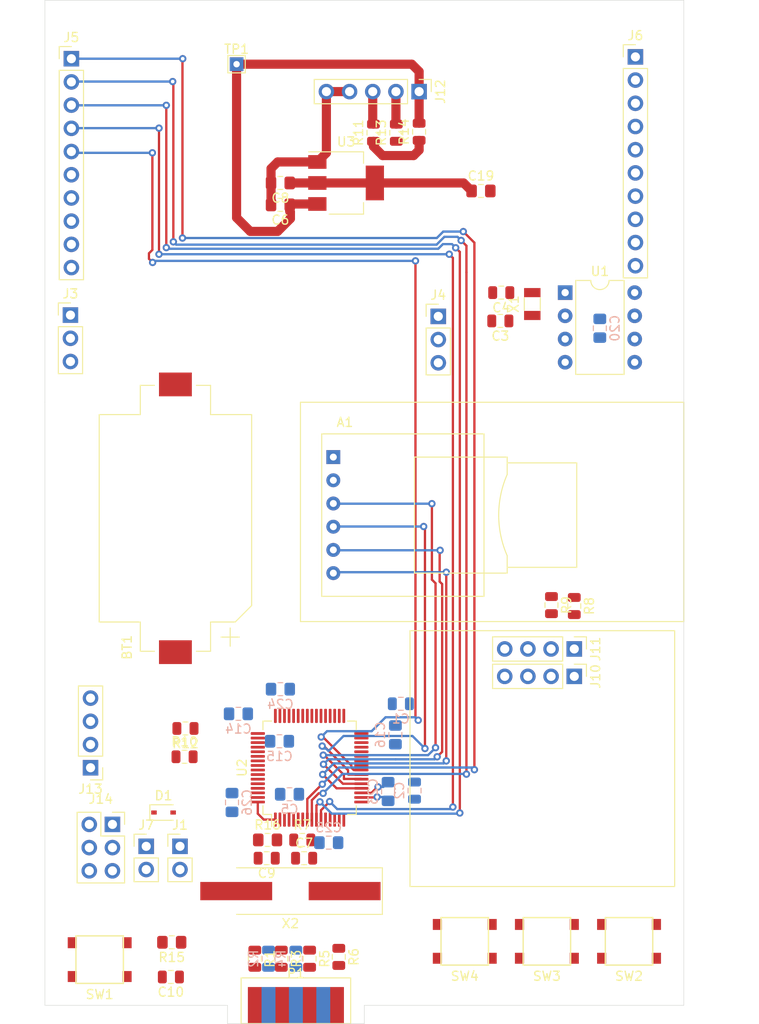
<source format=kicad_pcb>
(kicad_pcb (version 20171130) (host pcbnew 5.1.6-c6e7f7d~86~ubuntu16.04.1)

  (general
    (thickness 1.6)
    (drawings 18)
    (tracks 216)
    (zones 0)
    (modules 60)
    (nets 63)
  )

  (page A4)
  (layers
    (0 F.Cu signal)
    (31 B.Cu signal)
    (32 B.Adhes user)
    (33 F.Adhes user)
    (34 B.Paste user)
    (35 F.Paste user)
    (36 B.SilkS user)
    (37 F.SilkS user)
    (38 B.Mask user)
    (39 F.Mask user)
    (40 Dwgs.User user)
    (41 Cmts.User user)
    (42 Eco1.User user)
    (43 Eco2.User user)
    (44 Edge.Cuts user)
    (45 Margin user)
    (46 B.CrtYd user hide)
    (47 F.CrtYd user hide)
    (48 B.Fab user)
    (49 F.Fab user)
  )

  (setup
    (last_trace_width 0.25)
    (user_trace_width 1)
    (trace_clearance 0.2)
    (zone_clearance 0.508)
    (zone_45_only no)
    (trace_min 0.2)
    (via_size 0.8)
    (via_drill 0.4)
    (via_min_size 0.4)
    (via_min_drill 0.3)
    (uvia_size 0.3)
    (uvia_drill 0.1)
    (uvias_allowed no)
    (uvia_min_size 0.2)
    (uvia_min_drill 0.1)
    (edge_width 0.05)
    (segment_width 0.2)
    (pcb_text_width 0.3)
    (pcb_text_size 1.5 1.5)
    (mod_edge_width 0.12)
    (mod_text_size 1 1)
    (mod_text_width 0.15)
    (pad_size 1.524 1.524)
    (pad_drill 0.762)
    (pad_to_mask_clearance 0.05)
    (aux_axis_origin 0 0)
    (visible_elements FFFFFF7F)
    (pcbplotparams
      (layerselection 0x010fc_ffffffff)
      (usegerberextensions false)
      (usegerberattributes true)
      (usegerberadvancedattributes true)
      (creategerberjobfile true)
      (excludeedgelayer true)
      (linewidth 0.100000)
      (plotframeref false)
      (viasonmask false)
      (mode 1)
      (useauxorigin false)
      (hpglpennumber 1)
      (hpglpenspeed 20)
      (hpglpendiameter 15.000000)
      (psnegative false)
      (psa4output false)
      (plotreference true)
      (plotvalue true)
      (plotinvisibletext false)
      (padsonsilk false)
      (subtractmaskfromsilk false)
      (outputformat 1)
      (mirror false)
      (drillshape 1)
      (scaleselection 1)
      (outputdirectory ""))
  )

  (net 0 "")
  (net 1 SD_CS)
  (net 2 SD_CLK)
  (net 3 SD_MOSI)
  (net 4 SD_MISO)
  (net 5 +5V)
  (net 6 CALC_GND)
  (net 7 "Net-(BT1-Pad1)")
  (net 8 "Net-(C1-Pad1)")
  (net 9 +3V3)
  (net 10 "Net-(C3-Pad1)")
  (net 11 "Net-(C4-Pad1)")
  (net 12 OSCI)
  (net 13 OSCO)
  (net 14 NRST)
  (net 15 "Net-(D1-Pad2)")
  (net 16 CALC_VCC)
  (net 17 TX)
  (net 18 RX)
  (net 19 "Net-(J5-Pad8)")
  (net 20 "Net-(J5-Pad7)")
  (net 21 "Net-(J5-Pad6)")
  (net 22 "Net-(J5-Pad5)")
  (net 23 "Net-(J5-Pad4)")
  (net 24 "Net-(J5-Pad3)")
  (net 25 "Net-(J5-Pad2)")
  (net 26 "Net-(J5-Pad1)")
  (net 27 "Net-(J6-Pad8)")
  (net 28 "Net-(J6-Pad7)")
  (net 29 "Net-(J6-Pad6)")
  (net 30 "Net-(J6-Pad5)")
  (net 31 "Net-(J6-Pad4)")
  (net 32 "Net-(J6-Pad3)")
  (net 33 "Net-(J6-Pad2)")
  (net 34 "Net-(J6-Pad1)")
  (net 35 "Net-(J7-Pad2)")
  (net 36 SCL)
  (net 37 SDA)
  (net 38 "Net-(J12-Pad3)")
  (net 39 "Net-(J12-Pad2)")
  (net 40 SWDCLK)
  (net 41 SWDIO)
  (net 42 "Net-(J14-Pad4)")
  (net 43 "Net-(J14-Pad3)")
  (net 44 CALC_CE)
  (net 45 CALC_D3)
  (net 46 CALC_CONT)
  (net 47 CALC_OP)
  (net 48 CALC_SP)
  (net 49 "Net-(R7-Pad2)")
  (net 50 BOOT0)
  (net 51 PA12)
  (net 52 BOOT1)
  (net 53 PA11)
  (net 54 "Net-(P1-Pad7)")
  (net 55 "Net-(P1-Pad5)")
  (net 56 "Net-(P1-Pad4)")
  (net 57 "Net-(P1-Pad3)")
  (net 58 "Net-(P1-Pad2)")
  (net 59 "Net-(P1-Pad1)")
  (net 60 "Net-(SW2-Pad1)")
  (net 61 "Net-(SW3-Pad1)")
  (net 62 "Net-(SW4-Pad1)")

  (net_class Default "This is the default net class."
    (clearance 0.2)
    (trace_width 0.25)
    (via_dia 0.8)
    (via_drill 0.4)
    (uvia_dia 0.3)
    (uvia_drill 0.1)
    (add_net +3V3)
    (add_net +5V)
    (add_net BOOT0)
    (add_net BOOT1)
    (add_net CALC_CE)
    (add_net CALC_CONT)
    (add_net CALC_D3)
    (add_net CALC_GND)
    (add_net CALC_OP)
    (add_net CALC_SP)
    (add_net CALC_VCC)
    (add_net NRST)
    (add_net "Net-(BT1-Pad1)")
    (add_net "Net-(C1-Pad1)")
    (add_net "Net-(C3-Pad1)")
    (add_net "Net-(C4-Pad1)")
    (add_net "Net-(D1-Pad2)")
    (add_net "Net-(J12-Pad2)")
    (add_net "Net-(J12-Pad3)")
    (add_net "Net-(J14-Pad3)")
    (add_net "Net-(J14-Pad4)")
    (add_net "Net-(J5-Pad1)")
    (add_net "Net-(J5-Pad2)")
    (add_net "Net-(J5-Pad3)")
    (add_net "Net-(J5-Pad4)")
    (add_net "Net-(J5-Pad5)")
    (add_net "Net-(J5-Pad6)")
    (add_net "Net-(J5-Pad7)")
    (add_net "Net-(J5-Pad8)")
    (add_net "Net-(J6-Pad1)")
    (add_net "Net-(J6-Pad2)")
    (add_net "Net-(J6-Pad3)")
    (add_net "Net-(J6-Pad4)")
    (add_net "Net-(J6-Pad5)")
    (add_net "Net-(J6-Pad6)")
    (add_net "Net-(J6-Pad7)")
    (add_net "Net-(J6-Pad8)")
    (add_net "Net-(J7-Pad2)")
    (add_net "Net-(P1-Pad1)")
    (add_net "Net-(P1-Pad2)")
    (add_net "Net-(P1-Pad3)")
    (add_net "Net-(P1-Pad4)")
    (add_net "Net-(P1-Pad5)")
    (add_net "Net-(P1-Pad7)")
    (add_net "Net-(R7-Pad2)")
    (add_net "Net-(SW2-Pad1)")
    (add_net "Net-(SW3-Pad1)")
    (add_net "Net-(SW4-Pad1)")
    (add_net "Net-(U2-Pad17)")
    (add_net "Net-(U2-Pad26)")
    (add_net "Net-(U2-Pad27)")
    (add_net "Net-(U2-Pad41)")
    (add_net "Net-(U2-Pad50)")
    (add_net "Net-(U2-Pad54)")
    (add_net "Net-(U2-Pad57)")
    (add_net "Net-(U2-Pad58)")
    (add_net "Net-(U2-Pad59)")
    (add_net "Net-(U2-Pad61)")
    (add_net "Net-(U2-Pad62)")
    (add_net OSCI)
    (add_net OSCO)
    (add_net PA11)
    (add_net PA12)
    (add_net RTC_MFP)
    (add_net RX)
    (add_net SCL)
    (add_net SDA)
    (add_net SD_CLK)
    (add_net SD_CS)
    (add_net SD_MISO)
    (add_net SD_MOSI)
    (add_net SWDCLK)
    (add_net SWDIO)
    (add_net TX)
  )

  (module Capacitor_SMD:C_0805_2012Metric_Pad1.15x1.40mm_HandSolder (layer F.Cu) (tedit 5B36C52B) (tstamp 5FFEA6D7)
    (at 47.775001 10.875001)
    (descr "Capacitor SMD 0805 (2012 Metric), square (rectangular) end terminal, IPC_7351 nominal with elongated pad for handsoldering. (Body size source: https://docs.google.com/spreadsheets/d/1BsfQQcO9C6DZCsRaXUlFlo91Tg2WpOkGARC1WS5S8t0/edit?usp=sharing), generated with kicad-footprint-generator")
    (tags "capacitor handsolder")
    (path /5FFAC35B/5FED04E0)
    (attr smd)
    (fp_text reference C19 (at 0 -1.65) (layer F.SilkS)
      (effects (font (size 1 1) (thickness 0.15)))
    )
    (fp_text value 100nF (at 0 1.65) (layer F.Fab)
      (effects (font (size 1 1) (thickness 0.15)))
    )
    (fp_text user %R (at 0 0) (layer F.Fab)
      (effects (font (size 0.5 0.5) (thickness 0.08)))
    )
    (fp_line (start -1 0.6) (end -1 -0.6) (layer F.Fab) (width 0.1))
    (fp_line (start -1 -0.6) (end 1 -0.6) (layer F.Fab) (width 0.1))
    (fp_line (start 1 -0.6) (end 1 0.6) (layer F.Fab) (width 0.1))
    (fp_line (start 1 0.6) (end -1 0.6) (layer F.Fab) (width 0.1))
    (fp_line (start -0.261252 -0.71) (end 0.261252 -0.71) (layer F.SilkS) (width 0.12))
    (fp_line (start -0.261252 0.71) (end 0.261252 0.71) (layer F.SilkS) (width 0.12))
    (fp_line (start -1.85 0.95) (end -1.85 -0.95) (layer F.CrtYd) (width 0.05))
    (fp_line (start -1.85 -0.95) (end 1.85 -0.95) (layer F.CrtYd) (width 0.05))
    (fp_line (start 1.85 -0.95) (end 1.85 0.95) (layer F.CrtYd) (width 0.05))
    (fp_line (start 1.85 0.95) (end -1.85 0.95) (layer F.CrtYd) (width 0.05))
    (pad 2 smd roundrect (at 1.025 0) (size 1.15 1.4) (layers F.Cu F.Paste F.Mask) (roundrect_rratio 0.217391)
      (net 6 CALC_GND))
    (pad 1 smd roundrect (at -1.025 0) (size 1.15 1.4) (layers F.Cu F.Paste F.Mask) (roundrect_rratio 0.217391)
      (net 9 +3V3))
    (model ${KISYS3DMOD}/Capacitor_SMD.3dshapes/C_0805_2012Metric.wrl
      (at (xyz 0 0 0))
      (scale (xyz 1 1 1))
      (rotate (xyz 0 0 0))
    )
  )

  (module ajm_kicad:expansion_fx502p (layer F.Cu) (tedit 5FFC03B3) (tstamp 5FFCD571)
    (at 27 97.5)
    (path /603507C7)
    (fp_text reference P1 (at 0.5 -1) (layer F.SilkS)
      (effects (font (size 1 1) (thickness 0.15)))
    )
    (fp_text value Expansion (at 0 -0.5) (layer F.Fab)
      (effects (font (size 1 1) (thickness 0.15)))
    )
    (fp_line (start -5.5 -0.5) (end 6.5 -0.5) (layer F.SilkS) (width 0.12))
    (fp_line (start 6.5 -0.5) (end 6.5 4.5) (layer F.SilkS) (width 0.12))
    (fp_line (start 6.5 4.5) (end -5.5 4.5) (layer F.SilkS) (width 0.12))
    (fp_line (start -5.5 4.5) (end -5.5 -0.5) (layer F.SilkS) (width 0.12))
    (pad 7 connect rect (at 5 2.5) (size 1.524 4) (layers F.Cu F.Mask)
      (net 54 "Net-(P1-Pad7)"))
    (pad 6 connect rect (at 3.5 2.5) (size 1.524 4) (layers B.Cu B.Mask)
      (net 6 CALC_GND))
    (pad 5 connect rect (at 2 2.5) (size 1.524 4) (layers F.Cu F.Mask)
      (net 55 "Net-(P1-Pad5)"))
    (pad 4 connect rect (at 0.5 2.5) (size 1.524 4) (layers B.Cu B.Mask)
      (net 56 "Net-(P1-Pad4)"))
    (pad 3 connect rect (at -1 2.5) (size 1.524 4) (layers F.Cu F.Mask)
      (net 57 "Net-(P1-Pad3)"))
    (pad 2 connect rect (at -2.5 2.5) (size 1.524 4) (layers B.Cu B.Mask)
      (net 58 "Net-(P1-Pad2)"))
    (pad 1 connect rect (at -4 2.5) (size 1.524 4) (layers F.Cu F.Mask)
      (net 59 "Net-(P1-Pad1)"))
  )

  (module Crystal:Crystal_SMD_HC49-SD_HandSoldering (layer F.Cu) (tedit 5A1AD52C) (tstamp 5FFC5ED6)
    (at 26.9 87.5 180)
    (descr "SMD Crystal HC-49-SD http://cdn-reichelt.de/documents/datenblatt/B400/xxx-HC49-SMD.pdf, hand-soldering, 11.4x4.7mm^2 package")
    (tags "SMD SMT crystal hand-soldering")
    (path /5FFAC35B/6001C4E2)
    (attr smd)
    (fp_text reference X2 (at 0 -3.55) (layer F.SilkS)
      (effects (font (size 1 1) (thickness 0.15)))
    )
    (fp_text value 8MHz (at 0 3.55) (layer F.Fab)
      (effects (font (size 1 1) (thickness 0.15)))
    )
    (fp_line (start 10.2 -2.6) (end -10.2 -2.6) (layer F.CrtYd) (width 0.05))
    (fp_line (start 10.2 2.6) (end 10.2 -2.6) (layer F.CrtYd) (width 0.05))
    (fp_line (start -10.2 2.6) (end 10.2 2.6) (layer F.CrtYd) (width 0.05))
    (fp_line (start -10.2 -2.6) (end -10.2 2.6) (layer F.CrtYd) (width 0.05))
    (fp_line (start -10.075 2.55) (end 5.9 2.55) (layer F.SilkS) (width 0.12))
    (fp_line (start -10.075 -2.55) (end -10.075 2.55) (layer F.SilkS) (width 0.12))
    (fp_line (start 5.9 -2.55) (end -10.075 -2.55) (layer F.SilkS) (width 0.12))
    (fp_line (start -3.015 2.115) (end 3.015 2.115) (layer F.Fab) (width 0.1))
    (fp_line (start -3.015 -2.115) (end 3.015 -2.115) (layer F.Fab) (width 0.1))
    (fp_line (start 5.7 -2.35) (end -5.7 -2.35) (layer F.Fab) (width 0.1))
    (fp_line (start 5.7 2.35) (end 5.7 -2.35) (layer F.Fab) (width 0.1))
    (fp_line (start -5.7 2.35) (end 5.7 2.35) (layer F.Fab) (width 0.1))
    (fp_line (start -5.7 -2.35) (end -5.7 2.35) (layer F.Fab) (width 0.1))
    (fp_arc (start 3.015 0) (end 3.015 -2.115) (angle 180) (layer F.Fab) (width 0.1))
    (fp_arc (start -3.015 0) (end -3.015 -2.115) (angle -180) (layer F.Fab) (width 0.1))
    (fp_text user %R (at 0.341399 -4.083601) (layer F.Fab)
      (effects (font (size 1 1) (thickness 0.15)))
    )
    (pad 2 smd rect (at 5.9375 0 180) (size 7.875 2) (layers F.Cu F.Paste F.Mask)
      (net 13 OSCO))
    (pad 1 smd rect (at -5.9375 0 180) (size 7.875 2) (layers F.Cu F.Paste F.Mask)
      (net 12 OSCI))
    (model ${KISYS3DMOD}/Crystal.3dshapes/Crystal_SMD_HC49-SD.wrl
      (at (xyz 0 0 0))
      (scale (xyz 1 1 1))
      (rotate (xyz 0 0 0))
    )
  )

  (module Crystal:Crystal_SMD_3215-2Pin_3.2x1.5mm (layer F.Cu) (tedit 5A0FD1B2) (tstamp 5FFC5EC0)
    (at 53.4 23.25 90)
    (descr "SMD Crystal FC-135 https://support.epson.biz/td/api/doc_check.php?dl=brief_FC-135R_en.pdf")
    (tags "SMD SMT Crystal")
    (path /60007C71)
    (attr smd)
    (fp_text reference X1 (at 0 -2 90) (layer F.SilkS)
      (effects (font (size 1 1) (thickness 0.15)))
    )
    (fp_text value 32.768kHz (at 0 2 90) (layer F.Fab)
      (effects (font (size 1 1) (thickness 0.15)))
    )
    (fp_line (start 2 -1.15) (end 2 1.15) (layer F.CrtYd) (width 0.05))
    (fp_line (start -2 -1.15) (end -2 1.15) (layer F.CrtYd) (width 0.05))
    (fp_line (start -2 1.15) (end 2 1.15) (layer F.CrtYd) (width 0.05))
    (fp_line (start -1.6 0.75) (end 1.6 0.75) (layer F.Fab) (width 0.1))
    (fp_line (start -1.6 -0.75) (end 1.6 -0.75) (layer F.Fab) (width 0.1))
    (fp_line (start 1.6 -0.75) (end 1.6 0.75) (layer F.Fab) (width 0.1))
    (fp_line (start -0.675 -0.875) (end 0.675 -0.875) (layer F.SilkS) (width 0.12))
    (fp_line (start -0.675 0.875) (end 0.675 0.875) (layer F.SilkS) (width 0.12))
    (fp_line (start -1.6 -0.75) (end -1.6 0.75) (layer F.Fab) (width 0.1))
    (fp_line (start -2 -1.15) (end 2 -1.15) (layer F.CrtYd) (width 0.05))
    (fp_text user %R (at 0 -2 90) (layer F.Fab)
      (effects (font (size 1 1) (thickness 0.15)))
    )
    (pad 2 smd rect (at -1.25 0 90) (size 1 1.8) (layers F.Cu F.Paste F.Mask)
      (net 10 "Net-(C3-Pad1)"))
    (pad 1 smd rect (at 1.25 0 90) (size 1 1.8) (layers F.Cu F.Paste F.Mask)
      (net 11 "Net-(C4-Pad1)"))
    (model ${KISYS3DMOD}/Crystal.3dshapes/Crystal_SMD_3215-2Pin_3.2x1.5mm.wrl
      (at (xyz 0 0 0))
      (scale (xyz 1 1 1))
      (rotate (xyz 0 0 0))
    )
  )

  (module Package_TO_SOT_SMD:SOT-223-3_TabPin2 (layer F.Cu) (tedit 5A02FF57) (tstamp 5FFD7F0A)
    (at 33 10)
    (descr "module CMS SOT223 4 pins")
    (tags "CMS SOT")
    (path /5FFAC35B/5FE7F073)
    (attr smd)
    (fp_text reference U3 (at 0 -4.5) (layer F.SilkS)
      (effects (font (size 1 1) (thickness 0.15)))
    )
    (fp_text value AMS1117-3.3 (at 0 4.5) (layer F.Fab)
      (effects (font (size 1 1) (thickness 0.15)))
    )
    (fp_line (start 1.85 -3.35) (end 1.85 3.35) (layer F.Fab) (width 0.1))
    (fp_line (start -1.85 3.35) (end 1.85 3.35) (layer F.Fab) (width 0.1))
    (fp_line (start -4.1 -3.41) (end 1.91 -3.41) (layer F.SilkS) (width 0.12))
    (fp_line (start -0.85 -3.35) (end 1.85 -3.35) (layer F.Fab) (width 0.1))
    (fp_line (start -1.85 3.41) (end 1.91 3.41) (layer F.SilkS) (width 0.12))
    (fp_line (start -1.85 -2.35) (end -1.85 3.35) (layer F.Fab) (width 0.1))
    (fp_line (start -1.85 -2.35) (end -0.85 -3.35) (layer F.Fab) (width 0.1))
    (fp_line (start -4.4 -3.6) (end -4.4 3.6) (layer F.CrtYd) (width 0.05))
    (fp_line (start -4.4 3.6) (end 4.4 3.6) (layer F.CrtYd) (width 0.05))
    (fp_line (start 4.4 3.6) (end 4.4 -3.6) (layer F.CrtYd) (width 0.05))
    (fp_line (start 4.4 -3.6) (end -4.4 -3.6) (layer F.CrtYd) (width 0.05))
    (fp_line (start 1.91 -3.41) (end 1.91 -2.15) (layer F.SilkS) (width 0.12))
    (fp_line (start 1.91 3.41) (end 1.91 2.15) (layer F.SilkS) (width 0.12))
    (fp_text user %R (at 0 0 90) (layer F.Fab)
      (effects (font (size 0.8 0.8) (thickness 0.12)))
    )
    (pad 1 smd rect (at -3.15 -2.3) (size 2 1.5) (layers F.Cu F.Paste F.Mask)
      (net 6 CALC_GND))
    (pad 3 smd rect (at -3.15 2.3) (size 2 1.5) (layers F.Cu F.Paste F.Mask)
      (net 5 +5V))
    (pad 2 smd rect (at -3.15 0) (size 2 1.5) (layers F.Cu F.Paste F.Mask)
      (net 9 +3V3))
    (pad 2 smd rect (at 3.15 0) (size 2 3.8) (layers F.Cu F.Paste F.Mask)
      (net 9 +3V3))
    (model ${KISYS3DMOD}/Package_TO_SOT_SMD.3dshapes/SOT-223.wrl
      (at (xyz 0 0 0))
      (scale (xyz 1 1 1))
      (rotate (xyz 0 0 0))
    )
  )

  (module Package_QFP:LQFP-64_10x10mm_P0.5mm (layer F.Cu) (tedit 5D9F72AF) (tstamp 5FFC5E99)
    (at 29 74 90)
    (descr "LQFP, 64 Pin (https://www.analog.com/media/en/technical-documentation/data-sheets/ad7606_7606-6_7606-4.pdf), generated with kicad-footprint-generator ipc_gullwing_generator.py")
    (tags "LQFP QFP")
    (path /5FFC10B6)
    (attr smd)
    (fp_text reference U2 (at 0 -7.4 90) (layer F.SilkS)
      (effects (font (size 1 1) (thickness 0.15)))
    )
    (fp_text value STM32F103RGTx (at 0 7.4 90) (layer F.Fab)
      (effects (font (size 1 1) (thickness 0.15)))
    )
    (fp_line (start 6.7 4.15) (end 6.7 0) (layer F.CrtYd) (width 0.05))
    (fp_line (start 5.25 4.15) (end 6.7 4.15) (layer F.CrtYd) (width 0.05))
    (fp_line (start 5.25 5.25) (end 5.25 4.15) (layer F.CrtYd) (width 0.05))
    (fp_line (start 4.15 5.25) (end 5.25 5.25) (layer F.CrtYd) (width 0.05))
    (fp_line (start 4.15 6.7) (end 4.15 5.25) (layer F.CrtYd) (width 0.05))
    (fp_line (start 0 6.7) (end 4.15 6.7) (layer F.CrtYd) (width 0.05))
    (fp_line (start -6.7 4.15) (end -6.7 0) (layer F.CrtYd) (width 0.05))
    (fp_line (start -5.25 4.15) (end -6.7 4.15) (layer F.CrtYd) (width 0.05))
    (fp_line (start -5.25 5.25) (end -5.25 4.15) (layer F.CrtYd) (width 0.05))
    (fp_line (start -4.15 5.25) (end -5.25 5.25) (layer F.CrtYd) (width 0.05))
    (fp_line (start -4.15 6.7) (end -4.15 5.25) (layer F.CrtYd) (width 0.05))
    (fp_line (start 0 6.7) (end -4.15 6.7) (layer F.CrtYd) (width 0.05))
    (fp_line (start 6.7 -4.15) (end 6.7 0) (layer F.CrtYd) (width 0.05))
    (fp_line (start 5.25 -4.15) (end 6.7 -4.15) (layer F.CrtYd) (width 0.05))
    (fp_line (start 5.25 -5.25) (end 5.25 -4.15) (layer F.CrtYd) (width 0.05))
    (fp_line (start 4.15 -5.25) (end 5.25 -5.25) (layer F.CrtYd) (width 0.05))
    (fp_line (start 4.15 -6.7) (end 4.15 -5.25) (layer F.CrtYd) (width 0.05))
    (fp_line (start 0 -6.7) (end 4.15 -6.7) (layer F.CrtYd) (width 0.05))
    (fp_line (start -6.7 -4.15) (end -6.7 0) (layer F.CrtYd) (width 0.05))
    (fp_line (start -5.25 -4.15) (end -6.7 -4.15) (layer F.CrtYd) (width 0.05))
    (fp_line (start -5.25 -5.25) (end -5.25 -4.15) (layer F.CrtYd) (width 0.05))
    (fp_line (start -4.15 -5.25) (end -5.25 -5.25) (layer F.CrtYd) (width 0.05))
    (fp_line (start -4.15 -6.7) (end -4.15 -5.25) (layer F.CrtYd) (width 0.05))
    (fp_line (start 0 -6.7) (end -4.15 -6.7) (layer F.CrtYd) (width 0.05))
    (fp_line (start -5 -4) (end -4 -5) (layer F.Fab) (width 0.1))
    (fp_line (start -5 5) (end -5 -4) (layer F.Fab) (width 0.1))
    (fp_line (start 5 5) (end -5 5) (layer F.Fab) (width 0.1))
    (fp_line (start 5 -5) (end 5 5) (layer F.Fab) (width 0.1))
    (fp_line (start -4 -5) (end 5 -5) (layer F.Fab) (width 0.1))
    (fp_line (start -5.11 -4.16) (end -6.45 -4.16) (layer F.SilkS) (width 0.12))
    (fp_line (start -5.11 -5.11) (end -5.11 -4.16) (layer F.SilkS) (width 0.12))
    (fp_line (start -4.16 -5.11) (end -5.11 -5.11) (layer F.SilkS) (width 0.12))
    (fp_line (start 5.11 -5.11) (end 5.11 -4.16) (layer F.SilkS) (width 0.12))
    (fp_line (start 4.16 -5.11) (end 5.11 -5.11) (layer F.SilkS) (width 0.12))
    (fp_line (start -5.11 5.11) (end -5.11 4.16) (layer F.SilkS) (width 0.12))
    (fp_line (start -4.16 5.11) (end -5.11 5.11) (layer F.SilkS) (width 0.12))
    (fp_line (start 5.11 5.11) (end 5.11 4.16) (layer F.SilkS) (width 0.12))
    (fp_line (start 4.16 5.11) (end 5.11 5.11) (layer F.SilkS) (width 0.12))
    (fp_text user %R (at 0 0 90) (layer F.Fab)
      (effects (font (size 1 1) (thickness 0.15)))
    )
    (pad 64 smd roundrect (at -3.75 -5.675 90) (size 0.3 1.55) (layers F.Cu F.Paste F.Mask) (roundrect_rratio 0.25)
      (net 9 +3V3))
    (pad 63 smd roundrect (at -3.25 -5.675 90) (size 0.3 1.55) (layers F.Cu F.Paste F.Mask) (roundrect_rratio 0.25)
      (net 6 CALC_GND))
    (pad 62 smd roundrect (at -2.75 -5.675 90) (size 0.3 1.55) (layers F.Cu F.Paste F.Mask) (roundrect_rratio 0.25))
    (pad 61 smd roundrect (at -2.25 -5.675 90) (size 0.3 1.55) (layers F.Cu F.Paste F.Mask) (roundrect_rratio 0.25))
    (pad 60 smd roundrect (at -1.75 -5.675 90) (size 0.3 1.55) (layers F.Cu F.Paste F.Mask) (roundrect_rratio 0.25)
      (net 50 BOOT0))
    (pad 59 smd roundrect (at -1.25 -5.675 90) (size 0.3 1.55) (layers F.Cu F.Paste F.Mask) (roundrect_rratio 0.25))
    (pad 58 smd roundrect (at -0.75 -5.675 90) (size 0.3 1.55) (layers F.Cu F.Paste F.Mask) (roundrect_rratio 0.25))
    (pad 57 smd roundrect (at -0.25 -5.675 90) (size 0.3 1.55) (layers F.Cu F.Paste F.Mask) (roundrect_rratio 0.25))
    (pad 56 smd roundrect (at 0.25 -5.675 90) (size 0.3 1.55) (layers F.Cu F.Paste F.Mask) (roundrect_rratio 0.25)
      (net 47 CALC_OP))
    (pad 55 smd roundrect (at 0.75 -5.675 90) (size 0.3 1.55) (layers F.Cu F.Paste F.Mask) (roundrect_rratio 0.25)
      (net 45 CALC_D3))
    (pad 54 smd roundrect (at 1.25 -5.675 90) (size 0.3 1.55) (layers F.Cu F.Paste F.Mask) (roundrect_rratio 0.25))
    (pad 53 smd roundrect (at 1.75 -5.675 90) (size 0.3 1.55) (layers F.Cu F.Paste F.Mask) (roundrect_rratio 0.25)
      (net 30 "Net-(J6-Pad5)"))
    (pad 52 smd roundrect (at 2.25 -5.675 90) (size 0.3 1.55) (layers F.Cu F.Paste F.Mask) (roundrect_rratio 0.25)
      (net 31 "Net-(J6-Pad4)"))
    (pad 51 smd roundrect (at 2.75 -5.675 90) (size 0.3 1.55) (layers F.Cu F.Paste F.Mask) (roundrect_rratio 0.25)
      (net 32 "Net-(J6-Pad3)"))
    (pad 50 smd roundrect (at 3.25 -5.675 90) (size 0.3 1.55) (layers F.Cu F.Paste F.Mask) (roundrect_rratio 0.25))
    (pad 49 smd roundrect (at 3.75 -5.675 90) (size 0.3 1.55) (layers F.Cu F.Paste F.Mask) (roundrect_rratio 0.25)
      (net 40 SWDCLK))
    (pad 48 smd roundrect (at 5.675 -3.75 90) (size 1.55 0.3) (layers F.Cu F.Paste F.Mask) (roundrect_rratio 0.25)
      (net 9 +3V3))
    (pad 47 smd roundrect (at 5.675 -3.25 90) (size 1.55 0.3) (layers F.Cu F.Paste F.Mask) (roundrect_rratio 0.25)
      (net 6 CALC_GND))
    (pad 46 smd roundrect (at 5.675 -2.75 90) (size 1.55 0.3) (layers F.Cu F.Paste F.Mask) (roundrect_rratio 0.25)
      (net 41 SWDIO))
    (pad 45 smd roundrect (at 5.675 -2.25 90) (size 1.55 0.3) (layers F.Cu F.Paste F.Mask) (roundrect_rratio 0.25)
      (net 51 PA12))
    (pad 44 smd roundrect (at 5.675 -1.75 90) (size 1.55 0.3) (layers F.Cu F.Paste F.Mask) (roundrect_rratio 0.25)
      (net 53 PA11))
    (pad 43 smd roundrect (at 5.675 -1.25 90) (size 1.55 0.3) (layers F.Cu F.Paste F.Mask) (roundrect_rratio 0.25)
      (net 18 RX))
    (pad 42 smd roundrect (at 5.675 -0.75 90) (size 1.55 0.3) (layers F.Cu F.Paste F.Mask) (roundrect_rratio 0.25)
      (net 17 TX))
    (pad 41 smd roundrect (at 5.675 -0.25 90) (size 1.55 0.3) (layers F.Cu F.Paste F.Mask) (roundrect_rratio 0.25))
    (pad 40 smd roundrect (at 5.675 0.25 90) (size 1.55 0.3) (layers F.Cu F.Paste F.Mask) (roundrect_rratio 0.25)
      (net 33 "Net-(J6-Pad2)"))
    (pad 39 smd roundrect (at 5.675 0.75 90) (size 1.55 0.3) (layers F.Cu F.Paste F.Mask) (roundrect_rratio 0.25)
      (net 34 "Net-(J6-Pad1)"))
    (pad 38 smd roundrect (at 5.675 1.25 90) (size 1.55 0.3) (layers F.Cu F.Paste F.Mask) (roundrect_rratio 0.25)
      (net 19 "Net-(J5-Pad8)"))
    (pad 37 smd roundrect (at 5.675 1.75 90) (size 1.55 0.3) (layers F.Cu F.Paste F.Mask) (roundrect_rratio 0.25)
      (net 20 "Net-(J5-Pad7)"))
    (pad 36 smd roundrect (at 5.675 2.25 90) (size 1.55 0.3) (layers F.Cu F.Paste F.Mask) (roundrect_rratio 0.25)
      (net 46 CALC_CONT))
    (pad 35 smd roundrect (at 5.675 2.75 90) (size 1.55 0.3) (layers F.Cu F.Paste F.Mask) (roundrect_rratio 0.25)
      (net 16 CALC_VCC))
    (pad 34 smd roundrect (at 5.675 3.25 90) (size 1.55 0.3) (layers F.Cu F.Paste F.Mask) (roundrect_rratio 0.25)
      (net 44 CALC_CE))
    (pad 33 smd roundrect (at 5.675 3.75 90) (size 1.55 0.3) (layers F.Cu F.Paste F.Mask) (roundrect_rratio 0.25)
      (net 48 CALC_SP))
    (pad 32 smd roundrect (at 3.75 5.675 90) (size 0.3 1.55) (layers F.Cu F.Paste F.Mask) (roundrect_rratio 0.25)
      (net 9 +3V3))
    (pad 31 smd roundrect (at 3.25 5.675 90) (size 0.3 1.55) (layers F.Cu F.Paste F.Mask) (roundrect_rratio 0.25)
      (net 6 CALC_GND))
    (pad 30 smd roundrect (at 2.75 5.675 90) (size 0.3 1.55) (layers F.Cu F.Paste F.Mask) (roundrect_rratio 0.25)
      (net 37 SDA))
    (pad 29 smd roundrect (at 2.25 5.675 90) (size 0.3 1.55) (layers F.Cu F.Paste F.Mask) (roundrect_rratio 0.25)
      (net 36 SCL))
    (pad 28 smd roundrect (at 1.75 5.675 90) (size 0.3 1.55) (layers F.Cu F.Paste F.Mask) (roundrect_rratio 0.25)
      (net 52 BOOT1))
    (pad 27 smd roundrect (at 1.25 5.675 90) (size 0.3 1.55) (layers F.Cu F.Paste F.Mask) (roundrect_rratio 0.25))
    (pad 26 smd roundrect (at 0.75 5.675 90) (size 0.3 1.55) (layers F.Cu F.Paste F.Mask) (roundrect_rratio 0.25))
    (pad 25 smd roundrect (at 0.25 5.675 90) (size 0.3 1.55) (layers F.Cu F.Paste F.Mask) (roundrect_rratio 0.25)
      (net 21 "Net-(J5-Pad6)"))
    (pad 24 smd roundrect (at -0.25 5.675 90) (size 0.3 1.55) (layers F.Cu F.Paste F.Mask) (roundrect_rratio 0.25)
      (net 22 "Net-(J5-Pad5)"))
    (pad 23 smd roundrect (at -0.75 5.675 90) (size 0.3 1.55) (layers F.Cu F.Paste F.Mask) (roundrect_rratio 0.25)
      (net 3 SD_MOSI))
    (pad 22 smd roundrect (at -1.25 5.675 90) (size 0.3 1.55) (layers F.Cu F.Paste F.Mask) (roundrect_rratio 0.25)
      (net 4 SD_MISO))
    (pad 21 smd roundrect (at -1.75 5.675 90) (size 0.3 1.55) (layers F.Cu F.Paste F.Mask) (roundrect_rratio 0.25)
      (net 2 SD_CLK))
    (pad 20 smd roundrect (at -2.25 5.675 90) (size 0.3 1.55) (layers F.Cu F.Paste F.Mask) (roundrect_rratio 0.25)
      (net 1 SD_CS))
    (pad 19 smd roundrect (at -2.75 5.675 90) (size 0.3 1.55) (layers F.Cu F.Paste F.Mask) (roundrect_rratio 0.25)
      (net 9 +3V3))
    (pad 18 smd roundrect (at -3.25 5.675 90) (size 0.3 1.55) (layers F.Cu F.Paste F.Mask) (roundrect_rratio 0.25)
      (net 6 CALC_GND))
    (pad 17 smd roundrect (at -3.75 5.675 90) (size 0.3 1.55) (layers F.Cu F.Paste F.Mask) (roundrect_rratio 0.25))
    (pad 16 smd roundrect (at -5.675 3.75 90) (size 1.55 0.3) (layers F.Cu F.Paste F.Mask) (roundrect_rratio 0.25)
      (net 62 "Net-(SW4-Pad1)"))
    (pad 15 smd roundrect (at -5.675 3.25 90) (size 1.55 0.3) (layers F.Cu F.Paste F.Mask) (roundrect_rratio 0.25)
      (net 61 "Net-(SW3-Pad1)"))
    (pad 14 smd roundrect (at -5.675 2.75 90) (size 1.55 0.3) (layers F.Cu F.Paste F.Mask) (roundrect_rratio 0.25)
      (net 60 "Net-(SW2-Pad1)"))
    (pad 13 smd roundrect (at -5.675 2.25 90) (size 1.55 0.3) (layers F.Cu F.Paste F.Mask) (roundrect_rratio 0.25)
      (net 9 +3V3))
    (pad 12 smd roundrect (at -5.675 1.75 90) (size 1.55 0.3) (layers F.Cu F.Paste F.Mask) (roundrect_rratio 0.25)
      (net 6 CALC_GND))
    (pad 11 smd roundrect (at -5.675 1.25 90) (size 1.55 0.3) (layers F.Cu F.Paste F.Mask) (roundrect_rratio 0.25)
      (net 23 "Net-(J5-Pad4)"))
    (pad 10 smd roundrect (at -5.675 0.75 90) (size 1.55 0.3) (layers F.Cu F.Paste F.Mask) (roundrect_rratio 0.25)
      (net 24 "Net-(J5-Pad3)"))
    (pad 9 smd roundrect (at -5.675 0.25 90) (size 1.55 0.3) (layers F.Cu F.Paste F.Mask) (roundrect_rratio 0.25)
      (net 25 "Net-(J5-Pad2)"))
    (pad 8 smd roundrect (at -5.675 -0.25 90) (size 1.55 0.3) (layers F.Cu F.Paste F.Mask) (roundrect_rratio 0.25)
      (net 26 "Net-(J5-Pad1)"))
    (pad 7 smd roundrect (at -5.675 -0.75 90) (size 1.55 0.3) (layers F.Cu F.Paste F.Mask) (roundrect_rratio 0.25)
      (net 14 NRST))
    (pad 6 smd roundrect (at -5.675 -1.25 90) (size 1.55 0.3) (layers F.Cu F.Paste F.Mask) (roundrect_rratio 0.25)
      (net 49 "Net-(R7-Pad2)"))
    (pad 5 smd roundrect (at -5.675 -1.75 90) (size 1.55 0.3) (layers F.Cu F.Paste F.Mask) (roundrect_rratio 0.25)
      (net 12 OSCI))
    (pad 4 smd roundrect (at -5.675 -2.25 90) (size 1.55 0.3) (layers F.Cu F.Paste F.Mask) (roundrect_rratio 0.25)
      (net 27 "Net-(J6-Pad8)"))
    (pad 3 smd roundrect (at -5.675 -2.75 90) (size 1.55 0.3) (layers F.Cu F.Paste F.Mask) (roundrect_rratio 0.25)
      (net 28 "Net-(J6-Pad7)"))
    (pad 2 smd roundrect (at -5.675 -3.25 90) (size 1.55 0.3) (layers F.Cu F.Paste F.Mask) (roundrect_rratio 0.25)
      (net 29 "Net-(J6-Pad6)"))
    (pad 1 smd roundrect (at -5.675 -3.75 90) (size 1.55 0.3) (layers F.Cu F.Paste F.Mask) (roundrect_rratio 0.25)
      (net 9 +3V3))
    (model ${KISYS3DMOD}/Package_QFP.3dshapes/LQFP-64_10x10mm_P0.5mm.wrl
      (at (xyz 0 0 0))
      (scale (xyz 1 1 1))
      (rotate (xyz 0 0 0))
    )
  )

  (module Package_DIP:DIP-8_W7.62mm (layer F.Cu) (tedit 5A02E8C5) (tstamp 5FFC5E2E)
    (at 57 22)
    (descr "8-lead though-hole mounted DIP package, row spacing 7.62 mm (300 mils)")
    (tags "THT DIP DIL PDIP 2.54mm 7.62mm 300mil")
    (path /60007C55)
    (fp_text reference U1 (at 3.81 -2.33) (layer F.SilkS)
      (effects (font (size 1 1) (thickness 0.15)))
    )
    (fp_text value MCP7940N-xSN (at 3.81 9.95) (layer F.Fab)
      (effects (font (size 1 1) (thickness 0.15)))
    )
    (fp_line (start 8.7 -1.55) (end -1.1 -1.55) (layer F.CrtYd) (width 0.05))
    (fp_line (start 8.7 9.15) (end 8.7 -1.55) (layer F.CrtYd) (width 0.05))
    (fp_line (start -1.1 9.15) (end 8.7 9.15) (layer F.CrtYd) (width 0.05))
    (fp_line (start -1.1 -1.55) (end -1.1 9.15) (layer F.CrtYd) (width 0.05))
    (fp_line (start 6.46 -1.33) (end 4.81 -1.33) (layer F.SilkS) (width 0.12))
    (fp_line (start 6.46 8.95) (end 6.46 -1.33) (layer F.SilkS) (width 0.12))
    (fp_line (start 1.16 8.95) (end 6.46 8.95) (layer F.SilkS) (width 0.12))
    (fp_line (start 1.16 -1.33) (end 1.16 8.95) (layer F.SilkS) (width 0.12))
    (fp_line (start 2.81 -1.33) (end 1.16 -1.33) (layer F.SilkS) (width 0.12))
    (fp_line (start 0.635 -0.27) (end 1.635 -1.27) (layer F.Fab) (width 0.1))
    (fp_line (start 0.635 8.89) (end 0.635 -0.27) (layer F.Fab) (width 0.1))
    (fp_line (start 6.985 8.89) (end 0.635 8.89) (layer F.Fab) (width 0.1))
    (fp_line (start 6.985 -1.27) (end 6.985 8.89) (layer F.Fab) (width 0.1))
    (fp_line (start 1.635 -1.27) (end 6.985 -1.27) (layer F.Fab) (width 0.1))
    (fp_text user %R (at 3.81 3.81) (layer F.Fab)
      (effects (font (size 1 1) (thickness 0.15)))
    )
    (fp_arc (start 3.81 -1.33) (end 2.81 -1.33) (angle -180) (layer F.SilkS) (width 0.12))
    (pad 8 thru_hole oval (at 7.62 0) (size 1.6 1.6) (drill 0.8) (layers *.Cu *.Mask)
      (net 9 +3V3))
    (pad 4 thru_hole oval (at 0 7.62) (size 1.6 1.6) (drill 0.8) (layers *.Cu *.Mask)
      (net 6 CALC_GND))
    (pad 7 thru_hole oval (at 7.62 2.54) (size 1.6 1.6) (drill 0.8) (layers *.Cu *.Mask))
    (pad 3 thru_hole oval (at 0 5.08) (size 1.6 1.6) (drill 0.8) (layers *.Cu *.Mask)
      (net 8 "Net-(C1-Pad1)"))
    (pad 6 thru_hole oval (at 7.62 5.08) (size 1.6 1.6) (drill 0.8) (layers *.Cu *.Mask)
      (net 36 SCL))
    (pad 2 thru_hole oval (at 0 2.54) (size 1.6 1.6) (drill 0.8) (layers *.Cu *.Mask)
      (net 10 "Net-(C3-Pad1)"))
    (pad 5 thru_hole oval (at 7.62 7.62) (size 1.6 1.6) (drill 0.8) (layers *.Cu *.Mask)
      (net 37 SDA))
    (pad 1 thru_hole rect (at 0 0) (size 1.6 1.6) (drill 0.8) (layers *.Cu *.Mask)
      (net 11 "Net-(C4-Pad1)"))
    (model ${KISYS3DMOD}/Package_DIP.3dshapes/DIP-8_W7.62mm.wrl
      (at (xyz 0 0 0))
      (scale (xyz 1 1 1))
      (rotate (xyz 0 0 0))
    )
  )

  (module TestPoint:TestPoint_THTPad_1.5x1.5mm_Drill0.7mm (layer F.Cu) (tedit 5A0F774F) (tstamp 5FFC5E12)
    (at 21 -3)
    (descr "THT rectangular pad as test Point, square 1.5mm side length, hole diameter 0.7mm")
    (tags "test point THT pad rectangle square")
    (path /5FFAC35B/5FE7F097)
    (attr virtual)
    (fp_text reference TP1 (at 0 -1.648) (layer F.SilkS)
      (effects (font (size 1 1) (thickness 0.15)))
    )
    (fp_text value TestPoint (at 0 1.75) (layer F.Fab)
      (effects (font (size 1 1) (thickness 0.15)))
    )
    (fp_line (start 1.25 1.25) (end -1.25 1.25) (layer F.CrtYd) (width 0.05))
    (fp_line (start 1.25 1.25) (end 1.25 -1.25) (layer F.CrtYd) (width 0.05))
    (fp_line (start -1.25 -1.25) (end -1.25 1.25) (layer F.CrtYd) (width 0.05))
    (fp_line (start -1.25 -1.25) (end 1.25 -1.25) (layer F.CrtYd) (width 0.05))
    (fp_line (start -0.95 0.95) (end -0.95 -0.95) (layer F.SilkS) (width 0.12))
    (fp_line (start 0.95 0.95) (end -0.95 0.95) (layer F.SilkS) (width 0.12))
    (fp_line (start 0.95 -0.95) (end 0.95 0.95) (layer F.SilkS) (width 0.12))
    (fp_line (start -0.95 -0.95) (end 0.95 -0.95) (layer F.SilkS) (width 0.12))
    (fp_text user %R (at 0 -1.65) (layer F.Fab)
      (effects (font (size 1 1) (thickness 0.15)))
    )
    (pad 1 thru_hole rect (at 0 0) (size 1.5 1.5) (drill 0.7) (layers *.Cu *.Mask)
      (net 5 +5V))
  )

  (module BP:SMD_BUTTON (layer F.Cu) (tedit 589F670F) (tstamp 5FFC5E04)
    (at 46 93)
    (path /6026BE31)
    (fp_text reference SW4 (at 0 3.81) (layer F.SilkS)
      (effects (font (size 1 1) (thickness 0.15)))
    )
    (fp_text value Switch_SW_SPST (at 0 -3.81) (layer F.Fab)
      (effects (font (size 1 1) (thickness 0.15)))
    )
    (fp_line (start 2.6 -2.6) (end -2.6 -2.6) (layer F.SilkS) (width 0.15))
    (fp_line (start 2.6 2.6) (end 2.6 -2.6) (layer F.SilkS) (width 0.15))
    (fp_line (start -2.6 2.6) (end 2.6 2.6) (layer F.SilkS) (width 0.15))
    (fp_line (start -2.6 -2.6) (end -2.6 2.6) (layer F.SilkS) (width 0.15))
    (pad 1 smd rect (at 3 -1.85) (size 1 1.2) (layers F.Cu F.Paste F.Mask)
      (net 62 "Net-(SW4-Pad1)"))
    (pad 2 smd rect (at 3 1.85) (size 1 1.2) (layers F.Cu F.Paste F.Mask)
      (net 6 CALC_GND))
    (pad 2 smd rect (at -3 1.85) (size 1 1.2) (layers F.Cu F.Paste F.Mask)
      (net 6 CALC_GND))
    (pad 1 smd rect (at -3 -1.85) (size 1 1.2) (layers F.Cu F.Paste F.Mask)
      (net 62 "Net-(SW4-Pad1)"))
  )

  (module BP:SMD_BUTTON (layer F.Cu) (tedit 589F670F) (tstamp 5FFC5DF8)
    (at 55 93)
    (path /6027A331)
    (fp_text reference SW3 (at 0 3.81) (layer F.SilkS)
      (effects (font (size 1 1) (thickness 0.15)))
    )
    (fp_text value Switch_SW_SPST (at 0 -3.81) (layer F.Fab)
      (effects (font (size 1 1) (thickness 0.15)))
    )
    (fp_line (start 2.6 -2.6) (end -2.6 -2.6) (layer F.SilkS) (width 0.15))
    (fp_line (start 2.6 2.6) (end 2.6 -2.6) (layer F.SilkS) (width 0.15))
    (fp_line (start -2.6 2.6) (end 2.6 2.6) (layer F.SilkS) (width 0.15))
    (fp_line (start -2.6 -2.6) (end -2.6 2.6) (layer F.SilkS) (width 0.15))
    (pad 1 smd rect (at 3 -1.85) (size 1 1.2) (layers F.Cu F.Paste F.Mask)
      (net 61 "Net-(SW3-Pad1)"))
    (pad 2 smd rect (at 3 1.85) (size 1 1.2) (layers F.Cu F.Paste F.Mask)
      (net 6 CALC_GND))
    (pad 2 smd rect (at -3 1.85) (size 1 1.2) (layers F.Cu F.Paste F.Mask)
      (net 6 CALC_GND))
    (pad 1 smd rect (at -3 -1.85) (size 1 1.2) (layers F.Cu F.Paste F.Mask)
      (net 61 "Net-(SW3-Pad1)"))
  )

  (module BP:SMD_BUTTON (layer F.Cu) (tedit 589F670F) (tstamp 5FFC5DEC)
    (at 64 93)
    (path /60273084)
    (fp_text reference SW2 (at 0 3.81) (layer F.SilkS)
      (effects (font (size 1 1) (thickness 0.15)))
    )
    (fp_text value Switch_SW_SPST (at 0 -3.81) (layer F.Fab)
      (effects (font (size 1 1) (thickness 0.15)))
    )
    (fp_line (start 2.6 -2.6) (end -2.6 -2.6) (layer F.SilkS) (width 0.15))
    (fp_line (start 2.6 2.6) (end 2.6 -2.6) (layer F.SilkS) (width 0.15))
    (fp_line (start -2.6 2.6) (end 2.6 2.6) (layer F.SilkS) (width 0.15))
    (fp_line (start -2.6 -2.6) (end -2.6 2.6) (layer F.SilkS) (width 0.15))
    (pad 1 smd rect (at 3 -1.85) (size 1 1.2) (layers F.Cu F.Paste F.Mask)
      (net 60 "Net-(SW2-Pad1)"))
    (pad 2 smd rect (at 3 1.85) (size 1 1.2) (layers F.Cu F.Paste F.Mask)
      (net 6 CALC_GND))
    (pad 2 smd rect (at -3 1.85) (size 1 1.2) (layers F.Cu F.Paste F.Mask)
      (net 6 CALC_GND))
    (pad 1 smd rect (at -3 -1.85) (size 1 1.2) (layers F.Cu F.Paste F.Mask)
      (net 60 "Net-(SW2-Pad1)"))
  )

  (module BP:SMD_BUTTON (layer F.Cu) (tedit 589F670F) (tstamp 5FFC5DE0)
    (at 6 95)
    (path /5FFAC35B/6001C4C4)
    (fp_text reference SW1 (at 0 3.81) (layer F.SilkS)
      (effects (font (size 1 1) (thickness 0.15)))
    )
    (fp_text value Switch_SW_SPST (at 0 -3.81) (layer F.Fab)
      (effects (font (size 1 1) (thickness 0.15)))
    )
    (fp_line (start 2.6 -2.6) (end -2.6 -2.6) (layer F.SilkS) (width 0.15))
    (fp_line (start 2.6 2.6) (end 2.6 -2.6) (layer F.SilkS) (width 0.15))
    (fp_line (start -2.6 2.6) (end 2.6 2.6) (layer F.SilkS) (width 0.15))
    (fp_line (start -2.6 -2.6) (end -2.6 2.6) (layer F.SilkS) (width 0.15))
    (pad 1 smd rect (at 3 -1.85) (size 1 1.2) (layers F.Cu F.Paste F.Mask)
      (net 14 NRST))
    (pad 2 smd rect (at 3 1.85) (size 1 1.2) (layers F.Cu F.Paste F.Mask)
      (net 6 CALC_GND))
    (pad 2 smd rect (at -3 1.85) (size 1 1.2) (layers F.Cu F.Paste F.Mask)
      (net 6 CALC_GND))
    (pad 1 smd rect (at -3 -1.85) (size 1 1.2) (layers F.Cu F.Paste F.Mask)
      (net 14 NRST))
  )

  (module Resistor_SMD:R_0805_2012Metric_Pad1.15x1.40mm_HandSolder (layer F.Cu) (tedit 5B36C52B) (tstamp 5FFC5DD4)
    (at 24.4 81.9)
    (descr "Resistor SMD 0805 (2012 Metric), square (rectangular) end terminal, IPC_7351 nominal with elongated pad for handsoldering. (Body size source: https://docs.google.com/spreadsheets/d/1BsfQQcO9C6DZCsRaXUlFlo91Tg2WpOkGARC1WS5S8t0/edit?usp=sharing), generated with kicad-footprint-generator")
    (tags "resistor handsolder")
    (path /5FFAC35B/6001C505)
    (attr smd)
    (fp_text reference R16 (at 0 -1.65) (layer F.SilkS)
      (effects (font (size 1 1) (thickness 0.15)))
    )
    (fp_text value 1M (at 0 1.65) (layer F.Fab)
      (effects (font (size 1 1) (thickness 0.15)))
    )
    (fp_line (start 1.85 0.95) (end -1.85 0.95) (layer F.CrtYd) (width 0.05))
    (fp_line (start 1.85 -0.95) (end 1.85 0.95) (layer F.CrtYd) (width 0.05))
    (fp_line (start -1.85 -0.95) (end 1.85 -0.95) (layer F.CrtYd) (width 0.05))
    (fp_line (start -1.85 0.95) (end -1.85 -0.95) (layer F.CrtYd) (width 0.05))
    (fp_line (start -0.261252 0.71) (end 0.261252 0.71) (layer F.SilkS) (width 0.12))
    (fp_line (start -0.261252 -0.71) (end 0.261252 -0.71) (layer F.SilkS) (width 0.12))
    (fp_line (start 1 0.6) (end -1 0.6) (layer F.Fab) (width 0.1))
    (fp_line (start 1 -0.6) (end 1 0.6) (layer F.Fab) (width 0.1))
    (fp_line (start -1 -0.6) (end 1 -0.6) (layer F.Fab) (width 0.1))
    (fp_line (start -1 0.6) (end -1 -0.6) (layer F.Fab) (width 0.1))
    (fp_text user %R (at 0 0) (layer F.Fab)
      (effects (font (size 0.5 0.5) (thickness 0.08)))
    )
    (pad 2 smd roundrect (at 1.025 0) (size 1.15 1.4) (layers F.Cu F.Paste F.Mask) (roundrect_rratio 0.217391)
      (net 12 OSCI))
    (pad 1 smd roundrect (at -1.025 0) (size 1.15 1.4) (layers F.Cu F.Paste F.Mask) (roundrect_rratio 0.217391)
      (net 13 OSCO))
    (model ${KISYS3DMOD}/Resistor_SMD.3dshapes/R_0805_2012Metric.wrl
      (at (xyz 0 0 0))
      (scale (xyz 1 1 1))
      (rotate (xyz 0 0 0))
    )
  )

  (module Resistor_SMD:R_0805_2012Metric_Pad1.15x1.40mm_HandSolder (layer F.Cu) (tedit 5B36C52B) (tstamp 5FFC5DC3)
    (at 13.9 93.1 180)
    (descr "Resistor SMD 0805 (2012 Metric), square (rectangular) end terminal, IPC_7351 nominal with elongated pad for handsoldering. (Body size source: https://docs.google.com/spreadsheets/d/1BsfQQcO9C6DZCsRaXUlFlo91Tg2WpOkGARC1WS5S8t0/edit?usp=sharing), generated with kicad-footprint-generator")
    (tags "resistor handsolder")
    (path /5FFAC35B/6001C4B8)
    (attr smd)
    (fp_text reference R15 (at 0 -1.65) (layer F.SilkS)
      (effects (font (size 1 1) (thickness 0.15)))
    )
    (fp_text value 10k (at 0 1.65) (layer F.Fab)
      (effects (font (size 1 1) (thickness 0.15)))
    )
    (fp_line (start 1.85 0.95) (end -1.85 0.95) (layer F.CrtYd) (width 0.05))
    (fp_line (start 1.85 -0.95) (end 1.85 0.95) (layer F.CrtYd) (width 0.05))
    (fp_line (start -1.85 -0.95) (end 1.85 -0.95) (layer F.CrtYd) (width 0.05))
    (fp_line (start -1.85 0.95) (end -1.85 -0.95) (layer F.CrtYd) (width 0.05))
    (fp_line (start -0.261252 0.71) (end 0.261252 0.71) (layer F.SilkS) (width 0.12))
    (fp_line (start -0.261252 -0.71) (end 0.261252 -0.71) (layer F.SilkS) (width 0.12))
    (fp_line (start 1 0.6) (end -1 0.6) (layer F.Fab) (width 0.1))
    (fp_line (start 1 -0.6) (end 1 0.6) (layer F.Fab) (width 0.1))
    (fp_line (start -1 -0.6) (end 1 -0.6) (layer F.Fab) (width 0.1))
    (fp_line (start -1 0.6) (end -1 -0.6) (layer F.Fab) (width 0.1))
    (fp_text user %R (at 0 0) (layer F.Fab)
      (effects (font (size 0.5 0.5) (thickness 0.08)))
    )
    (pad 2 smd roundrect (at 1.025 0 180) (size 1.15 1.4) (layers F.Cu F.Paste F.Mask) (roundrect_rratio 0.217391)
      (net 14 NRST))
    (pad 1 smd roundrect (at -1.025 0 180) (size 1.15 1.4) (layers F.Cu F.Paste F.Mask) (roundrect_rratio 0.217391)
      (net 9 +3V3))
    (model ${KISYS3DMOD}/Resistor_SMD.3dshapes/R_0805_2012Metric.wrl
      (at (xyz 0 0 0))
      (scale (xyz 1 1 1))
      (rotate (xyz 0 0 0))
    )
  )

  (module Resistor_SMD:R_0805_2012Metric (layer F.Cu) (tedit 5B36C52B) (tstamp 5FFC5DB2)
    (at 41 4.4 90)
    (descr "Resistor SMD 0805 (2012 Metric), square (rectangular) end terminal, IPC_7351 nominal, (Body size source: https://docs.google.com/spreadsheets/d/1BsfQQcO9C6DZCsRaXUlFlo91Tg2WpOkGARC1WS5S8t0/edit?usp=sharing), generated with kicad-footprint-generator")
    (tags resistor)
    (path /5FFAC35B/5FE7F087)
    (attr smd)
    (fp_text reference R14 (at 0 -1.65 90) (layer F.SilkS)
      (effects (font (size 1 1) (thickness 0.15)))
    )
    (fp_text value 4k7 (at 0 1.65 90) (layer F.Fab)
      (effects (font (size 1 1) (thickness 0.15)))
    )
    (fp_line (start 1.68 0.95) (end -1.68 0.95) (layer F.CrtYd) (width 0.05))
    (fp_line (start 1.68 -0.95) (end 1.68 0.95) (layer F.CrtYd) (width 0.05))
    (fp_line (start -1.68 -0.95) (end 1.68 -0.95) (layer F.CrtYd) (width 0.05))
    (fp_line (start -1.68 0.95) (end -1.68 -0.95) (layer F.CrtYd) (width 0.05))
    (fp_line (start -0.258578 0.71) (end 0.258578 0.71) (layer F.SilkS) (width 0.12))
    (fp_line (start -0.258578 -0.71) (end 0.258578 -0.71) (layer F.SilkS) (width 0.12))
    (fp_line (start 1 0.6) (end -1 0.6) (layer F.Fab) (width 0.1))
    (fp_line (start 1 -0.6) (end 1 0.6) (layer F.Fab) (width 0.1))
    (fp_line (start -1 -0.6) (end 1 -0.6) (layer F.Fab) (width 0.1))
    (fp_line (start -1 0.6) (end -1 -0.6) (layer F.Fab) (width 0.1))
    (fp_text user %R (at 0 0 90) (layer F.Fab)
      (effects (font (size 0.5 0.5) (thickness 0.08)))
    )
    (pad 2 smd roundrect (at 0.9375 0 90) (size 0.975 1.4) (layers F.Cu F.Paste F.Mask) (roundrect_rratio 0.25)
      (net 5 +5V))
    (pad 1 smd roundrect (at -0.9375 0 90) (size 0.975 1.4) (layers F.Cu F.Paste F.Mask) (roundrect_rratio 0.25)
      (net 51 PA12))
    (model ${KISYS3DMOD}/Resistor_SMD.3dshapes/R_0805_2012Metric.wrl
      (at (xyz 0 0 0))
      (scale (xyz 1 1 1))
      (rotate (xyz 0 0 0))
    )
  )

  (module Resistor_SMD:R_0805_2012Metric (layer F.Cu) (tedit 5B36C52B) (tstamp 5FFC5DA1)
    (at 38.5 4.5 90)
    (descr "Resistor SMD 0805 (2012 Metric), square (rectangular) end terminal, IPC_7351 nominal, (Body size source: https://docs.google.com/spreadsheets/d/1BsfQQcO9C6DZCsRaXUlFlo91Tg2WpOkGARC1WS5S8t0/edit?usp=sharing), generated with kicad-footprint-generator")
    (tags resistor)
    (path /5FFAC35B/5FE7F081)
    (attr smd)
    (fp_text reference R13 (at 0 -1.65 90) (layer F.SilkS)
      (effects (font (size 1 1) (thickness 0.15)))
    )
    (fp_text value 20R (at 0 1.65 90) (layer F.Fab)
      (effects (font (size 1 1) (thickness 0.15)))
    )
    (fp_line (start 1.68 0.95) (end -1.68 0.95) (layer F.CrtYd) (width 0.05))
    (fp_line (start 1.68 -0.95) (end 1.68 0.95) (layer F.CrtYd) (width 0.05))
    (fp_line (start -1.68 -0.95) (end 1.68 -0.95) (layer F.CrtYd) (width 0.05))
    (fp_line (start -1.68 0.95) (end -1.68 -0.95) (layer F.CrtYd) (width 0.05))
    (fp_line (start -0.258578 0.71) (end 0.258578 0.71) (layer F.SilkS) (width 0.12))
    (fp_line (start -0.258578 -0.71) (end 0.258578 -0.71) (layer F.SilkS) (width 0.12))
    (fp_line (start 1 0.6) (end -1 0.6) (layer F.Fab) (width 0.1))
    (fp_line (start 1 -0.6) (end 1 0.6) (layer F.Fab) (width 0.1))
    (fp_line (start -1 -0.6) (end 1 -0.6) (layer F.Fab) (width 0.1))
    (fp_line (start -1 0.6) (end -1 -0.6) (layer F.Fab) (width 0.1))
    (fp_text user %R (at 0 0 90) (layer F.Fab)
      (effects (font (size 0.5 0.5) (thickness 0.08)))
    )
    (pad 2 smd roundrect (at 0.9375 0 90) (size 0.975 1.4) (layers F.Cu F.Paste F.Mask) (roundrect_rratio 0.25)
      (net 39 "Net-(J12-Pad2)"))
    (pad 1 smd roundrect (at -0.9375 0 90) (size 0.975 1.4) (layers F.Cu F.Paste F.Mask) (roundrect_rratio 0.25)
      (net 53 PA11))
    (model ${KISYS3DMOD}/Resistor_SMD.3dshapes/R_0805_2012Metric.wrl
      (at (xyz 0 0 0))
      (scale (xyz 1 1 1))
      (rotate (xyz 0 0 0))
    )
  )

  (module Resistor_SMD:R_0805_2012Metric (layer F.Cu) (tedit 5B36C52B) (tstamp 5FFC5D90)
    (at 15.4 69.7 180)
    (descr "Resistor SMD 0805 (2012 Metric), square (rectangular) end terminal, IPC_7351 nominal, (Body size source: https://docs.google.com/spreadsheets/d/1BsfQQcO9C6DZCsRaXUlFlo91Tg2WpOkGARC1WS5S8t0/edit?usp=sharing), generated with kicad-footprint-generator")
    (tags resistor)
    (path /5FFAC35B/5FE90CF8)
    (attr smd)
    (fp_text reference R12 (at 0 -1.65) (layer F.SilkS)
      (effects (font (size 1 1) (thickness 0.15)))
    )
    (fp_text value 10k (at 0 1.65) (layer F.Fab)
      (effects (font (size 1 1) (thickness 0.15)))
    )
    (fp_line (start 1.68 0.95) (end -1.68 0.95) (layer F.CrtYd) (width 0.05))
    (fp_line (start 1.68 -0.95) (end 1.68 0.95) (layer F.CrtYd) (width 0.05))
    (fp_line (start -1.68 -0.95) (end 1.68 -0.95) (layer F.CrtYd) (width 0.05))
    (fp_line (start -1.68 0.95) (end -1.68 -0.95) (layer F.CrtYd) (width 0.05))
    (fp_line (start -0.258578 0.71) (end 0.258578 0.71) (layer F.SilkS) (width 0.12))
    (fp_line (start -0.258578 -0.71) (end 0.258578 -0.71) (layer F.SilkS) (width 0.12))
    (fp_line (start 1 0.6) (end -1 0.6) (layer F.Fab) (width 0.1))
    (fp_line (start 1 -0.6) (end 1 0.6) (layer F.Fab) (width 0.1))
    (fp_line (start -1 -0.6) (end 1 -0.6) (layer F.Fab) (width 0.1))
    (fp_line (start -1 0.6) (end -1 -0.6) (layer F.Fab) (width 0.1))
    (fp_text user %R (at 3 -0.8) (layer F.Fab)
      (effects (font (size 0.5 0.5) (thickness 0.08)))
    )
    (pad 2 smd roundrect (at 0.9375 0 180) (size 0.975 1.4) (layers F.Cu F.Paste F.Mask) (roundrect_rratio 0.25)
      (net 42 "Net-(J14-Pad4)"))
    (pad 1 smd roundrect (at -0.9375 0 180) (size 0.975 1.4) (layers F.Cu F.Paste F.Mask) (roundrect_rratio 0.25)
      (net 52 BOOT1))
    (model ${KISYS3DMOD}/Resistor_SMD.3dshapes/R_0805_2012Metric.wrl
      (at (xyz 0 0 0))
      (scale (xyz 1 1 1))
      (rotate (xyz 0 0 0))
    )
  )

  (module Resistor_SMD:R_0805_2012Metric (layer F.Cu) (tedit 5B36C52B) (tstamp 5FFC5D7F)
    (at 36 4.5 90)
    (descr "Resistor SMD 0805 (2012 Metric), square (rectangular) end terminal, IPC_7351 nominal, (Body size source: https://docs.google.com/spreadsheets/d/1BsfQQcO9C6DZCsRaXUlFlo91Tg2WpOkGARC1WS5S8t0/edit?usp=sharing), generated with kicad-footprint-generator")
    (tags resistor)
    (path /5FFAC35B/5FE7F07B)
    (attr smd)
    (fp_text reference R11 (at 0 -1.65 90) (layer F.SilkS)
      (effects (font (size 1 1) (thickness 0.15)))
    )
    (fp_text value 20R (at 0 1.65 90) (layer F.Fab)
      (effects (font (size 1 1) (thickness 0.15)))
    )
    (fp_line (start 1.68 0.95) (end -1.68 0.95) (layer F.CrtYd) (width 0.05))
    (fp_line (start 1.68 -0.95) (end 1.68 0.95) (layer F.CrtYd) (width 0.05))
    (fp_line (start -1.68 -0.95) (end 1.68 -0.95) (layer F.CrtYd) (width 0.05))
    (fp_line (start -1.68 0.95) (end -1.68 -0.95) (layer F.CrtYd) (width 0.05))
    (fp_line (start -0.258578 0.71) (end 0.258578 0.71) (layer F.SilkS) (width 0.12))
    (fp_line (start -0.258578 -0.71) (end 0.258578 -0.71) (layer F.SilkS) (width 0.12))
    (fp_line (start 1 0.6) (end -1 0.6) (layer F.Fab) (width 0.1))
    (fp_line (start 1 -0.6) (end 1 0.6) (layer F.Fab) (width 0.1))
    (fp_line (start -1 -0.6) (end 1 -0.6) (layer F.Fab) (width 0.1))
    (fp_line (start -1 0.6) (end -1 -0.6) (layer F.Fab) (width 0.1))
    (fp_text user %R (at 3.842199 0.341999 90) (layer F.Fab)
      (effects (font (size 0.5 0.5) (thickness 0.08)))
    )
    (pad 2 smd roundrect (at 0.9375 0 90) (size 0.975 1.4) (layers F.Cu F.Paste F.Mask) (roundrect_rratio 0.25)
      (net 38 "Net-(J12-Pad3)"))
    (pad 1 smd roundrect (at -0.9375 0 90) (size 0.975 1.4) (layers F.Cu F.Paste F.Mask) (roundrect_rratio 0.25)
      (net 51 PA12))
    (model ${KISYS3DMOD}/Resistor_SMD.3dshapes/R_0805_2012Metric.wrl
      (at (xyz 0 0 0))
      (scale (xyz 1 1 1))
      (rotate (xyz 0 0 0))
    )
  )

  (module Resistor_SMD:R_0805_2012Metric (layer F.Cu) (tedit 5B36C52B) (tstamp 5FFC5D6E)
    (at 15.3 72.8)
    (descr "Resistor SMD 0805 (2012 Metric), square (rectangular) end terminal, IPC_7351 nominal, (Body size source: https://docs.google.com/spreadsheets/d/1BsfQQcO9C6DZCsRaXUlFlo91Tg2WpOkGARC1WS5S8t0/edit?usp=sharing), generated with kicad-footprint-generator")
    (tags resistor)
    (path /5FFAC35B/5FE90CFE)
    (attr smd)
    (fp_text reference R10 (at 0 -1.65) (layer F.SilkS)
      (effects (font (size 1 1) (thickness 0.15)))
    )
    (fp_text value 10k (at 0 1.65) (layer F.Fab)
      (effects (font (size 1 1) (thickness 0.15)))
    )
    (fp_line (start 1.68 0.95) (end -1.68 0.95) (layer F.CrtYd) (width 0.05))
    (fp_line (start 1.68 -0.95) (end 1.68 0.95) (layer F.CrtYd) (width 0.05))
    (fp_line (start -1.68 -0.95) (end 1.68 -0.95) (layer F.CrtYd) (width 0.05))
    (fp_line (start -1.68 0.95) (end -1.68 -0.95) (layer F.CrtYd) (width 0.05))
    (fp_line (start -0.258578 0.71) (end 0.258578 0.71) (layer F.SilkS) (width 0.12))
    (fp_line (start -0.258578 -0.71) (end 0.258578 -0.71) (layer F.SilkS) (width 0.12))
    (fp_line (start 1 0.6) (end -1 0.6) (layer F.Fab) (width 0.1))
    (fp_line (start 1 -0.6) (end 1 0.6) (layer F.Fab) (width 0.1))
    (fp_line (start -1 -0.6) (end 1 -0.6) (layer F.Fab) (width 0.1))
    (fp_line (start -1 0.6) (end -1 -0.6) (layer F.Fab) (width 0.1))
    (fp_text user %R (at 0 0) (layer F.Fab)
      (effects (font (size 0.5 0.5) (thickness 0.08)))
    )
    (pad 2 smd roundrect (at 0.9375 0) (size 0.975 1.4) (layers F.Cu F.Paste F.Mask) (roundrect_rratio 0.25)
      (net 50 BOOT0))
    (pad 1 smd roundrect (at -0.9375 0) (size 0.975 1.4) (layers F.Cu F.Paste F.Mask) (roundrect_rratio 0.25)
      (net 43 "Net-(J14-Pad3)"))
    (model ${KISYS3DMOD}/Resistor_SMD.3dshapes/R_0805_2012Metric.wrl
      (at (xyz 0 0 0))
      (scale (xyz 1 1 1))
      (rotate (xyz 0 0 0))
    )
  )

  (module Resistor_SMD:R_0805_2012Metric (layer F.Cu) (tedit 5B36C52B) (tstamp 5FFC5D5D)
    (at 55.5 56.2 270)
    (descr "Resistor SMD 0805 (2012 Metric), square (rectangular) end terminal, IPC_7351 nominal, (Body size source: https://docs.google.com/spreadsheets/d/1BsfQQcO9C6DZCsRaXUlFlo91Tg2WpOkGARC1WS5S8t0/edit?usp=sharing), generated with kicad-footprint-generator")
    (tags resistor)
    (path /6015A5CD)
    (attr smd)
    (fp_text reference R9 (at 0 -1.65 90) (layer F.SilkS)
      (effects (font (size 1 1) (thickness 0.15)))
    )
    (fp_text value R_Small (at 0 1.65 90) (layer F.Fab)
      (effects (font (size 1 1) (thickness 0.15)))
    )
    (fp_line (start 1.68 0.95) (end -1.68 0.95) (layer F.CrtYd) (width 0.05))
    (fp_line (start 1.68 -0.95) (end 1.68 0.95) (layer F.CrtYd) (width 0.05))
    (fp_line (start -1.68 -0.95) (end 1.68 -0.95) (layer F.CrtYd) (width 0.05))
    (fp_line (start -1.68 0.95) (end -1.68 -0.95) (layer F.CrtYd) (width 0.05))
    (fp_line (start -0.258578 0.71) (end 0.258578 0.71) (layer F.SilkS) (width 0.12))
    (fp_line (start -0.258578 -0.71) (end 0.258578 -0.71) (layer F.SilkS) (width 0.12))
    (fp_line (start 1 0.6) (end -1 0.6) (layer F.Fab) (width 0.1))
    (fp_line (start 1 -0.6) (end 1 0.6) (layer F.Fab) (width 0.1))
    (fp_line (start -1 -0.6) (end 1 -0.6) (layer F.Fab) (width 0.1))
    (fp_line (start -1 0.6) (end -1 -0.6) (layer F.Fab) (width 0.1))
    (fp_text user %R (at 0 0 90) (layer F.Fab)
      (effects (font (size 0.5 0.5) (thickness 0.08)))
    )
    (pad 2 smd roundrect (at 0.9375 0 270) (size 0.975 1.4) (layers F.Cu F.Paste F.Mask) (roundrect_rratio 0.25)
      (net 36 SCL))
    (pad 1 smd roundrect (at -0.9375 0 270) (size 0.975 1.4) (layers F.Cu F.Paste F.Mask) (roundrect_rratio 0.25)
      (net 9 +3V3))
    (model ${KISYS3DMOD}/Resistor_SMD.3dshapes/R_0805_2012Metric.wrl
      (at (xyz 0 0 0))
      (scale (xyz 1 1 1))
      (rotate (xyz 0 0 0))
    )
  )

  (module Resistor_SMD:R_0805_2012Metric (layer F.Cu) (tedit 5B36C52B) (tstamp 5FFC5D4C)
    (at 58 56.3 270)
    (descr "Resistor SMD 0805 (2012 Metric), square (rectangular) end terminal, IPC_7351 nominal, (Body size source: https://docs.google.com/spreadsheets/d/1BsfQQcO9C6DZCsRaXUlFlo91Tg2WpOkGARC1WS5S8t0/edit?usp=sharing), generated with kicad-footprint-generator")
    (tags resistor)
    (path /601596DF)
    (attr smd)
    (fp_text reference R8 (at 0 -1.65 90) (layer F.SilkS)
      (effects (font (size 1 1) (thickness 0.15)))
    )
    (fp_text value R_Small (at 0 1.65 90) (layer F.Fab)
      (effects (font (size 1 1) (thickness 0.15)))
    )
    (fp_line (start 1.68 0.95) (end -1.68 0.95) (layer F.CrtYd) (width 0.05))
    (fp_line (start 1.68 -0.95) (end 1.68 0.95) (layer F.CrtYd) (width 0.05))
    (fp_line (start -1.68 -0.95) (end 1.68 -0.95) (layer F.CrtYd) (width 0.05))
    (fp_line (start -1.68 0.95) (end -1.68 -0.95) (layer F.CrtYd) (width 0.05))
    (fp_line (start -0.258578 0.71) (end 0.258578 0.71) (layer F.SilkS) (width 0.12))
    (fp_line (start -0.258578 -0.71) (end 0.258578 -0.71) (layer F.SilkS) (width 0.12))
    (fp_line (start 1 0.6) (end -1 0.6) (layer F.Fab) (width 0.1))
    (fp_line (start 1 -0.6) (end 1 0.6) (layer F.Fab) (width 0.1))
    (fp_line (start -1 -0.6) (end 1 -0.6) (layer F.Fab) (width 0.1))
    (fp_line (start -1 0.6) (end -1 -0.6) (layer F.Fab) (width 0.1))
    (fp_text user %R (at 0 0 90) (layer F.Fab)
      (effects (font (size 0.5 0.5) (thickness 0.08)))
    )
    (pad 2 smd roundrect (at 0.9375 0 270) (size 0.975 1.4) (layers F.Cu F.Paste F.Mask) (roundrect_rratio 0.25)
      (net 37 SDA))
    (pad 1 smd roundrect (at -0.9375 0 270) (size 0.975 1.4) (layers F.Cu F.Paste F.Mask) (roundrect_rratio 0.25)
      (net 9 +3V3))
    (model ${KISYS3DMOD}/Resistor_SMD.3dshapes/R_0805_2012Metric.wrl
      (at (xyz 0 0 0))
      (scale (xyz 1 1 1))
      (rotate (xyz 0 0 0))
    )
  )

  (module Resistor_SMD:R_0805_2012Metric (layer F.Cu) (tedit 5B36C52B) (tstamp 5FFC5D3B)
    (at 28.2 81.9)
    (descr "Resistor SMD 0805 (2012 Metric), square (rectangular) end terminal, IPC_7351 nominal, (Body size source: https://docs.google.com/spreadsheets/d/1BsfQQcO9C6DZCsRaXUlFlo91Tg2WpOkGARC1WS5S8t0/edit?usp=sharing), generated with kicad-footprint-generator")
    (tags resistor)
    (path /5FFC10D6)
    (attr smd)
    (fp_text reference R7 (at 0 -1.65) (layer F.SilkS)
      (effects (font (size 1 1) (thickness 0.15)))
    )
    (fp_text value 390R (at 0 1.65) (layer F.Fab)
      (effects (font (size 1 1) (thickness 0.15)))
    )
    (fp_line (start 1.68 0.95) (end -1.68 0.95) (layer F.CrtYd) (width 0.05))
    (fp_line (start 1.68 -0.95) (end 1.68 0.95) (layer F.CrtYd) (width 0.05))
    (fp_line (start -1.68 -0.95) (end 1.68 -0.95) (layer F.CrtYd) (width 0.05))
    (fp_line (start -1.68 0.95) (end -1.68 -0.95) (layer F.CrtYd) (width 0.05))
    (fp_line (start -0.258578 0.71) (end 0.258578 0.71) (layer F.SilkS) (width 0.12))
    (fp_line (start -0.258578 -0.71) (end 0.258578 -0.71) (layer F.SilkS) (width 0.12))
    (fp_line (start 1 0.6) (end -1 0.6) (layer F.Fab) (width 0.1))
    (fp_line (start 1 -0.6) (end 1 0.6) (layer F.Fab) (width 0.1))
    (fp_line (start -1 -0.6) (end 1 -0.6) (layer F.Fab) (width 0.1))
    (fp_line (start -1 0.6) (end -1 -0.6) (layer F.Fab) (width 0.1))
    (fp_text user %R (at 0 0) (layer F.Fab)
      (effects (font (size 0.5 0.5) (thickness 0.08)))
    )
    (pad 2 smd roundrect (at 0.9375 0) (size 0.975 1.4) (layers F.Cu F.Paste F.Mask) (roundrect_rratio 0.25)
      (net 49 "Net-(R7-Pad2)"))
    (pad 1 smd roundrect (at -0.9375 0) (size 0.975 1.4) (layers F.Cu F.Paste F.Mask) (roundrect_rratio 0.25)
      (net 13 OSCO))
    (model ${KISYS3DMOD}/Resistor_SMD.3dshapes/R_0805_2012Metric.wrl
      (at (xyz 0 0 0))
      (scale (xyz 1 1 1))
      (rotate (xyz 0 0 0))
    )
  )

  (module Resistor_SMD:R_0805_2012Metric (layer F.Cu) (tedit 5B36C52B) (tstamp 5FFC5D2A)
    (at 32.2 94.7 270)
    (descr "Resistor SMD 0805 (2012 Metric), square (rectangular) end terminal, IPC_7351 nominal, (Body size source: https://docs.google.com/spreadsheets/d/1BsfQQcO9C6DZCsRaXUlFlo91Tg2WpOkGARC1WS5S8t0/edit?usp=sharing), generated with kicad-footprint-generator")
    (tags resistor)
    (path /6010D5B5)
    (attr smd)
    (fp_text reference R6 (at 0 -1.65 90) (layer F.SilkS)
      (effects (font (size 1 1) (thickness 0.15)))
    )
    (fp_text value R_Small (at 0 1.65 90) (layer F.Fab)
      (effects (font (size 1 1) (thickness 0.15)))
    )
    (fp_line (start 1.68 0.95) (end -1.68 0.95) (layer F.CrtYd) (width 0.05))
    (fp_line (start 1.68 -0.95) (end 1.68 0.95) (layer F.CrtYd) (width 0.05))
    (fp_line (start -1.68 -0.95) (end 1.68 -0.95) (layer F.CrtYd) (width 0.05))
    (fp_line (start -1.68 0.95) (end -1.68 -0.95) (layer F.CrtYd) (width 0.05))
    (fp_line (start -0.258578 0.71) (end 0.258578 0.71) (layer F.SilkS) (width 0.12))
    (fp_line (start -0.258578 -0.71) (end 0.258578 -0.71) (layer F.SilkS) (width 0.12))
    (fp_line (start 1 0.6) (end -1 0.6) (layer F.Fab) (width 0.1))
    (fp_line (start 1 -0.6) (end 1 0.6) (layer F.Fab) (width 0.1))
    (fp_line (start -1 -0.6) (end 1 -0.6) (layer F.Fab) (width 0.1))
    (fp_line (start -1 0.6) (end -1 -0.6) (layer F.Fab) (width 0.1))
    (fp_text user %R (at 0 0 90) (layer F.Fab)
      (effects (font (size 0.5 0.5) (thickness 0.08)))
    )
    (pad 2 smd roundrect (at 0.9375 0 270) (size 0.975 1.4) (layers F.Cu F.Paste F.Mask) (roundrect_rratio 0.25)
      (net 54 "Net-(P1-Pad7)"))
    (pad 1 smd roundrect (at -0.9375 0 270) (size 0.975 1.4) (layers F.Cu F.Paste F.Mask) (roundrect_rratio 0.25)
      (net 48 CALC_SP))
    (model ${KISYS3DMOD}/Resistor_SMD.3dshapes/R_0805_2012Metric.wrl
      (at (xyz 0 0 0))
      (scale (xyz 1 1 1))
      (rotate (xyz 0 0 0))
    )
  )

  (module Resistor_SMD:R_0805_2012Metric (layer F.Cu) (tedit 5B36C52B) (tstamp 5FFC5D19)
    (at 29 94.9 270)
    (descr "Resistor SMD 0805 (2012 Metric), square (rectangular) end terminal, IPC_7351 nominal, (Body size source: https://docs.google.com/spreadsheets/d/1BsfQQcO9C6DZCsRaXUlFlo91Tg2WpOkGARC1WS5S8t0/edit?usp=sharing), generated with kicad-footprint-generator")
    (tags resistor)
    (path /6010D502)
    (attr smd)
    (fp_text reference R5 (at 0 -1.65 90) (layer F.SilkS)
      (effects (font (size 1 1) (thickness 0.15)))
    )
    (fp_text value R_Small (at 0 1.65 90) (layer F.Fab)
      (effects (font (size 1 1) (thickness 0.15)))
    )
    (fp_line (start 1.68 0.95) (end -1.68 0.95) (layer F.CrtYd) (width 0.05))
    (fp_line (start 1.68 -0.95) (end 1.68 0.95) (layer F.CrtYd) (width 0.05))
    (fp_line (start -1.68 -0.95) (end 1.68 -0.95) (layer F.CrtYd) (width 0.05))
    (fp_line (start -1.68 0.95) (end -1.68 -0.95) (layer F.CrtYd) (width 0.05))
    (fp_line (start -0.258578 0.71) (end 0.258578 0.71) (layer F.SilkS) (width 0.12))
    (fp_line (start -0.258578 -0.71) (end 0.258578 -0.71) (layer F.SilkS) (width 0.12))
    (fp_line (start 1 0.6) (end -1 0.6) (layer F.Fab) (width 0.1))
    (fp_line (start 1 -0.6) (end 1 0.6) (layer F.Fab) (width 0.1))
    (fp_line (start -1 -0.6) (end 1 -0.6) (layer F.Fab) (width 0.1))
    (fp_line (start -1 0.6) (end -1 -0.6) (layer F.Fab) (width 0.1))
    (fp_text user %R (at 0 0 90) (layer F.Fab)
      (effects (font (size 0.5 0.5) (thickness 0.08)))
    )
    (pad 2 smd roundrect (at 0.9375 0 270) (size 0.975 1.4) (layers F.Cu F.Paste F.Mask) (roundrect_rratio 0.25)
      (net 55 "Net-(P1-Pad5)"))
    (pad 1 smd roundrect (at -0.9375 0 270) (size 0.975 1.4) (layers F.Cu F.Paste F.Mask) (roundrect_rratio 0.25)
      (net 47 CALC_OP))
    (model ${KISYS3DMOD}/Resistor_SMD.3dshapes/R_0805_2012Metric.wrl
      (at (xyz 0 0 0))
      (scale (xyz 1 1 1))
      (rotate (xyz 0 0 0))
    )
  )

  (module Resistor_SMD:R_0805_2012Metric (layer B.Cu) (tedit 5B36C52B) (tstamp 5FFC5D08)
    (at 27.5 94.9 270)
    (descr "Resistor SMD 0805 (2012 Metric), square (rectangular) end terminal, IPC_7351 nominal, (Body size source: https://docs.google.com/spreadsheets/d/1BsfQQcO9C6DZCsRaXUlFlo91Tg2WpOkGARC1WS5S8t0/edit?usp=sharing), generated with kicad-footprint-generator")
    (tags resistor)
    (path /6010D46A)
    (attr smd)
    (fp_text reference R4 (at 0 1.65 270) (layer B.SilkS)
      (effects (font (size 1 1) (thickness 0.15)) (justify mirror))
    )
    (fp_text value R_Small (at 0 -1.65 270) (layer B.Fab)
      (effects (font (size 1 1) (thickness 0.15)) (justify mirror))
    )
    (fp_line (start 1.68 -0.95) (end -1.68 -0.95) (layer B.CrtYd) (width 0.05))
    (fp_line (start 1.68 0.95) (end 1.68 -0.95) (layer B.CrtYd) (width 0.05))
    (fp_line (start -1.68 0.95) (end 1.68 0.95) (layer B.CrtYd) (width 0.05))
    (fp_line (start -1.68 -0.95) (end -1.68 0.95) (layer B.CrtYd) (width 0.05))
    (fp_line (start -0.258578 -0.71) (end 0.258578 -0.71) (layer B.SilkS) (width 0.12))
    (fp_line (start -0.258578 0.71) (end 0.258578 0.71) (layer B.SilkS) (width 0.12))
    (fp_line (start 1 -0.6) (end -1 -0.6) (layer B.Fab) (width 0.1))
    (fp_line (start 1 0.6) (end 1 -0.6) (layer B.Fab) (width 0.1))
    (fp_line (start -1 0.6) (end 1 0.6) (layer B.Fab) (width 0.1))
    (fp_line (start -1 -0.6) (end -1 0.6) (layer B.Fab) (width 0.1))
    (fp_text user %R (at 0 0 270) (layer B.Fab)
      (effects (font (size 0.5 0.5) (thickness 0.08)) (justify mirror))
    )
    (pad 2 smd roundrect (at 0.9375 0 270) (size 0.975 1.4) (layers B.Cu B.Paste B.Mask) (roundrect_rratio 0.25)
      (net 56 "Net-(P1-Pad4)"))
    (pad 1 smd roundrect (at -0.9375 0 270) (size 0.975 1.4) (layers B.Cu B.Paste B.Mask) (roundrect_rratio 0.25)
      (net 46 CALC_CONT))
    (model ${KISYS3DMOD}/Resistor_SMD.3dshapes/R_0805_2012Metric.wrl
      (at (xyz 0 0 0))
      (scale (xyz 1 1 1))
      (rotate (xyz 0 0 0))
    )
  )

  (module Resistor_SMD:R_0805_2012Metric (layer F.Cu) (tedit 5B36C52B) (tstamp 5FFC5CF7)
    (at 25.9 94.9 270)
    (descr "Resistor SMD 0805 (2012 Metric), square (rectangular) end terminal, IPC_7351 nominal, (Body size source: https://docs.google.com/spreadsheets/d/1BsfQQcO9C6DZCsRaXUlFlo91Tg2WpOkGARC1WS5S8t0/edit?usp=sharing), generated with kicad-footprint-generator")
    (tags resistor)
    (path /6010D245)
    (attr smd)
    (fp_text reference R3 (at 0 -1.65 90) (layer F.SilkS)
      (effects (font (size 1 1) (thickness 0.15)))
    )
    (fp_text value R_Small (at 0 1.65 90) (layer F.Fab)
      (effects (font (size 1 1) (thickness 0.15)))
    )
    (fp_line (start 1.68 0.95) (end -1.68 0.95) (layer F.CrtYd) (width 0.05))
    (fp_line (start 1.68 -0.95) (end 1.68 0.95) (layer F.CrtYd) (width 0.05))
    (fp_line (start -1.68 -0.95) (end 1.68 -0.95) (layer F.CrtYd) (width 0.05))
    (fp_line (start -1.68 0.95) (end -1.68 -0.95) (layer F.CrtYd) (width 0.05))
    (fp_line (start -0.258578 0.71) (end 0.258578 0.71) (layer F.SilkS) (width 0.12))
    (fp_line (start -0.258578 -0.71) (end 0.258578 -0.71) (layer F.SilkS) (width 0.12))
    (fp_line (start 1 0.6) (end -1 0.6) (layer F.Fab) (width 0.1))
    (fp_line (start 1 -0.6) (end 1 0.6) (layer F.Fab) (width 0.1))
    (fp_line (start -1 -0.6) (end 1 -0.6) (layer F.Fab) (width 0.1))
    (fp_line (start -1 0.6) (end -1 -0.6) (layer F.Fab) (width 0.1))
    (fp_text user %R (at 0 0 90) (layer F.Fab)
      (effects (font (size 0.5 0.5) (thickness 0.08)))
    )
    (pad 2 smd roundrect (at 0.9375 0 270) (size 0.975 1.4) (layers F.Cu F.Paste F.Mask) (roundrect_rratio 0.25)
      (net 57 "Net-(P1-Pad3)"))
    (pad 1 smd roundrect (at -0.9375 0 270) (size 0.975 1.4) (layers F.Cu F.Paste F.Mask) (roundrect_rratio 0.25)
      (net 45 CALC_D3))
    (model ${KISYS3DMOD}/Resistor_SMD.3dshapes/R_0805_2012Metric.wrl
      (at (xyz 0 0 0))
      (scale (xyz 1 1 1))
      (rotate (xyz 0 0 0))
    )
  )

  (module Resistor_SMD:R_0805_2012Metric (layer B.Cu) (tedit 5B36C52B) (tstamp 5FFC5CE6)
    (at 24.5 94.9 270)
    (descr "Resistor SMD 0805 (2012 Metric), square (rectangular) end terminal, IPC_7351 nominal, (Body size source: https://docs.google.com/spreadsheets/d/1BsfQQcO9C6DZCsRaXUlFlo91Tg2WpOkGARC1WS5S8t0/edit?usp=sharing), generated with kicad-footprint-generator")
    (tags resistor)
    (path /6010C900)
    (attr smd)
    (fp_text reference R2 (at 0 1.65 90) (layer B.SilkS)
      (effects (font (size 1 1) (thickness 0.15)) (justify mirror))
    )
    (fp_text value R_Small (at 0 -1.65 90) (layer B.Fab)
      (effects (font (size 1 1) (thickness 0.15)) (justify mirror))
    )
    (fp_line (start 1.68 -0.95) (end -1.68 -0.95) (layer B.CrtYd) (width 0.05))
    (fp_line (start 1.68 0.95) (end 1.68 -0.95) (layer B.CrtYd) (width 0.05))
    (fp_line (start -1.68 0.95) (end 1.68 0.95) (layer B.CrtYd) (width 0.05))
    (fp_line (start -1.68 -0.95) (end -1.68 0.95) (layer B.CrtYd) (width 0.05))
    (fp_line (start -0.258578 -0.71) (end 0.258578 -0.71) (layer B.SilkS) (width 0.12))
    (fp_line (start -0.258578 0.71) (end 0.258578 0.71) (layer B.SilkS) (width 0.12))
    (fp_line (start 1 -0.6) (end -1 -0.6) (layer B.Fab) (width 0.1))
    (fp_line (start 1 0.6) (end 1 -0.6) (layer B.Fab) (width 0.1))
    (fp_line (start -1 0.6) (end 1 0.6) (layer B.Fab) (width 0.1))
    (fp_line (start -1 -0.6) (end -1 0.6) (layer B.Fab) (width 0.1))
    (fp_text user %R (at 0 0 90) (layer B.Fab)
      (effects (font (size 0.5 0.5) (thickness 0.08)) (justify mirror))
    )
    (pad 2 smd roundrect (at 0.9375 0 270) (size 0.975 1.4) (layers B.Cu B.Paste B.Mask) (roundrect_rratio 0.25)
      (net 58 "Net-(P1-Pad2)"))
    (pad 1 smd roundrect (at -0.9375 0 270) (size 0.975 1.4) (layers B.Cu B.Paste B.Mask) (roundrect_rratio 0.25)
      (net 35 "Net-(J7-Pad2)"))
    (model ${KISYS3DMOD}/Resistor_SMD.3dshapes/R_0805_2012Metric.wrl
      (at (xyz 0 0 0))
      (scale (xyz 1 1 1))
      (rotate (xyz 0 0 0))
    )
  )

  (module Resistor_SMD:R_0805_2012Metric (layer F.Cu) (tedit 5B36C52B) (tstamp 5FFC5CD5)
    (at 23 94.9 270)
    (descr "Resistor SMD 0805 (2012 Metric), square (rectangular) end terminal, IPC_7351 nominal, (Body size source: https://docs.google.com/spreadsheets/d/1BsfQQcO9C6DZCsRaXUlFlo91Tg2WpOkGARC1WS5S8t0/edit?usp=sharing), generated with kicad-footprint-generator")
    (tags resistor)
    (path /6010C2BE)
    (attr smd)
    (fp_text reference R1 (at 0 -1.65 90) (layer F.SilkS)
      (effects (font (size 1 1) (thickness 0.15)))
    )
    (fp_text value R_Small (at 0 1.65 90) (layer F.Fab)
      (effects (font (size 1 1) (thickness 0.15)))
    )
    (fp_line (start 1.68 0.95) (end -1.68 0.95) (layer F.CrtYd) (width 0.05))
    (fp_line (start 1.68 -0.95) (end 1.68 0.95) (layer F.CrtYd) (width 0.05))
    (fp_line (start -1.68 -0.95) (end 1.68 -0.95) (layer F.CrtYd) (width 0.05))
    (fp_line (start -1.68 0.95) (end -1.68 -0.95) (layer F.CrtYd) (width 0.05))
    (fp_line (start -0.258578 0.71) (end 0.258578 0.71) (layer F.SilkS) (width 0.12))
    (fp_line (start -0.258578 -0.71) (end 0.258578 -0.71) (layer F.SilkS) (width 0.12))
    (fp_line (start 1 0.6) (end -1 0.6) (layer F.Fab) (width 0.1))
    (fp_line (start 1 -0.6) (end 1 0.6) (layer F.Fab) (width 0.1))
    (fp_line (start -1 -0.6) (end 1 -0.6) (layer F.Fab) (width 0.1))
    (fp_line (start -1 0.6) (end -1 -0.6) (layer F.Fab) (width 0.1))
    (fp_text user %R (at 0 0 90) (layer F.Fab)
      (effects (font (size 0.5 0.5) (thickness 0.08)))
    )
    (pad 2 smd roundrect (at 0.9375 0 270) (size 0.975 1.4) (layers F.Cu F.Paste F.Mask) (roundrect_rratio 0.25)
      (net 59 "Net-(P1-Pad1)"))
    (pad 1 smd roundrect (at -0.9375 0 270) (size 0.975 1.4) (layers F.Cu F.Paste F.Mask) (roundrect_rratio 0.25)
      (net 44 CALC_CE))
    (model ${KISYS3DMOD}/Resistor_SMD.3dshapes/R_0805_2012Metric.wrl
      (at (xyz 0 0 0))
      (scale (xyz 1 1 1))
      (rotate (xyz 0 0 0))
    )
  )

  (module Connector_PinSocket_2.54mm:PinSocket_2x03_P2.54mm_Vertical (layer F.Cu) (tedit 5A19A425) (tstamp 5FFC5CC4)
    (at 7.4 80.2)
    (descr "Through hole straight socket strip, 2x03, 2.54mm pitch, double cols (from Kicad 4.0.7), script generated")
    (tags "Through hole socket strip THT 2x03 2.54mm double row")
    (path /5FFAC35B/5FE90D26)
    (fp_text reference J14 (at -1.27 -2.77) (layer F.SilkS)
      (effects (font (size 1 1) (thickness 0.15)))
    )
    (fp_text value Conn_02x03_Odd_Even (at -1.27 7.85) (layer F.Fab)
      (effects (font (size 1 1) (thickness 0.15)))
    )
    (fp_line (start -4.34 6.85) (end -4.34 -1.8) (layer F.CrtYd) (width 0.05))
    (fp_line (start 1.76 6.85) (end -4.34 6.85) (layer F.CrtYd) (width 0.05))
    (fp_line (start 1.76 -1.8) (end 1.76 6.85) (layer F.CrtYd) (width 0.05))
    (fp_line (start -4.34 -1.8) (end 1.76 -1.8) (layer F.CrtYd) (width 0.05))
    (fp_line (start 0 -1.33) (end 1.33 -1.33) (layer F.SilkS) (width 0.12))
    (fp_line (start 1.33 -1.33) (end 1.33 0) (layer F.SilkS) (width 0.12))
    (fp_line (start -1.27 -1.33) (end -1.27 1.27) (layer F.SilkS) (width 0.12))
    (fp_line (start -1.27 1.27) (end 1.33 1.27) (layer F.SilkS) (width 0.12))
    (fp_line (start 1.33 1.27) (end 1.33 6.41) (layer F.SilkS) (width 0.12))
    (fp_line (start -3.87 6.41) (end 1.33 6.41) (layer F.SilkS) (width 0.12))
    (fp_line (start -3.87 -1.33) (end -3.87 6.41) (layer F.SilkS) (width 0.12))
    (fp_line (start -3.87 -1.33) (end -1.27 -1.33) (layer F.SilkS) (width 0.12))
    (fp_line (start -3.81 6.35) (end -3.81 -1.27) (layer F.Fab) (width 0.1))
    (fp_line (start 1.27 6.35) (end -3.81 6.35) (layer F.Fab) (width 0.1))
    (fp_line (start 1.27 -0.27) (end 1.27 6.35) (layer F.Fab) (width 0.1))
    (fp_line (start 0.27 -1.27) (end 1.27 -0.27) (layer F.Fab) (width 0.1))
    (fp_line (start -3.81 -1.27) (end 0.27 -1.27) (layer F.Fab) (width 0.1))
    (fp_text user %R (at -1.27 2.54 90) (layer F.Fab)
      (effects (font (size 1 1) (thickness 0.15)))
    )
    (pad 6 thru_hole oval (at -2.54 5.08) (size 1.7 1.7) (drill 1) (layers *.Cu *.Mask)
      (net 6 CALC_GND))
    (pad 5 thru_hole oval (at 0 5.08) (size 1.7 1.7) (drill 1) (layers *.Cu *.Mask)
      (net 6 CALC_GND))
    (pad 4 thru_hole oval (at -2.54 2.54) (size 1.7 1.7) (drill 1) (layers *.Cu *.Mask)
      (net 42 "Net-(J14-Pad4)"))
    (pad 3 thru_hole oval (at 0 2.54) (size 1.7 1.7) (drill 1) (layers *.Cu *.Mask)
      (net 43 "Net-(J14-Pad3)"))
    (pad 2 thru_hole oval (at -2.54 0) (size 1.7 1.7) (drill 1) (layers *.Cu *.Mask)
      (net 9 +3V3))
    (pad 1 thru_hole rect (at 0 0) (size 1.7 1.7) (drill 1) (layers *.Cu *.Mask)
      (net 9 +3V3))
    (model ${KISYS3DMOD}/Connector_PinSocket_2.54mm.3dshapes/PinSocket_2x03_P2.54mm_Vertical.wrl
      (at (xyz 0 0 0))
      (scale (xyz 1 1 1))
      (rotate (xyz 0 0 0))
    )
  )

  (module Connector_PinHeader_2.54mm:PinHeader_1x04_P2.54mm_Vertical (layer F.Cu) (tedit 59FED5CC) (tstamp 5FFC5CA8)
    (at 5 74 180)
    (descr "Through hole straight pin header, 1x04, 2.54mm pitch, single row")
    (tags "Through hole pin header THT 1x04 2.54mm single row")
    (path /5FFAC35B/5FEA0CE2)
    (fp_text reference J13 (at 0 -2.33) (layer F.SilkS)
      (effects (font (size 1 1) (thickness 0.15)))
    )
    (fp_text value Conn_01x04 (at 0 9.95) (layer F.Fab)
      (effects (font (size 1 1) (thickness 0.15)))
    )
    (fp_line (start 1.8 -1.8) (end -1.8 -1.8) (layer F.CrtYd) (width 0.05))
    (fp_line (start 1.8 9.4) (end 1.8 -1.8) (layer F.CrtYd) (width 0.05))
    (fp_line (start -1.8 9.4) (end 1.8 9.4) (layer F.CrtYd) (width 0.05))
    (fp_line (start -1.8 -1.8) (end -1.8 9.4) (layer F.CrtYd) (width 0.05))
    (fp_line (start -1.33 -1.33) (end 0 -1.33) (layer F.SilkS) (width 0.12))
    (fp_line (start -1.33 0) (end -1.33 -1.33) (layer F.SilkS) (width 0.12))
    (fp_line (start -1.33 1.27) (end 1.33 1.27) (layer F.SilkS) (width 0.12))
    (fp_line (start 1.33 1.27) (end 1.33 8.95) (layer F.SilkS) (width 0.12))
    (fp_line (start -1.33 1.27) (end -1.33 8.95) (layer F.SilkS) (width 0.12))
    (fp_line (start -1.33 8.95) (end 1.33 8.95) (layer F.SilkS) (width 0.12))
    (fp_line (start -1.27 -0.635) (end -0.635 -1.27) (layer F.Fab) (width 0.1))
    (fp_line (start -1.27 8.89) (end -1.27 -0.635) (layer F.Fab) (width 0.1))
    (fp_line (start 1.27 8.89) (end -1.27 8.89) (layer F.Fab) (width 0.1))
    (fp_line (start 1.27 -1.27) (end 1.27 8.89) (layer F.Fab) (width 0.1))
    (fp_line (start -0.635 -1.27) (end 1.27 -1.27) (layer F.Fab) (width 0.1))
    (fp_text user %R (at -5.7384 3.5228 90) (layer F.Fab)
      (effects (font (size 1 1) (thickness 0.15)))
    )
    (pad 4 thru_hole oval (at 0 7.62 180) (size 1.7 1.7) (drill 1) (layers *.Cu *.Mask)
      (net 6 CALC_GND))
    (pad 3 thru_hole oval (at 0 5.08 180) (size 1.7 1.7) (drill 1) (layers *.Cu *.Mask)
      (net 40 SWDCLK))
    (pad 2 thru_hole oval (at 0 2.54 180) (size 1.7 1.7) (drill 1) (layers *.Cu *.Mask)
      (net 41 SWDIO))
    (pad 1 thru_hole rect (at 0 0 180) (size 1.7 1.7) (drill 1) (layers *.Cu *.Mask)
      (net 9 +3V3))
    (model ${KISYS3DMOD}/Connector_PinHeader_2.54mm.3dshapes/PinHeader_1x04_P2.54mm_Vertical.wrl
      (at (xyz 0 0 0))
      (scale (xyz 1 1 1))
      (rotate (xyz 0 0 0))
    )
  )

  (module Connector_PinHeader_2.54mm:PinHeader_1x05_P2.54mm_Vertical (layer F.Cu) (tedit 59FED5CC) (tstamp 5FFC5C90)
    (at 41 0 270)
    (descr "Through hole straight pin header, 1x05, 2.54mm pitch, single row")
    (tags "Through hole pin header THT 1x05 2.54mm single row")
    (path /5FFAC35B/5FE7F0B7)
    (fp_text reference J12 (at 0 -2.33 90) (layer F.SilkS)
      (effects (font (size 1 1) (thickness 0.15)))
    )
    (fp_text value Conn_01x05 (at 0 12.49 90) (layer F.Fab)
      (effects (font (size 1 1) (thickness 0.15)))
    )
    (fp_line (start 1.8 -1.8) (end -1.8 -1.8) (layer F.CrtYd) (width 0.05))
    (fp_line (start 1.8 11.95) (end 1.8 -1.8) (layer F.CrtYd) (width 0.05))
    (fp_line (start -1.8 11.95) (end 1.8 11.95) (layer F.CrtYd) (width 0.05))
    (fp_line (start -1.8 -1.8) (end -1.8 11.95) (layer F.CrtYd) (width 0.05))
    (fp_line (start -1.33 -1.33) (end 0 -1.33) (layer F.SilkS) (width 0.12))
    (fp_line (start -1.33 0) (end -1.33 -1.33) (layer F.SilkS) (width 0.12))
    (fp_line (start -1.33 1.27) (end 1.33 1.27) (layer F.SilkS) (width 0.12))
    (fp_line (start 1.33 1.27) (end 1.33 11.49) (layer F.SilkS) (width 0.12))
    (fp_line (start -1.33 1.27) (end -1.33 11.49) (layer F.SilkS) (width 0.12))
    (fp_line (start -1.33 11.49) (end 1.33 11.49) (layer F.SilkS) (width 0.12))
    (fp_line (start -1.27 -0.635) (end -0.635 -1.27) (layer F.Fab) (width 0.1))
    (fp_line (start -1.27 11.43) (end -1.27 -0.635) (layer F.Fab) (width 0.1))
    (fp_line (start 1.27 11.43) (end -1.27 11.43) (layer F.Fab) (width 0.1))
    (fp_line (start 1.27 -1.27) (end 1.27 11.43) (layer F.Fab) (width 0.1))
    (fp_line (start -0.635 -1.27) (end 1.27 -1.27) (layer F.Fab) (width 0.1))
    (fp_text user %R (at -2.227801 5.041999) (layer F.Fab)
      (effects (font (size 1 1) (thickness 0.15)))
    )
    (pad 5 thru_hole oval (at 0 10.16 270) (size 1.7 1.7) (drill 1) (layers *.Cu *.Mask)
      (net 6 CALC_GND))
    (pad 4 thru_hole oval (at 0 7.62 270) (size 1.7 1.7) (drill 1) (layers *.Cu *.Mask)
      (net 6 CALC_GND))
    (pad 3 thru_hole oval (at 0 5.08 270) (size 1.7 1.7) (drill 1) (layers *.Cu *.Mask)
      (net 38 "Net-(J12-Pad3)"))
    (pad 2 thru_hole oval (at 0 2.54 270) (size 1.7 1.7) (drill 1) (layers *.Cu *.Mask)
      (net 39 "Net-(J12-Pad2)"))
    (pad 1 thru_hole rect (at 0 0 270) (size 1.7 1.7) (drill 1) (layers *.Cu *.Mask)
      (net 5 +5V))
    (model ${KISYS3DMOD}/Connector_PinHeader_2.54mm.3dshapes/PinHeader_1x05_P2.54mm_Vertical.wrl
      (at (xyz 0 0 0))
      (scale (xyz 1 1 1))
      (rotate (xyz 0 0 0))
    )
  )

  (module Connector_PinHeader_2.54mm:PinHeader_1x04_P2.54mm_Vertical (layer F.Cu) (tedit 59FED5CC) (tstamp 5FFC5C77)
    (at 58 61 270)
    (descr "Through hole straight pin header, 1x04, 2.54mm pitch, single row")
    (tags "Through hole pin header THT 1x04 2.54mm single row")
    (path /600E5924)
    (fp_text reference J11 (at 0 -2.33 90) (layer F.SilkS)
      (effects (font (size 1 1) (thickness 0.15)))
    )
    (fp_text value Conn_01x04_Male (at 0 9.95 90) (layer F.Fab)
      (effects (font (size 1 1) (thickness 0.15)))
    )
    (fp_line (start 1.8 -1.8) (end -1.8 -1.8) (layer F.CrtYd) (width 0.05))
    (fp_line (start 1.8 9.4) (end 1.8 -1.8) (layer F.CrtYd) (width 0.05))
    (fp_line (start -1.8 9.4) (end 1.8 9.4) (layer F.CrtYd) (width 0.05))
    (fp_line (start -1.8 -1.8) (end -1.8 9.4) (layer F.CrtYd) (width 0.05))
    (fp_line (start -1.33 -1.33) (end 0 -1.33) (layer F.SilkS) (width 0.12))
    (fp_line (start -1.33 0) (end -1.33 -1.33) (layer F.SilkS) (width 0.12))
    (fp_line (start -1.33 1.27) (end 1.33 1.27) (layer F.SilkS) (width 0.12))
    (fp_line (start 1.33 1.27) (end 1.33 8.95) (layer F.SilkS) (width 0.12))
    (fp_line (start -1.33 1.27) (end -1.33 8.95) (layer F.SilkS) (width 0.12))
    (fp_line (start -1.33 8.95) (end 1.33 8.95) (layer F.SilkS) (width 0.12))
    (fp_line (start -1.27 -0.635) (end -0.635 -1.27) (layer F.Fab) (width 0.1))
    (fp_line (start -1.27 8.89) (end -1.27 -0.635) (layer F.Fab) (width 0.1))
    (fp_line (start 1.27 8.89) (end -1.27 8.89) (layer F.Fab) (width 0.1))
    (fp_line (start 1.27 -1.27) (end 1.27 8.89) (layer F.Fab) (width 0.1))
    (fp_line (start -0.635 -1.27) (end 1.27 -1.27) (layer F.Fab) (width 0.1))
    (fp_text user %R (at -3.427801 1.241999) (layer F.Fab)
      (effects (font (size 1 1) (thickness 0.15)))
    )
    (pad 4 thru_hole oval (at 0 7.62 270) (size 1.7 1.7) (drill 1) (layers *.Cu *.Mask)
      (net 9 +3V3))
    (pad 3 thru_hole oval (at 0 5.08 270) (size 1.7 1.7) (drill 1) (layers *.Cu *.Mask)
      (net 6 CALC_GND))
    (pad 2 thru_hole oval (at 0 2.54 270) (size 1.7 1.7) (drill 1) (layers *.Cu *.Mask)
      (net 36 SCL))
    (pad 1 thru_hole rect (at 0 0 270) (size 1.7 1.7) (drill 1) (layers *.Cu *.Mask)
      (net 37 SDA))
    (model ${KISYS3DMOD}/Connector_PinHeader_2.54mm.3dshapes/PinHeader_1x04_P2.54mm_Vertical.wrl
      (at (xyz 0 0 0))
      (scale (xyz 1 1 1))
      (rotate (xyz 0 0 0))
    )
  )

  (module Connector_PinHeader_2.54mm:PinHeader_1x04_P2.54mm_Vertical (layer F.Cu) (tedit 59FED5CC) (tstamp 5FFD1F44)
    (at 58 64 270)
    (descr "Through hole straight pin header, 1x04, 2.54mm pitch, single row")
    (tags "Through hole pin header THT 1x04 2.54mm single row")
    (path /600D77C1)
    (fp_text reference J10 (at 0 -2.33 90) (layer F.SilkS)
      (effects (font (size 1 1) (thickness 0.15)))
    )
    (fp_text value Conn_01x04_Male (at 0 9.95 90) (layer F.Fab)
      (effects (font (size 1 1) (thickness 0.15)))
    )
    (fp_line (start 1.8 -1.8) (end -1.8 -1.8) (layer F.CrtYd) (width 0.05))
    (fp_line (start 1.8 9.4) (end 1.8 -1.8) (layer F.CrtYd) (width 0.05))
    (fp_line (start -1.8 9.4) (end 1.8 9.4) (layer F.CrtYd) (width 0.05))
    (fp_line (start -1.8 -1.8) (end -1.8 9.4) (layer F.CrtYd) (width 0.05))
    (fp_line (start -1.33 -1.33) (end 0 -1.33) (layer F.SilkS) (width 0.12))
    (fp_line (start -1.33 0) (end -1.33 -1.33) (layer F.SilkS) (width 0.12))
    (fp_line (start -1.33 1.27) (end 1.33 1.27) (layer F.SilkS) (width 0.12))
    (fp_line (start 1.33 1.27) (end 1.33 8.95) (layer F.SilkS) (width 0.12))
    (fp_line (start -1.33 1.27) (end -1.33 8.95) (layer F.SilkS) (width 0.12))
    (fp_line (start -1.33 8.95) (end 1.33 8.95) (layer F.SilkS) (width 0.12))
    (fp_line (start -1.27 -0.635) (end -0.635 -1.27) (layer F.Fab) (width 0.1))
    (fp_line (start -1.27 8.89) (end -1.27 -0.635) (layer F.Fab) (width 0.1))
    (fp_line (start 1.27 8.89) (end -1.27 8.89) (layer F.Fab) (width 0.1))
    (fp_line (start 1.27 -1.27) (end 1.27 8.89) (layer F.Fab) (width 0.1))
    (fp_line (start -0.635 -1.27) (end 1.27 -1.27) (layer F.Fab) (width 0.1))
    (fp_text user %R (at 0 3.81) (layer F.Fab)
      (effects (font (size 1 1) (thickness 0.15)))
    )
    (pad 4 thru_hole oval (at 0 7.62 270) (size 1.7 1.7) (drill 1) (layers *.Cu *.Mask)
      (net 6 CALC_GND))
    (pad 3 thru_hole oval (at 0 5.08 270) (size 1.7 1.7) (drill 1) (layers *.Cu *.Mask)
      (net 9 +3V3))
    (pad 2 thru_hole oval (at 0 2.54 270) (size 1.7 1.7) (drill 1) (layers *.Cu *.Mask)
      (net 36 SCL))
    (pad 1 thru_hole rect (at 0 0 270) (size 1.7 1.7) (drill 1) (layers *.Cu *.Mask)
      (net 37 SDA))
    (model ${KISYS3DMOD}/Connector_PinHeader_2.54mm.3dshapes/PinHeader_1x04_P2.54mm_Vertical.wrl
      (at (xyz 0 0 0))
      (scale (xyz 1 1 1))
      (rotate (xyz 0 0 0))
    )
  )

  (module Connector_PinHeader_2.54mm:PinHeader_1x02_P2.54mm_Vertical (layer F.Cu) (tedit 59FED5CC) (tstamp 5FFC5C0E)
    (at 11.1 82.6)
    (descr "Through hole straight pin header, 1x02, 2.54mm pitch, single row")
    (tags "Through hole pin header THT 1x02 2.54mm single row")
    (path /6017BB07)
    (fp_text reference J7 (at 0 -2.33) (layer F.SilkS)
      (effects (font (size 1 1) (thickness 0.15)))
    )
    (fp_text value Conn_01x02_Male (at 0 4.87) (layer F.Fab)
      (effects (font (size 1 1) (thickness 0.15)))
    )
    (fp_line (start 1.8 -1.8) (end -1.8 -1.8) (layer F.CrtYd) (width 0.05))
    (fp_line (start 1.8 4.35) (end 1.8 -1.8) (layer F.CrtYd) (width 0.05))
    (fp_line (start -1.8 4.35) (end 1.8 4.35) (layer F.CrtYd) (width 0.05))
    (fp_line (start -1.8 -1.8) (end -1.8 4.35) (layer F.CrtYd) (width 0.05))
    (fp_line (start -1.33 -1.33) (end 0 -1.33) (layer F.SilkS) (width 0.12))
    (fp_line (start -1.33 0) (end -1.33 -1.33) (layer F.SilkS) (width 0.12))
    (fp_line (start -1.33 1.27) (end 1.33 1.27) (layer F.SilkS) (width 0.12))
    (fp_line (start 1.33 1.27) (end 1.33 3.87) (layer F.SilkS) (width 0.12))
    (fp_line (start -1.33 1.27) (end -1.33 3.87) (layer F.SilkS) (width 0.12))
    (fp_line (start -1.33 3.87) (end 1.33 3.87) (layer F.SilkS) (width 0.12))
    (fp_line (start -1.27 -0.635) (end -0.635 -1.27) (layer F.Fab) (width 0.1))
    (fp_line (start -1.27 3.81) (end -1.27 -0.635) (layer F.Fab) (width 0.1))
    (fp_line (start 1.27 3.81) (end -1.27 3.81) (layer F.Fab) (width 0.1))
    (fp_line (start 1.27 -1.27) (end 1.27 3.81) (layer F.Fab) (width 0.1))
    (fp_line (start -0.635 -1.27) (end 1.27 -1.27) (layer F.Fab) (width 0.1))
    (fp_text user %R (at 0 1.27 90) (layer F.Fab)
      (effects (font (size 1 1) (thickness 0.15)))
    )
    (pad 2 thru_hole oval (at 0 2.54) (size 1.7 1.7) (drill 1) (layers *.Cu *.Mask)
      (net 35 "Net-(J7-Pad2)"))
    (pad 1 thru_hole rect (at 0 0) (size 1.7 1.7) (drill 1) (layers *.Cu *.Mask)
      (net 16 CALC_VCC))
    (model ${KISYS3DMOD}/Connector_PinHeader_2.54mm.3dshapes/PinHeader_1x02_P2.54mm_Vertical.wrl
      (at (xyz 0 0 0))
      (scale (xyz 1 1 1))
      (rotate (xyz 0 0 0))
    )
  )

  (module Connector_PinHeader_2.54mm:PinHeader_1x10_P2.54mm_Vertical (layer F.Cu) (tedit 59FED5CC) (tstamp 5FFC5BF8)
    (at 64.7 -3.8)
    (descr "Through hole straight pin header, 1x10, 2.54mm pitch, single row")
    (tags "Through hole pin header THT 1x10 2.54mm single row")
    (path /60070A05)
    (fp_text reference J6 (at 0 -2.33) (layer F.SilkS)
      (effects (font (size 1 1) (thickness 0.15)))
    )
    (fp_text value Conn_01x10_Male (at 0 25.19) (layer F.Fab)
      (effects (font (size 1 1) (thickness 0.15)))
    )
    (fp_line (start 1.8 -1.8) (end -1.8 -1.8) (layer F.CrtYd) (width 0.05))
    (fp_line (start 1.8 24.65) (end 1.8 -1.8) (layer F.CrtYd) (width 0.05))
    (fp_line (start -1.8 24.65) (end 1.8 24.65) (layer F.CrtYd) (width 0.05))
    (fp_line (start -1.8 -1.8) (end -1.8 24.65) (layer F.CrtYd) (width 0.05))
    (fp_line (start -1.33 -1.33) (end 0 -1.33) (layer F.SilkS) (width 0.12))
    (fp_line (start -1.33 0) (end -1.33 -1.33) (layer F.SilkS) (width 0.12))
    (fp_line (start -1.33 1.27) (end 1.33 1.27) (layer F.SilkS) (width 0.12))
    (fp_line (start 1.33 1.27) (end 1.33 24.19) (layer F.SilkS) (width 0.12))
    (fp_line (start -1.33 1.27) (end -1.33 24.19) (layer F.SilkS) (width 0.12))
    (fp_line (start -1.33 24.19) (end 1.33 24.19) (layer F.SilkS) (width 0.12))
    (fp_line (start -1.27 -0.635) (end -0.635 -1.27) (layer F.Fab) (width 0.1))
    (fp_line (start -1.27 24.13) (end -1.27 -0.635) (layer F.Fab) (width 0.1))
    (fp_line (start 1.27 24.13) (end -1.27 24.13) (layer F.Fab) (width 0.1))
    (fp_line (start 1.27 -1.27) (end 1.27 24.13) (layer F.Fab) (width 0.1))
    (fp_line (start -0.635 -1.27) (end 1.27 -1.27) (layer F.Fab) (width 0.1))
    (fp_text user %R (at 12.7 12.48 90) (layer F.Fab)
      (effects (font (size 1 1) (thickness 0.15)))
    )
    (pad 10 thru_hole oval (at 0 22.86) (size 1.7 1.7) (drill 1) (layers *.Cu *.Mask)
      (net 6 CALC_GND))
    (pad 9 thru_hole oval (at 0 20.32) (size 1.7 1.7) (drill 1) (layers *.Cu *.Mask)
      (net 9 +3V3))
    (pad 8 thru_hole oval (at 0 17.78) (size 1.7 1.7) (drill 1) (layers *.Cu *.Mask)
      (net 27 "Net-(J6-Pad8)"))
    (pad 7 thru_hole oval (at 0 15.24) (size 1.7 1.7) (drill 1) (layers *.Cu *.Mask)
      (net 28 "Net-(J6-Pad7)"))
    (pad 6 thru_hole oval (at 0 12.7) (size 1.7 1.7) (drill 1) (layers *.Cu *.Mask)
      (net 29 "Net-(J6-Pad6)"))
    (pad 5 thru_hole oval (at 0 10.16) (size 1.7 1.7) (drill 1) (layers *.Cu *.Mask)
      (net 30 "Net-(J6-Pad5)"))
    (pad 4 thru_hole oval (at 0 7.62) (size 1.7 1.7) (drill 1) (layers *.Cu *.Mask)
      (net 31 "Net-(J6-Pad4)"))
    (pad 3 thru_hole oval (at 0 5.08) (size 1.7 1.7) (drill 1) (layers *.Cu *.Mask)
      (net 32 "Net-(J6-Pad3)"))
    (pad 2 thru_hole oval (at 0 2.54) (size 1.7 1.7) (drill 1) (layers *.Cu *.Mask)
      (net 33 "Net-(J6-Pad2)"))
    (pad 1 thru_hole rect (at 0 0) (size 1.7 1.7) (drill 1) (layers *.Cu *.Mask)
      (net 34 "Net-(J6-Pad1)"))
    (model ${KISYS3DMOD}/Connector_PinHeader_2.54mm.3dshapes/PinHeader_1x10_P2.54mm_Vertical.wrl
      (at (xyz 0 0 0))
      (scale (xyz 1 1 1))
      (rotate (xyz 0 0 0))
    )
  )

  (module Connector_PinHeader_2.54mm:PinHeader_1x10_P2.54mm_Vertical (layer F.Cu) (tedit 59FED5CC) (tstamp 5FFC5BDA)
    (at 2.9 -3.6)
    (descr "Through hole straight pin header, 1x10, 2.54mm pitch, single row")
    (tags "Through hole pin header THT 1x10 2.54mm single row")
    (path /600A5844)
    (fp_text reference J5 (at 0 -2.33) (layer F.SilkS)
      (effects (font (size 1 1) (thickness 0.15)))
    )
    (fp_text value Conn_01x10_Male (at 0 25.19) (layer F.Fab)
      (effects (font (size 1 1) (thickness 0.15)))
    )
    (fp_line (start 1.8 -1.8) (end -1.8 -1.8) (layer F.CrtYd) (width 0.05))
    (fp_line (start 1.8 24.65) (end 1.8 -1.8) (layer F.CrtYd) (width 0.05))
    (fp_line (start -1.8 24.65) (end 1.8 24.65) (layer F.CrtYd) (width 0.05))
    (fp_line (start -1.8 -1.8) (end -1.8 24.65) (layer F.CrtYd) (width 0.05))
    (fp_line (start -1.33 -1.33) (end 0 -1.33) (layer F.SilkS) (width 0.12))
    (fp_line (start -1.33 0) (end -1.33 -1.33) (layer F.SilkS) (width 0.12))
    (fp_line (start -1.33 1.27) (end 1.33 1.27) (layer F.SilkS) (width 0.12))
    (fp_line (start 1.33 1.27) (end 1.33 24.19) (layer F.SilkS) (width 0.12))
    (fp_line (start -1.33 1.27) (end -1.33 24.19) (layer F.SilkS) (width 0.12))
    (fp_line (start -1.33 24.19) (end 1.33 24.19) (layer F.SilkS) (width 0.12))
    (fp_line (start -1.27 -0.635) (end -0.635 -1.27) (layer F.Fab) (width 0.1))
    (fp_line (start -1.27 24.13) (end -1.27 -0.635) (layer F.Fab) (width 0.1))
    (fp_line (start 1.27 24.13) (end -1.27 24.13) (layer F.Fab) (width 0.1))
    (fp_line (start 1.27 -1.27) (end 1.27 24.13) (layer F.Fab) (width 0.1))
    (fp_line (start -0.635 -1.27) (end 1.27 -1.27) (layer F.Fab) (width 0.1))
    (fp_text user %R (at 0 11.43 90) (layer F.Fab)
      (effects (font (size 1 1) (thickness 0.15)))
    )
    (pad 10 thru_hole oval (at 0 22.86) (size 1.7 1.7) (drill 1) (layers *.Cu *.Mask)
      (net 6 CALC_GND))
    (pad 9 thru_hole oval (at 0 20.32) (size 1.7 1.7) (drill 1) (layers *.Cu *.Mask)
      (net 9 +3V3))
    (pad 8 thru_hole oval (at 0 17.78) (size 1.7 1.7) (drill 1) (layers *.Cu *.Mask)
      (net 19 "Net-(J5-Pad8)"))
    (pad 7 thru_hole oval (at 0 15.24) (size 1.7 1.7) (drill 1) (layers *.Cu *.Mask)
      (net 20 "Net-(J5-Pad7)"))
    (pad 6 thru_hole oval (at 0 12.7) (size 1.7 1.7) (drill 1) (layers *.Cu *.Mask)
      (net 21 "Net-(J5-Pad6)"))
    (pad 5 thru_hole oval (at 0 10.16) (size 1.7 1.7) (drill 1) (layers *.Cu *.Mask)
      (net 22 "Net-(J5-Pad5)"))
    (pad 4 thru_hole oval (at 0 7.62) (size 1.7 1.7) (drill 1) (layers *.Cu *.Mask)
      (net 23 "Net-(J5-Pad4)"))
    (pad 3 thru_hole oval (at 0 5.08) (size 1.7 1.7) (drill 1) (layers *.Cu *.Mask)
      (net 24 "Net-(J5-Pad3)"))
    (pad 2 thru_hole oval (at 0 2.54) (size 1.7 1.7) (drill 1) (layers *.Cu *.Mask)
      (net 25 "Net-(J5-Pad2)"))
    (pad 1 thru_hole rect (at 0 0) (size 1.7 1.7) (drill 1) (layers *.Cu *.Mask)
      (net 26 "Net-(J5-Pad1)"))
    (model ${KISYS3DMOD}/Connector_PinHeader_2.54mm.3dshapes/PinHeader_1x10_P2.54mm_Vertical.wrl
      (at (xyz 0 0 0))
      (scale (xyz 1 1 1))
      (rotate (xyz 0 0 0))
    )
  )

  (module Connector_PinHeader_2.54mm:PinHeader_1x03_P2.54mm_Vertical (layer F.Cu) (tedit 59FED5CC) (tstamp 5FFC5BBC)
    (at 43.1 24.6)
    (descr "Through hole straight pin header, 1x03, 2.54mm pitch, single row")
    (tags "Through hole pin header THT 1x03 2.54mm single row")
    (path /60051DFB)
    (fp_text reference J4 (at 0 -2.33) (layer F.SilkS)
      (effects (font (size 1 1) (thickness 0.15)))
    )
    (fp_text value Conn_01x03_Male (at 0 7.41) (layer F.Fab)
      (effects (font (size 1 1) (thickness 0.15)))
    )
    (fp_line (start 1.8 -1.8) (end -1.8 -1.8) (layer F.CrtYd) (width 0.05))
    (fp_line (start 1.8 6.85) (end 1.8 -1.8) (layer F.CrtYd) (width 0.05))
    (fp_line (start -1.8 6.85) (end 1.8 6.85) (layer F.CrtYd) (width 0.05))
    (fp_line (start -1.8 -1.8) (end -1.8 6.85) (layer F.CrtYd) (width 0.05))
    (fp_line (start -1.33 -1.33) (end 0 -1.33) (layer F.SilkS) (width 0.12))
    (fp_line (start -1.33 0) (end -1.33 -1.33) (layer F.SilkS) (width 0.12))
    (fp_line (start -1.33 1.27) (end 1.33 1.27) (layer F.SilkS) (width 0.12))
    (fp_line (start 1.33 1.27) (end 1.33 6.41) (layer F.SilkS) (width 0.12))
    (fp_line (start -1.33 1.27) (end -1.33 6.41) (layer F.SilkS) (width 0.12))
    (fp_line (start -1.33 6.41) (end 1.33 6.41) (layer F.SilkS) (width 0.12))
    (fp_line (start -1.27 -0.635) (end -0.635 -1.27) (layer F.Fab) (width 0.1))
    (fp_line (start -1.27 6.35) (end -1.27 -0.635) (layer F.Fab) (width 0.1))
    (fp_line (start 1.27 6.35) (end -1.27 6.35) (layer F.Fab) (width 0.1))
    (fp_line (start 1.27 -1.27) (end 1.27 6.35) (layer F.Fab) (width 0.1))
    (fp_line (start -0.635 -1.27) (end 1.27 -1.27) (layer F.Fab) (width 0.1))
    (fp_text user %R (at 0 2.54 90) (layer F.Fab)
      (effects (font (size 1 1) (thickness 0.15)))
    )
    (pad 3 thru_hole oval (at 0 5.08) (size 1.7 1.7) (drill 1) (layers *.Cu *.Mask)
      (net 7 "Net-(BT1-Pad1)"))
    (pad 2 thru_hole oval (at 0 2.54) (size 1.7 1.7) (drill 1) (layers *.Cu *.Mask)
      (net 8 "Net-(C1-Pad1)"))
    (pad 1 thru_hole rect (at 0 0) (size 1.7 1.7) (drill 1) (layers *.Cu *.Mask)
      (net 9 +3V3))
    (model ${KISYS3DMOD}/Connector_PinHeader_2.54mm.3dshapes/PinHeader_1x03_P2.54mm_Vertical.wrl
      (at (xyz 0 0 0))
      (scale (xyz 1 1 1))
      (rotate (xyz 0 0 0))
    )
  )

  (module Connector_PinHeader_2.54mm:PinHeader_1x03_P2.54mm_Vertical (layer F.Cu) (tedit 59FED5CC) (tstamp 5FFC5BA5)
    (at 2.8 24.46)
    (descr "Through hole straight pin header, 1x03, 2.54mm pitch, single row")
    (tags "Through hole pin header THT 1x03 2.54mm single row")
    (path /60046DDF)
    (fp_text reference J3 (at 0 -2.33) (layer F.SilkS)
      (effects (font (size 1 1) (thickness 0.15)))
    )
    (fp_text value Conn_01x03_Female (at 0 7.41) (layer F.Fab)
      (effects (font (size 1 1) (thickness 0.15)))
    )
    (fp_line (start 1.8 -1.8) (end -1.8 -1.8) (layer F.CrtYd) (width 0.05))
    (fp_line (start 1.8 6.85) (end 1.8 -1.8) (layer F.CrtYd) (width 0.05))
    (fp_line (start -1.8 6.85) (end 1.8 6.85) (layer F.CrtYd) (width 0.05))
    (fp_line (start -1.8 -1.8) (end -1.8 6.85) (layer F.CrtYd) (width 0.05))
    (fp_line (start -1.33 -1.33) (end 0 -1.33) (layer F.SilkS) (width 0.12))
    (fp_line (start -1.33 0) (end -1.33 -1.33) (layer F.SilkS) (width 0.12))
    (fp_line (start -1.33 1.27) (end 1.33 1.27) (layer F.SilkS) (width 0.12))
    (fp_line (start 1.33 1.27) (end 1.33 6.41) (layer F.SilkS) (width 0.12))
    (fp_line (start -1.33 1.27) (end -1.33 6.41) (layer F.SilkS) (width 0.12))
    (fp_line (start -1.33 6.41) (end 1.33 6.41) (layer F.SilkS) (width 0.12))
    (fp_line (start -1.27 -0.635) (end -0.635 -1.27) (layer F.Fab) (width 0.1))
    (fp_line (start -1.27 6.35) (end -1.27 -0.635) (layer F.Fab) (width 0.1))
    (fp_line (start 1.27 6.35) (end -1.27 6.35) (layer F.Fab) (width 0.1))
    (fp_line (start 1.27 -1.27) (end 1.27 6.35) (layer F.Fab) (width 0.1))
    (fp_line (start -0.635 -1.27) (end 1.27 -1.27) (layer F.Fab) (width 0.1))
    (fp_text user %R (at 0 2.54 90) (layer F.Fab)
      (effects (font (size 1 1) (thickness 0.15)))
    )
    (pad 3 thru_hole oval (at 0 5.08) (size 1.7 1.7) (drill 1) (layers *.Cu *.Mask)
      (net 17 TX))
    (pad 2 thru_hole oval (at 0 2.54) (size 1.7 1.7) (drill 1) (layers *.Cu *.Mask)
      (net 18 RX))
    (pad 1 thru_hole rect (at 0 0) (size 1.7 1.7) (drill 1) (layers *.Cu *.Mask)
      (net 6 CALC_GND))
    (model ${KISYS3DMOD}/Connector_PinHeader_2.54mm.3dshapes/PinHeader_1x03_P2.54mm_Vertical.wrl
      (at (xyz 0 0 0))
      (scale (xyz 1 1 1))
      (rotate (xyz 0 0 0))
    )
  )

  (module Connector_PinHeader_2.54mm:PinHeader_1x02_P2.54mm_Vertical (layer F.Cu) (tedit 59FED5CC) (tstamp 5FFC5B73)
    (at 14.8 82.6)
    (descr "Through hole straight pin header, 1x02, 2.54mm pitch, single row")
    (tags "Through hole pin header THT 1x02 2.54mm single row")
    (path /60042212)
    (fp_text reference J1 (at 0 -2.33) (layer F.SilkS)
      (effects (font (size 1 1) (thickness 0.15)))
    )
    (fp_text value Conn_01x02_Male (at 0 4.87) (layer F.Fab)
      (effects (font (size 1 1) (thickness 0.15)))
    )
    (fp_line (start 1.8 -1.8) (end -1.8 -1.8) (layer F.CrtYd) (width 0.05))
    (fp_line (start 1.8 4.35) (end 1.8 -1.8) (layer F.CrtYd) (width 0.05))
    (fp_line (start -1.8 4.35) (end 1.8 4.35) (layer F.CrtYd) (width 0.05))
    (fp_line (start -1.8 -1.8) (end -1.8 4.35) (layer F.CrtYd) (width 0.05))
    (fp_line (start -1.33 -1.33) (end 0 -1.33) (layer F.SilkS) (width 0.12))
    (fp_line (start -1.33 0) (end -1.33 -1.33) (layer F.SilkS) (width 0.12))
    (fp_line (start -1.33 1.27) (end 1.33 1.27) (layer F.SilkS) (width 0.12))
    (fp_line (start 1.33 1.27) (end 1.33 3.87) (layer F.SilkS) (width 0.12))
    (fp_line (start -1.33 1.27) (end -1.33 3.87) (layer F.SilkS) (width 0.12))
    (fp_line (start -1.33 3.87) (end 1.33 3.87) (layer F.SilkS) (width 0.12))
    (fp_line (start -1.27 -0.635) (end -0.635 -1.27) (layer F.Fab) (width 0.1))
    (fp_line (start -1.27 3.81) (end -1.27 -0.635) (layer F.Fab) (width 0.1))
    (fp_line (start 1.27 3.81) (end -1.27 3.81) (layer F.Fab) (width 0.1))
    (fp_line (start 1.27 -1.27) (end 1.27 3.81) (layer F.Fab) (width 0.1))
    (fp_line (start -0.635 -1.27) (end 1.27 -1.27) (layer F.Fab) (width 0.1))
    (fp_text user %R (at 0 1.27 90) (layer F.Fab)
      (effects (font (size 1 1) (thickness 0.15)))
    )
    (pad 2 thru_hole oval (at 0 2.54) (size 1.7 1.7) (drill 1) (layers *.Cu *.Mask)
      (net 15 "Net-(D1-Pad2)"))
    (pad 1 thru_hole rect (at 0 0) (size 1.7 1.7) (drill 1) (layers *.Cu *.Mask)
      (net 9 +3V3))
    (model ${KISYS3DMOD}/Connector_PinHeader_2.54mm.3dshapes/PinHeader_1x02_P2.54mm_Vertical.wrl
      (at (xyz 0 0 0))
      (scale (xyz 1 1 1))
      (rotate (xyz 0 0 0))
    )
  )

  (module Diode_SMD:D_SOD-323 (layer F.Cu) (tedit 58641739) (tstamp 5FFC5B5D)
    (at 13 78.9)
    (descr SOD-323)
    (tags SOD-323)
    (path /6003BF58)
    (attr smd)
    (fp_text reference D1 (at 0 -1.85) (layer F.SilkS)
      (effects (font (size 1 1) (thickness 0.15)))
    )
    (fp_text value D (at 0.1 1.9) (layer F.Fab)
      (effects (font (size 1 1) (thickness 0.15)))
    )
    (fp_line (start -1.5 -0.85) (end 1.05 -0.85) (layer F.SilkS) (width 0.12))
    (fp_line (start -1.5 0.85) (end 1.05 0.85) (layer F.SilkS) (width 0.12))
    (fp_line (start -1.6 -0.95) (end -1.6 0.95) (layer F.CrtYd) (width 0.05))
    (fp_line (start -1.6 0.95) (end 1.6 0.95) (layer F.CrtYd) (width 0.05))
    (fp_line (start 1.6 -0.95) (end 1.6 0.95) (layer F.CrtYd) (width 0.05))
    (fp_line (start -1.6 -0.95) (end 1.6 -0.95) (layer F.CrtYd) (width 0.05))
    (fp_line (start -0.9 -0.7) (end 0.9 -0.7) (layer F.Fab) (width 0.1))
    (fp_line (start 0.9 -0.7) (end 0.9 0.7) (layer F.Fab) (width 0.1))
    (fp_line (start 0.9 0.7) (end -0.9 0.7) (layer F.Fab) (width 0.1))
    (fp_line (start -0.9 0.7) (end -0.9 -0.7) (layer F.Fab) (width 0.1))
    (fp_line (start -0.3 -0.35) (end -0.3 0.35) (layer F.Fab) (width 0.1))
    (fp_line (start -0.3 0) (end -0.5 0) (layer F.Fab) (width 0.1))
    (fp_line (start -0.3 0) (end 0.2 -0.35) (layer F.Fab) (width 0.1))
    (fp_line (start 0.2 -0.35) (end 0.2 0.35) (layer F.Fab) (width 0.1))
    (fp_line (start 0.2 0.35) (end -0.3 0) (layer F.Fab) (width 0.1))
    (fp_line (start 0.2 0) (end 0.45 0) (layer F.Fab) (width 0.1))
    (fp_line (start -1.5 -0.85) (end -1.5 0.85) (layer F.SilkS) (width 0.12))
    (fp_text user %R (at 0 -1.85) (layer F.Fab)
      (effects (font (size 1 1) (thickness 0.15)))
    )
    (pad 2 smd rect (at 1.05 0) (size 0.6 0.45) (layers F.Cu F.Paste F.Mask)
      (net 15 "Net-(D1-Pad2)"))
    (pad 1 smd rect (at -1.05 0) (size 0.6 0.45) (layers F.Cu F.Paste F.Mask)
      (net 16 CALC_VCC))
    (model ${KISYS3DMOD}/Diode_SMD.3dshapes/D_SOD-323.wrl
      (at (xyz 0 0 0))
      (scale (xyz 1 1 1))
      (rotate (xyz 0 0 0))
    )
  )

  (module Capacitor_SMD:C_0805_2012Metric_Pad1.15x1.40mm_HandSolder (layer B.Cu) (tedit 5B36C52B) (tstamp 5FFC5B45)
    (at 20.5 77.8 90)
    (descr "Capacitor SMD 0805 (2012 Metric), square (rectangular) end terminal, IPC_7351 nominal with elongated pad for handsoldering. (Body size source: https://docs.google.com/spreadsheets/d/1BsfQQcO9C6DZCsRaXUlFlo91Tg2WpOkGARC1WS5S8t0/edit?usp=sharing), generated with kicad-footprint-generator")
    (tags "capacitor handsolder")
    (path /5FFAC35B/5F95FBF8)
    (attr smd)
    (fp_text reference C26 (at 0 1.65 90) (layer B.SilkS)
      (effects (font (size 1 1) (thickness 0.15)) (justify mirror))
    )
    (fp_text value 100nF (at 0 -1.65 90) (layer B.Fab)
      (effects (font (size 1 1) (thickness 0.15)) (justify mirror))
    )
    (fp_line (start 1.85 -0.95) (end -1.85 -0.95) (layer B.CrtYd) (width 0.05))
    (fp_line (start 1.85 0.95) (end 1.85 -0.95) (layer B.CrtYd) (width 0.05))
    (fp_line (start -1.85 0.95) (end 1.85 0.95) (layer B.CrtYd) (width 0.05))
    (fp_line (start -1.85 -0.95) (end -1.85 0.95) (layer B.CrtYd) (width 0.05))
    (fp_line (start -0.261252 -0.71) (end 0.261252 -0.71) (layer B.SilkS) (width 0.12))
    (fp_line (start -0.261252 0.71) (end 0.261252 0.71) (layer B.SilkS) (width 0.12))
    (fp_line (start 1 -0.6) (end -1 -0.6) (layer B.Fab) (width 0.1))
    (fp_line (start 1 0.6) (end 1 -0.6) (layer B.Fab) (width 0.1))
    (fp_line (start -1 0.6) (end 1 0.6) (layer B.Fab) (width 0.1))
    (fp_line (start -1 -0.6) (end -1 0.6) (layer B.Fab) (width 0.1))
    (fp_text user %R (at 0 0 90) (layer B.Fab)
      (effects (font (size 0.5 0.5) (thickness 0.08)) (justify mirror))
    )
    (pad 2 smd roundrect (at 1.025 0 90) (size 1.15 1.4) (layers B.Cu B.Paste B.Mask) (roundrect_rratio 0.217391)
      (net 6 CALC_GND))
    (pad 1 smd roundrect (at -1.025 0 90) (size 1.15 1.4) (layers B.Cu B.Paste B.Mask) (roundrect_rratio 0.217391)
      (net 9 +3V3))
    (model ${KISYS3DMOD}/Capacitor_SMD.3dshapes/C_0805_2012Metric.wrl
      (at (xyz 0 0 0))
      (scale (xyz 1 1 1))
      (rotate (xyz 0 0 0))
    )
  )

  (module Capacitor_SMD:C_0805_2012Metric_Pad1.15x1.40mm_HandSolder (layer B.Cu) (tedit 5B36C52B) (tstamp 5FFC5B34)
    (at 31.1 82.2 180)
    (descr "Capacitor SMD 0805 (2012 Metric), square (rectangular) end terminal, IPC_7351 nominal with elongated pad for handsoldering. (Body size source: https://docs.google.com/spreadsheets/d/1BsfQQcO9C6DZCsRaXUlFlo91Tg2WpOkGARC1WS5S8t0/edit?usp=sharing), generated with kicad-footprint-generator")
    (tags "capacitor handsolder")
    (path /5FFAC35B/5F95AD41)
    (attr smd)
    (fp_text reference C25 (at 0 1.65) (layer B.SilkS)
      (effects (font (size 1 1) (thickness 0.15)) (justify mirror))
    )
    (fp_text value 100nF (at 0 -1.65) (layer B.Fab)
      (effects (font (size 1 1) (thickness 0.15)) (justify mirror))
    )
    (fp_line (start 1.85 -0.95) (end -1.85 -0.95) (layer B.CrtYd) (width 0.05))
    (fp_line (start 1.85 0.95) (end 1.85 -0.95) (layer B.CrtYd) (width 0.05))
    (fp_line (start -1.85 0.95) (end 1.85 0.95) (layer B.CrtYd) (width 0.05))
    (fp_line (start -1.85 -0.95) (end -1.85 0.95) (layer B.CrtYd) (width 0.05))
    (fp_line (start -0.261252 -0.71) (end 0.261252 -0.71) (layer B.SilkS) (width 0.12))
    (fp_line (start -0.261252 0.71) (end 0.261252 0.71) (layer B.SilkS) (width 0.12))
    (fp_line (start 1 -0.6) (end -1 -0.6) (layer B.Fab) (width 0.1))
    (fp_line (start 1 0.6) (end 1 -0.6) (layer B.Fab) (width 0.1))
    (fp_line (start -1 0.6) (end 1 0.6) (layer B.Fab) (width 0.1))
    (fp_line (start -1 -0.6) (end -1 0.6) (layer B.Fab) (width 0.1))
    (fp_text user %R (at 0.7 2.4) (layer B.Fab)
      (effects (font (size 0.5 0.5) (thickness 0.08)) (justify mirror))
    )
    (pad 2 smd roundrect (at 1.025 0 180) (size 1.15 1.4) (layers B.Cu B.Paste B.Mask) (roundrect_rratio 0.217391)
      (net 6 CALC_GND))
    (pad 1 smd roundrect (at -1.025 0 180) (size 1.15 1.4) (layers B.Cu B.Paste B.Mask) (roundrect_rratio 0.217391)
      (net 9 +3V3))
    (model ${KISYS3DMOD}/Capacitor_SMD.3dshapes/C_0805_2012Metric.wrl
      (at (xyz 0 0 0))
      (scale (xyz 1 1 1))
      (rotate (xyz 0 0 0))
    )
  )

  (module Capacitor_SMD:C_0805_2012Metric_Pad1.15x1.40mm_HandSolder (layer B.Cu) (tedit 5B36C52B) (tstamp 5FFC5B23)
    (at 25.8 65.4)
    (descr "Capacitor SMD 0805 (2012 Metric), square (rectangular) end terminal, IPC_7351 nominal with elongated pad for handsoldering. (Body size source: https://docs.google.com/spreadsheets/d/1BsfQQcO9C6DZCsRaXUlFlo91Tg2WpOkGARC1WS5S8t0/edit?usp=sharing), generated with kicad-footprint-generator")
    (tags "capacitor handsolder")
    (path /5FFAC35B/5F95FBE6)
    (attr smd)
    (fp_text reference C24 (at 0 1.65) (layer B.SilkS)
      (effects (font (size 1 1) (thickness 0.15)) (justify mirror))
    )
    (fp_text value 100nF (at 0 -1.65) (layer B.Fab)
      (effects (font (size 1 1) (thickness 0.15)) (justify mirror))
    )
    (fp_line (start 1.85 -0.95) (end -1.85 -0.95) (layer B.CrtYd) (width 0.05))
    (fp_line (start 1.85 0.95) (end 1.85 -0.95) (layer B.CrtYd) (width 0.05))
    (fp_line (start -1.85 0.95) (end 1.85 0.95) (layer B.CrtYd) (width 0.05))
    (fp_line (start -1.85 -0.95) (end -1.85 0.95) (layer B.CrtYd) (width 0.05))
    (fp_line (start -0.261252 -0.71) (end 0.261252 -0.71) (layer B.SilkS) (width 0.12))
    (fp_line (start -0.261252 0.71) (end 0.261252 0.71) (layer B.SilkS) (width 0.12))
    (fp_line (start 1 -0.6) (end -1 -0.6) (layer B.Fab) (width 0.1))
    (fp_line (start 1 0.6) (end 1 -0.6) (layer B.Fab) (width 0.1))
    (fp_line (start -1 0.6) (end 1 0.6) (layer B.Fab) (width 0.1))
    (fp_line (start -1 -0.6) (end -1 0.6) (layer B.Fab) (width 0.1))
    (fp_text user %R (at 0 0) (layer B.Fab)
      (effects (font (size 0.5 0.5) (thickness 0.08)) (justify mirror))
    )
    (pad 2 smd roundrect (at 1.025 0) (size 1.15 1.4) (layers B.Cu B.Paste B.Mask) (roundrect_rratio 0.217391)
      (net 6 CALC_GND))
    (pad 1 smd roundrect (at -1.025 0) (size 1.15 1.4) (layers B.Cu B.Paste B.Mask) (roundrect_rratio 0.217391)
      (net 9 +3V3))
    (model ${KISYS3DMOD}/Capacitor_SMD.3dshapes/C_0805_2012Metric.wrl
      (at (xyz 0 0 0))
      (scale (xyz 1 1 1))
      (rotate (xyz 0 0 0))
    )
  )

  (module Capacitor_SMD:C_0805_2012Metric_Pad1.15x1.40mm_HandSolder (layer B.Cu) (tedit 5B36C52B) (tstamp 5FFC5B12)
    (at 37.6 76.6 270)
    (descr "Capacitor SMD 0805 (2012 Metric), square (rectangular) end terminal, IPC_7351 nominal with elongated pad for handsoldering. (Body size source: https://docs.google.com/spreadsheets/d/1BsfQQcO9C6DZCsRaXUlFlo91Tg2WpOkGARC1WS5S8t0/edit?usp=sharing), generated with kicad-footprint-generator")
    (tags "capacitor handsolder")
    (path /5FFAC35B/5F95AD2F)
    (attr smd)
    (fp_text reference C23 (at 0 1.65 90) (layer B.SilkS)
      (effects (font (size 1 1) (thickness 0.15)) (justify mirror))
    )
    (fp_text value 100nF (at 0 -1.65 90) (layer B.Fab)
      (effects (font (size 1 1) (thickness 0.15)) (justify mirror))
    )
    (fp_line (start 1.85 -0.95) (end -1.85 -0.95) (layer B.CrtYd) (width 0.05))
    (fp_line (start 1.85 0.95) (end 1.85 -0.95) (layer B.CrtYd) (width 0.05))
    (fp_line (start -1.85 0.95) (end 1.85 0.95) (layer B.CrtYd) (width 0.05))
    (fp_line (start -1.85 -0.95) (end -1.85 0.95) (layer B.CrtYd) (width 0.05))
    (fp_line (start -0.261252 -0.71) (end 0.261252 -0.71) (layer B.SilkS) (width 0.12))
    (fp_line (start -0.261252 0.71) (end 0.261252 0.71) (layer B.SilkS) (width 0.12))
    (fp_line (start 1 -0.6) (end -1 -0.6) (layer B.Fab) (width 0.1))
    (fp_line (start 1 0.6) (end 1 -0.6) (layer B.Fab) (width 0.1))
    (fp_line (start -1 0.6) (end 1 0.6) (layer B.Fab) (width 0.1))
    (fp_line (start -1 -0.6) (end -1 0.6) (layer B.Fab) (width 0.1))
    (fp_text user %R (at 0 0 90) (layer B.Fab)
      (effects (font (size 0.5 0.5) (thickness 0.08)) (justify mirror))
    )
    (pad 2 smd roundrect (at 1.025 0 270) (size 1.15 1.4) (layers B.Cu B.Paste B.Mask) (roundrect_rratio 0.217391)
      (net 6 CALC_GND))
    (pad 1 smd roundrect (at -1.025 0 270) (size 1.15 1.4) (layers B.Cu B.Paste B.Mask) (roundrect_rratio 0.217391)
      (net 9 +3V3))
    (model ${KISYS3DMOD}/Capacitor_SMD.3dshapes/C_0805_2012Metric.wrl
      (at (xyz 0 0 0))
      (scale (xyz 1 1 1))
      (rotate (xyz 0 0 0))
    )
  )

  (module Capacitor_SMD:C_0805_2012Metric_Pad1.15x1.40mm_HandSolder (layer B.Cu) (tedit 5B36C52B) (tstamp 5FFC5ADF)
    (at 60.8 25.9 90)
    (descr "Capacitor SMD 0805 (2012 Metric), square (rectangular) end terminal, IPC_7351 nominal with elongated pad for handsoldering. (Body size source: https://docs.google.com/spreadsheets/d/1BsfQQcO9C6DZCsRaXUlFlo91Tg2WpOkGARC1WS5S8t0/edit?usp=sharing), generated with kicad-footprint-generator")
    (tags "capacitor handsolder")
    (path /5FFAC35B/5F95AD23)
    (attr smd)
    (fp_text reference C20 (at 0 1.65 -90) (layer B.SilkS)
      (effects (font (size 1 1) (thickness 0.15)) (justify mirror))
    )
    (fp_text value 100nF (at 0 -1.65 -90) (layer B.Fab)
      (effects (font (size 1 1) (thickness 0.15)) (justify mirror))
    )
    (fp_line (start 1.85 -0.95) (end -1.85 -0.95) (layer B.CrtYd) (width 0.05))
    (fp_line (start 1.85 0.95) (end 1.85 -0.95) (layer B.CrtYd) (width 0.05))
    (fp_line (start -1.85 0.95) (end 1.85 0.95) (layer B.CrtYd) (width 0.05))
    (fp_line (start -1.85 -0.95) (end -1.85 0.95) (layer B.CrtYd) (width 0.05))
    (fp_line (start -0.261252 -0.71) (end 0.261252 -0.71) (layer B.SilkS) (width 0.12))
    (fp_line (start -0.261252 0.71) (end 0.261252 0.71) (layer B.SilkS) (width 0.12))
    (fp_line (start 1 -0.6) (end -1 -0.6) (layer B.Fab) (width 0.1))
    (fp_line (start 1 0.6) (end 1 -0.6) (layer B.Fab) (width 0.1))
    (fp_line (start -1 0.6) (end 1 0.6) (layer B.Fab) (width 0.1))
    (fp_line (start -1 -0.6) (end -1 0.6) (layer B.Fab) (width 0.1))
    (fp_text user %R (at 0 0 -90) (layer B.Fab)
      (effects (font (size 0.5 0.5) (thickness 0.08)) (justify mirror))
    )
    (pad 2 smd roundrect (at 1.025 0 90) (size 1.15 1.4) (layers B.Cu B.Paste B.Mask) (roundrect_rratio 0.217391)
      (net 6 CALC_GND))
    (pad 1 smd roundrect (at -1.025 0 90) (size 1.15 1.4) (layers B.Cu B.Paste B.Mask) (roundrect_rratio 0.217391)
      (net 9 +3V3))
    (model ${KISYS3DMOD}/Capacitor_SMD.3dshapes/C_0805_2012Metric.wrl
      (at (xyz 0 0 0))
      (scale (xyz 1 1 1))
      (rotate (xyz 0 0 0))
    )
  )

  (module Capacitor_SMD:C_0805_2012Metric_Pad1.15x1.40mm_HandSolder (layer B.Cu) (tedit 5B36C52B) (tstamp 5FFC5A9B)
    (at 38.4 70.4 270)
    (descr "Capacitor SMD 0805 (2012 Metric), square (rectangular) end terminal, IPC_7351 nominal with elongated pad for handsoldering. (Body size source: https://docs.google.com/spreadsheets/d/1BsfQQcO9C6DZCsRaXUlFlo91Tg2WpOkGARC1WS5S8t0/edit?usp=sharing), generated with kicad-footprint-generator")
    (tags "capacitor handsolder")
    (path /5FFAC35B/5FED04DA)
    (attr smd)
    (fp_text reference C16 (at 0 1.65 90) (layer B.SilkS)
      (effects (font (size 1 1) (thickness 0.15)) (justify mirror))
    )
    (fp_text value 100nF (at 0 -1.65 90) (layer B.Fab)
      (effects (font (size 1 1) (thickness 0.15)) (justify mirror))
    )
    (fp_line (start 1.85 -0.95) (end -1.85 -0.95) (layer B.CrtYd) (width 0.05))
    (fp_line (start 1.85 0.95) (end 1.85 -0.95) (layer B.CrtYd) (width 0.05))
    (fp_line (start -1.85 0.95) (end 1.85 0.95) (layer B.CrtYd) (width 0.05))
    (fp_line (start -1.85 -0.95) (end -1.85 0.95) (layer B.CrtYd) (width 0.05))
    (fp_line (start -0.261252 -0.71) (end 0.261252 -0.71) (layer B.SilkS) (width 0.12))
    (fp_line (start -0.261252 0.71) (end 0.261252 0.71) (layer B.SilkS) (width 0.12))
    (fp_line (start 1 -0.6) (end -1 -0.6) (layer B.Fab) (width 0.1))
    (fp_line (start 1 0.6) (end 1 -0.6) (layer B.Fab) (width 0.1))
    (fp_line (start -1 0.6) (end 1 0.6) (layer B.Fab) (width 0.1))
    (fp_line (start -1 -0.6) (end -1 0.6) (layer B.Fab) (width 0.1))
    (fp_text user %R (at 0 0 90) (layer B.Fab)
      (effects (font (size 0.5 0.5) (thickness 0.08)) (justify mirror))
    )
    (pad 2 smd roundrect (at 1.025 0 270) (size 1.15 1.4) (layers B.Cu B.Paste B.Mask) (roundrect_rratio 0.217391)
      (net 6 CALC_GND))
    (pad 1 smd roundrect (at -1.025 0 270) (size 1.15 1.4) (layers B.Cu B.Paste B.Mask) (roundrect_rratio 0.217391)
      (net 9 +3V3))
    (model ${KISYS3DMOD}/Capacitor_SMD.3dshapes/C_0805_2012Metric.wrl
      (at (xyz 0 0 0))
      (scale (xyz 1 1 1))
      (rotate (xyz 0 0 0))
    )
  )

  (module Capacitor_SMD:C_0805_2012Metric_Pad1.15x1.40mm_HandSolder (layer B.Cu) (tedit 5B36C52B) (tstamp 5FFC5A8A)
    (at 25.7 71.1)
    (descr "Capacitor SMD 0805 (2012 Metric), square (rectangular) end terminal, IPC_7351 nominal with elongated pad for handsoldering. (Body size source: https://docs.google.com/spreadsheets/d/1BsfQQcO9C6DZCsRaXUlFlo91Tg2WpOkGARC1WS5S8t0/edit?usp=sharing), generated with kicad-footprint-generator")
    (tags "capacitor handsolder")
    (path /5FFAC35B/5F95FBEC)
    (attr smd)
    (fp_text reference C15 (at 0 1.65) (layer B.SilkS)
      (effects (font (size 1 1) (thickness 0.15)) (justify mirror))
    )
    (fp_text value 100nF (at 0 -1.65) (layer B.Fab)
      (effects (font (size 1 1) (thickness 0.15)) (justify mirror))
    )
    (fp_line (start 1.85 -0.95) (end -1.85 -0.95) (layer B.CrtYd) (width 0.05))
    (fp_line (start 1.85 0.95) (end 1.85 -0.95) (layer B.CrtYd) (width 0.05))
    (fp_line (start -1.85 0.95) (end 1.85 0.95) (layer B.CrtYd) (width 0.05))
    (fp_line (start -1.85 -0.95) (end -1.85 0.95) (layer B.CrtYd) (width 0.05))
    (fp_line (start -0.261252 -0.71) (end 0.261252 -0.71) (layer B.SilkS) (width 0.12))
    (fp_line (start -0.261252 0.71) (end 0.261252 0.71) (layer B.SilkS) (width 0.12))
    (fp_line (start 1 -0.6) (end -1 -0.6) (layer B.Fab) (width 0.1))
    (fp_line (start 1 0.6) (end 1 -0.6) (layer B.Fab) (width 0.1))
    (fp_line (start -1 0.6) (end 1 0.6) (layer B.Fab) (width 0.1))
    (fp_line (start -1 -0.6) (end -1 0.6) (layer B.Fab) (width 0.1))
    (fp_text user %R (at 0 0) (layer B.Fab)
      (effects (font (size 0.5 0.5) (thickness 0.08)) (justify mirror))
    )
    (pad 2 smd roundrect (at 1.025 0) (size 1.15 1.4) (layers B.Cu B.Paste B.Mask) (roundrect_rratio 0.217391)
      (net 6 CALC_GND))
    (pad 1 smd roundrect (at -1.025 0) (size 1.15 1.4) (layers B.Cu B.Paste B.Mask) (roundrect_rratio 0.217391)
      (net 9 +3V3))
    (model ${KISYS3DMOD}/Capacitor_SMD.3dshapes/C_0805_2012Metric.wrl
      (at (xyz 0 0 0))
      (scale (xyz 1 1 1))
      (rotate (xyz 0 0 0))
    )
  )

  (module Capacitor_SMD:C_0805_2012Metric_Pad1.15x1.40mm_HandSolder (layer B.Cu) (tedit 5B36C52B) (tstamp 5FFC5A79)
    (at 21.2 68.1)
    (descr "Capacitor SMD 0805 (2012 Metric), square (rectangular) end terminal, IPC_7351 nominal with elongated pad for handsoldering. (Body size source: https://docs.google.com/spreadsheets/d/1BsfQQcO9C6DZCsRaXUlFlo91Tg2WpOkGARC1WS5S8t0/edit?usp=sharing), generated with kicad-footprint-generator")
    (tags "capacitor handsolder")
    (path /5FFAC35B/5F95AD35)
    (attr smd)
    (fp_text reference C14 (at 0 1.65) (layer B.SilkS)
      (effects (font (size 1 1) (thickness 0.15)) (justify mirror))
    )
    (fp_text value 100nF (at 0 -1.65) (layer B.Fab)
      (effects (font (size 1 1) (thickness 0.15)) (justify mirror))
    )
    (fp_line (start 1.85 -0.95) (end -1.85 -0.95) (layer B.CrtYd) (width 0.05))
    (fp_line (start 1.85 0.95) (end 1.85 -0.95) (layer B.CrtYd) (width 0.05))
    (fp_line (start -1.85 0.95) (end 1.85 0.95) (layer B.CrtYd) (width 0.05))
    (fp_line (start -1.85 -0.95) (end -1.85 0.95) (layer B.CrtYd) (width 0.05))
    (fp_line (start -0.261252 -0.71) (end 0.261252 -0.71) (layer B.SilkS) (width 0.12))
    (fp_line (start -0.261252 0.71) (end 0.261252 0.71) (layer B.SilkS) (width 0.12))
    (fp_line (start 1 -0.6) (end -1 -0.6) (layer B.Fab) (width 0.1))
    (fp_line (start 1 0.6) (end 1 -0.6) (layer B.Fab) (width 0.1))
    (fp_line (start -1 0.6) (end 1 0.6) (layer B.Fab) (width 0.1))
    (fp_line (start -1 -0.6) (end -1 0.6) (layer B.Fab) (width 0.1))
    (fp_text user %R (at 0 0) (layer B.Fab)
      (effects (font (size 0.5 0.5) (thickness 0.08)) (justify mirror))
    )
    (pad 2 smd roundrect (at 1.025 0) (size 1.15 1.4) (layers B.Cu B.Paste B.Mask) (roundrect_rratio 0.217391)
      (net 6 CALC_GND))
    (pad 1 smd roundrect (at -1.025 0) (size 1.15 1.4) (layers B.Cu B.Paste B.Mask) (roundrect_rratio 0.217391)
      (net 9 +3V3))
    (model ${KISYS3DMOD}/Capacitor_SMD.3dshapes/C_0805_2012Metric.wrl
      (at (xyz 0 0 0))
      (scale (xyz 1 1 1))
      (rotate (xyz 0 0 0))
    )
  )

  (module Capacitor_SMD:C_0805_2012Metric (layer F.Cu) (tedit 5B36C52B) (tstamp 5FFC5A35)
    (at 13.8 96.9 180)
    (descr "Capacitor SMD 0805 (2012 Metric), square (rectangular) end terminal, IPC_7351 nominal, (Body size source: https://docs.google.com/spreadsheets/d/1BsfQQcO9C6DZCsRaXUlFlo91Tg2WpOkGARC1WS5S8t0/edit?usp=sharing), generated with kicad-footprint-generator")
    (tags capacitor)
    (path /5FFAC35B/6001C4BE)
    (attr smd)
    (fp_text reference C10 (at 0 -1.65) (layer F.SilkS)
      (effects (font (size 1 1) (thickness 0.15)))
    )
    (fp_text value 1uF (at 0 1.65) (layer F.Fab)
      (effects (font (size 1 1) (thickness 0.15)))
    )
    (fp_line (start 1.68 0.95) (end -1.68 0.95) (layer F.CrtYd) (width 0.05))
    (fp_line (start 1.68 -0.95) (end 1.68 0.95) (layer F.CrtYd) (width 0.05))
    (fp_line (start -1.68 -0.95) (end 1.68 -0.95) (layer F.CrtYd) (width 0.05))
    (fp_line (start -1.68 0.95) (end -1.68 -0.95) (layer F.CrtYd) (width 0.05))
    (fp_line (start -0.258578 0.71) (end 0.258578 0.71) (layer F.SilkS) (width 0.12))
    (fp_line (start -0.258578 -0.71) (end 0.258578 -0.71) (layer F.SilkS) (width 0.12))
    (fp_line (start 1 0.6) (end -1 0.6) (layer F.Fab) (width 0.1))
    (fp_line (start 1 -0.6) (end 1 0.6) (layer F.Fab) (width 0.1))
    (fp_line (start -1 -0.6) (end 1 -0.6) (layer F.Fab) (width 0.1))
    (fp_line (start -1 0.6) (end -1 -0.6) (layer F.Fab) (width 0.1))
    (fp_text user %R (at 0 0) (layer F.Fab)
      (effects (font (size 0.5 0.5) (thickness 0.08)))
    )
    (pad 2 smd roundrect (at 0.9375 0 180) (size 0.975 1.4) (layers F.Cu F.Paste F.Mask) (roundrect_rratio 0.25)
      (net 6 CALC_GND))
    (pad 1 smd roundrect (at -0.9375 0 180) (size 0.975 1.4) (layers F.Cu F.Paste F.Mask) (roundrect_rratio 0.25)
      (net 14 NRST))
    (model ${KISYS3DMOD}/Capacitor_SMD.3dshapes/C_0805_2012Metric.wrl
      (at (xyz 0 0 0))
      (scale (xyz 1 1 1))
      (rotate (xyz 0 0 0))
    )
  )

  (module Capacitor_SMD:C_0805_2012Metric (layer F.Cu) (tedit 5B36C52B) (tstamp 5FFC5A24)
    (at 24.3 83.9 180)
    (descr "Capacitor SMD 0805 (2012 Metric), square (rectangular) end terminal, IPC_7351 nominal, (Body size source: https://docs.google.com/spreadsheets/d/1BsfQQcO9C6DZCsRaXUlFlo91Tg2WpOkGARC1WS5S8t0/edit?usp=sharing), generated with kicad-footprint-generator")
    (tags capacitor)
    (path /5FFAC35B/6001C4EC)
    (attr smd)
    (fp_text reference C9 (at 0 -1.65) (layer F.SilkS)
      (effects (font (size 1 1) (thickness 0.15)))
    )
    (fp_text value 10pF (at 0 1.65) (layer F.Fab)
      (effects (font (size 1 1) (thickness 0.15)))
    )
    (fp_line (start 1.68 0.95) (end -1.68 0.95) (layer F.CrtYd) (width 0.05))
    (fp_line (start 1.68 -0.95) (end 1.68 0.95) (layer F.CrtYd) (width 0.05))
    (fp_line (start -1.68 -0.95) (end 1.68 -0.95) (layer F.CrtYd) (width 0.05))
    (fp_line (start -1.68 0.95) (end -1.68 -0.95) (layer F.CrtYd) (width 0.05))
    (fp_line (start -0.258578 0.71) (end 0.258578 0.71) (layer F.SilkS) (width 0.12))
    (fp_line (start -0.258578 -0.71) (end 0.258578 -0.71) (layer F.SilkS) (width 0.12))
    (fp_line (start 1 0.6) (end -1 0.6) (layer F.Fab) (width 0.1))
    (fp_line (start 1 -0.6) (end 1 0.6) (layer F.Fab) (width 0.1))
    (fp_line (start -1 -0.6) (end 1 -0.6) (layer F.Fab) (width 0.1))
    (fp_line (start -1 0.6) (end -1 -0.6) (layer F.Fab) (width 0.1))
    (fp_text user %R (at 0 0) (layer F.Fab)
      (effects (font (size 0.5 0.5) (thickness 0.08)))
    )
    (pad 2 smd roundrect (at 0.9375 0 180) (size 0.975 1.4) (layers F.Cu F.Paste F.Mask) (roundrect_rratio 0.25)
      (net 6 CALC_GND))
    (pad 1 smd roundrect (at -0.9375 0 180) (size 0.975 1.4) (layers F.Cu F.Paste F.Mask) (roundrect_rratio 0.25)
      (net 13 OSCO))
    (model ${KISYS3DMOD}/Capacitor_SMD.3dshapes/C_0805_2012Metric.wrl
      (at (xyz 0 0 0))
      (scale (xyz 1 1 1))
      (rotate (xyz 0 0 0))
    )
  )

  (module Capacitor_SMD:C_0805_2012Metric_Pad1.15x1.40mm_HandSolder (layer F.Cu) (tedit 5B36C52B) (tstamp 5FFC5A13)
    (at 25.8 10 180)
    (descr "Capacitor SMD 0805 (2012 Metric), square (rectangular) end terminal, IPC_7351 nominal with elongated pad for handsoldering. (Body size source: https://docs.google.com/spreadsheets/d/1BsfQQcO9C6DZCsRaXUlFlo91Tg2WpOkGARC1WS5S8t0/edit?usp=sharing), generated with kicad-footprint-generator")
    (tags "capacitor handsolder")
    (path /5FFAC35B/5FE7F0C7)
    (attr smd)
    (fp_text reference C8 (at 0 -1.65) (layer F.SilkS)
      (effects (font (size 1 1) (thickness 0.15)))
    )
    (fp_text value 1uF (at 0 1.65) (layer F.Fab)
      (effects (font (size 1 1) (thickness 0.15)))
    )
    (fp_line (start 1.85 0.95) (end -1.85 0.95) (layer F.CrtYd) (width 0.05))
    (fp_line (start 1.85 -0.95) (end 1.85 0.95) (layer F.CrtYd) (width 0.05))
    (fp_line (start -1.85 -0.95) (end 1.85 -0.95) (layer F.CrtYd) (width 0.05))
    (fp_line (start -1.85 0.95) (end -1.85 -0.95) (layer F.CrtYd) (width 0.05))
    (fp_line (start -0.261252 0.71) (end 0.261252 0.71) (layer F.SilkS) (width 0.12))
    (fp_line (start -0.261252 -0.71) (end 0.261252 -0.71) (layer F.SilkS) (width 0.12))
    (fp_line (start 1 0.6) (end -1 0.6) (layer F.Fab) (width 0.1))
    (fp_line (start 1 -0.6) (end 1 0.6) (layer F.Fab) (width 0.1))
    (fp_line (start -1 -0.6) (end 1 -0.6) (layer F.Fab) (width 0.1))
    (fp_line (start -1 0.6) (end -1 -0.6) (layer F.Fab) (width 0.1))
    (fp_text user %R (at 0 0) (layer F.Fab)
      (effects (font (size 0.5 0.5) (thickness 0.08)))
    )
    (pad 2 smd roundrect (at 1.025 0 180) (size 1.15 1.4) (layers F.Cu F.Paste F.Mask) (roundrect_rratio 0.217391)
      (net 6 CALC_GND))
    (pad 1 smd roundrect (at -1.025 0 180) (size 1.15 1.4) (layers F.Cu F.Paste F.Mask) (roundrect_rratio 0.217391)
      (net 9 +3V3))
    (model ${KISYS3DMOD}/Capacitor_SMD.3dshapes/C_0805_2012Metric.wrl
      (at (xyz 0 0 0))
      (scale (xyz 1 1 1))
      (rotate (xyz 0 0 0))
    )
  )

  (module Capacitor_SMD:C_0805_2012Metric (layer F.Cu) (tedit 5B36C52B) (tstamp 5FFC5A02)
    (at 28.4 83.9)
    (descr "Capacitor SMD 0805 (2012 Metric), square (rectangular) end terminal, IPC_7351 nominal, (Body size source: https://docs.google.com/spreadsheets/d/1BsfQQcO9C6DZCsRaXUlFlo91Tg2WpOkGARC1WS5S8t0/edit?usp=sharing), generated with kicad-footprint-generator")
    (tags capacitor)
    (path /5FFAC35B/6001C4F2)
    (attr smd)
    (fp_text reference C7 (at 0 -1.65) (layer F.SilkS)
      (effects (font (size 1 1) (thickness 0.15)))
    )
    (fp_text value 10pF (at 0 1.65) (layer F.Fab)
      (effects (font (size 1 1) (thickness 0.15)))
    )
    (fp_line (start 1.68 0.95) (end -1.68 0.95) (layer F.CrtYd) (width 0.05))
    (fp_line (start 1.68 -0.95) (end 1.68 0.95) (layer F.CrtYd) (width 0.05))
    (fp_line (start -1.68 -0.95) (end 1.68 -0.95) (layer F.CrtYd) (width 0.05))
    (fp_line (start -1.68 0.95) (end -1.68 -0.95) (layer F.CrtYd) (width 0.05))
    (fp_line (start -0.258578 0.71) (end 0.258578 0.71) (layer F.SilkS) (width 0.12))
    (fp_line (start -0.258578 -0.71) (end 0.258578 -0.71) (layer F.SilkS) (width 0.12))
    (fp_line (start 1 0.6) (end -1 0.6) (layer F.Fab) (width 0.1))
    (fp_line (start 1 -0.6) (end 1 0.6) (layer F.Fab) (width 0.1))
    (fp_line (start -1 -0.6) (end 1 -0.6) (layer F.Fab) (width 0.1))
    (fp_line (start -1 0.6) (end -1 -0.6) (layer F.Fab) (width 0.1))
    (fp_text user %R (at 0 0) (layer F.Fab)
      (effects (font (size 0.5 0.5) (thickness 0.08)))
    )
    (pad 2 smd roundrect (at 0.9375 0) (size 0.975 1.4) (layers F.Cu F.Paste F.Mask) (roundrect_rratio 0.25)
      (net 6 CALC_GND))
    (pad 1 smd roundrect (at -0.9375 0) (size 0.975 1.4) (layers F.Cu F.Paste F.Mask) (roundrect_rratio 0.25)
      (net 12 OSCI))
    (model ${KISYS3DMOD}/Capacitor_SMD.3dshapes/C_0805_2012Metric.wrl
      (at (xyz 0 0 0))
      (scale (xyz 1 1 1))
      (rotate (xyz 0 0 0))
    )
  )

  (module Capacitor_SMD:C_0805_2012Metric_Pad1.15x1.40mm_HandSolder (layer F.Cu) (tedit 5B36C52B) (tstamp 5FFC59F1)
    (at 25.8 12.4 180)
    (descr "Capacitor SMD 0805 (2012 Metric), square (rectangular) end terminal, IPC_7351 nominal with elongated pad for handsoldering. (Body size source: https://docs.google.com/spreadsheets/d/1BsfQQcO9C6DZCsRaXUlFlo91Tg2WpOkGARC1WS5S8t0/edit?usp=sharing), generated with kicad-footprint-generator")
    (tags "capacitor handsolder")
    (path /5FFAC35B/5FE7F0CD)
    (attr smd)
    (fp_text reference C6 (at 0 -1.65) (layer F.SilkS)
      (effects (font (size 1 1) (thickness 0.15)))
    )
    (fp_text value 1uF (at 0 1.65) (layer F.Fab)
      (effects (font (size 1 1) (thickness 0.15)))
    )
    (fp_line (start 1.85 0.95) (end -1.85 0.95) (layer F.CrtYd) (width 0.05))
    (fp_line (start 1.85 -0.95) (end 1.85 0.95) (layer F.CrtYd) (width 0.05))
    (fp_line (start -1.85 -0.95) (end 1.85 -0.95) (layer F.CrtYd) (width 0.05))
    (fp_line (start -1.85 0.95) (end -1.85 -0.95) (layer F.CrtYd) (width 0.05))
    (fp_line (start -0.261252 0.71) (end 0.261252 0.71) (layer F.SilkS) (width 0.12))
    (fp_line (start -0.261252 -0.71) (end 0.261252 -0.71) (layer F.SilkS) (width 0.12))
    (fp_line (start 1 0.6) (end -1 0.6) (layer F.Fab) (width 0.1))
    (fp_line (start 1 -0.6) (end 1 0.6) (layer F.Fab) (width 0.1))
    (fp_line (start -1 -0.6) (end 1 -0.6) (layer F.Fab) (width 0.1))
    (fp_line (start -1 0.6) (end -1 -0.6) (layer F.Fab) (width 0.1))
    (fp_text user %R (at 0 0) (layer F.Fab)
      (effects (font (size 0.5 0.5) (thickness 0.08)))
    )
    (pad 2 smd roundrect (at 1.025 0 180) (size 1.15 1.4) (layers F.Cu F.Paste F.Mask) (roundrect_rratio 0.217391)
      (net 6 CALC_GND))
    (pad 1 smd roundrect (at -1.025 0 180) (size 1.15 1.4) (layers F.Cu F.Paste F.Mask) (roundrect_rratio 0.217391)
      (net 5 +5V))
    (model ${KISYS3DMOD}/Capacitor_SMD.3dshapes/C_0805_2012Metric.wrl
      (at (xyz 0 0 0))
      (scale (xyz 1 1 1))
      (rotate (xyz 0 0 0))
    )
  )

  (module Capacitor_SMD:C_0805_2012Metric_Pad1.15x1.40mm_HandSolder (layer B.Cu) (tedit 5B36C52B) (tstamp 5FFC59E0)
    (at 26.8 76.9)
    (descr "Capacitor SMD 0805 (2012 Metric), square (rectangular) end terminal, IPC_7351 nominal with elongated pad for handsoldering. (Body size source: https://docs.google.com/spreadsheets/d/1BsfQQcO9C6DZCsRaXUlFlo91Tg2WpOkGARC1WS5S8t0/edit?usp=sharing), generated with kicad-footprint-generator")
    (tags "capacitor handsolder")
    (path /5FFAC35B/5F925CF6)
    (attr smd)
    (fp_text reference C5 (at 0 1.65) (layer B.SilkS)
      (effects (font (size 1 1) (thickness 0.15)) (justify mirror))
    )
    (fp_text value 100nF (at 0 -1.65) (layer B.Fab)
      (effects (font (size 1 1) (thickness 0.15)) (justify mirror))
    )
    (fp_line (start 1.85 -0.95) (end -1.85 -0.95) (layer B.CrtYd) (width 0.05))
    (fp_line (start 1.85 0.95) (end 1.85 -0.95) (layer B.CrtYd) (width 0.05))
    (fp_line (start -1.85 0.95) (end 1.85 0.95) (layer B.CrtYd) (width 0.05))
    (fp_line (start -1.85 -0.95) (end -1.85 0.95) (layer B.CrtYd) (width 0.05))
    (fp_line (start -0.261252 -0.71) (end 0.261252 -0.71) (layer B.SilkS) (width 0.12))
    (fp_line (start -0.261252 0.71) (end 0.261252 0.71) (layer B.SilkS) (width 0.12))
    (fp_line (start 1 -0.6) (end -1 -0.6) (layer B.Fab) (width 0.1))
    (fp_line (start 1 0.6) (end 1 -0.6) (layer B.Fab) (width 0.1))
    (fp_line (start -1 0.6) (end 1 0.6) (layer B.Fab) (width 0.1))
    (fp_line (start -1 -0.6) (end -1 0.6) (layer B.Fab) (width 0.1))
    (fp_text user %R (at 0 0) (layer B.Fab)
      (effects (font (size 0.5 0.5) (thickness 0.08)) (justify mirror))
    )
    (pad 2 smd roundrect (at 1.025 0) (size 1.15 1.4) (layers B.Cu B.Paste B.Mask) (roundrect_rratio 0.217391)
      (net 6 CALC_GND))
    (pad 1 smd roundrect (at -1.025 0) (size 1.15 1.4) (layers B.Cu B.Paste B.Mask) (roundrect_rratio 0.217391)
      (net 9 +3V3))
    (model ${KISYS3DMOD}/Capacitor_SMD.3dshapes/C_0805_2012Metric.wrl
      (at (xyz 0 0 0))
      (scale (xyz 1 1 1))
      (rotate (xyz 0 0 0))
    )
  )

  (module Capacitor_SMD:C_0805_2012Metric (layer F.Cu) (tedit 5B36C52B) (tstamp 5FFC59CF)
    (at 50 22 180)
    (descr "Capacitor SMD 0805 (2012 Metric), square (rectangular) end terminal, IPC_7351 nominal, (Body size source: https://docs.google.com/spreadsheets/d/1BsfQQcO9C6DZCsRaXUlFlo91Tg2WpOkGARC1WS5S8t0/edit?usp=sharing), generated with kicad-footprint-generator")
    (tags capacitor)
    (path /60007C85)
    (attr smd)
    (fp_text reference C4 (at 0 -1.65) (layer F.SilkS)
      (effects (font (size 1 1) (thickness 0.15)))
    )
    (fp_text value 10pF (at 0 1.65) (layer F.Fab)
      (effects (font (size 1 1) (thickness 0.15)))
    )
    (fp_line (start 1.68 0.95) (end -1.68 0.95) (layer F.CrtYd) (width 0.05))
    (fp_line (start 1.68 -0.95) (end 1.68 0.95) (layer F.CrtYd) (width 0.05))
    (fp_line (start -1.68 -0.95) (end 1.68 -0.95) (layer F.CrtYd) (width 0.05))
    (fp_line (start -1.68 0.95) (end -1.68 -0.95) (layer F.CrtYd) (width 0.05))
    (fp_line (start -0.258578 0.71) (end 0.258578 0.71) (layer F.SilkS) (width 0.12))
    (fp_line (start -0.258578 -0.71) (end 0.258578 -0.71) (layer F.SilkS) (width 0.12))
    (fp_line (start 1 0.6) (end -1 0.6) (layer F.Fab) (width 0.1))
    (fp_line (start 1 -0.6) (end 1 0.6) (layer F.Fab) (width 0.1))
    (fp_line (start -1 -0.6) (end 1 -0.6) (layer F.Fab) (width 0.1))
    (fp_line (start -1 0.6) (end -1 -0.6) (layer F.Fab) (width 0.1))
    (fp_text user %R (at 3.1 2) (layer F.Fab)
      (effects (font (size 0.5 0.5) (thickness 0.08)))
    )
    (pad 2 smd roundrect (at 0.9375 0 180) (size 0.975 1.4) (layers F.Cu F.Paste F.Mask) (roundrect_rratio 0.25)
      (net 6 CALC_GND))
    (pad 1 smd roundrect (at -0.9375 0 180) (size 0.975 1.4) (layers F.Cu F.Paste F.Mask) (roundrect_rratio 0.25)
      (net 11 "Net-(C4-Pad1)"))
    (model ${KISYS3DMOD}/Capacitor_SMD.3dshapes/C_0805_2012Metric.wrl
      (at (xyz 0 0 0))
      (scale (xyz 1 1 1))
      (rotate (xyz 0 0 0))
    )
  )

  (module Capacitor_SMD:C_0805_2012Metric (layer F.Cu) (tedit 5B36C52B) (tstamp 5FFC59BE)
    (at 49.9 25.1 180)
    (descr "Capacitor SMD 0805 (2012 Metric), square (rectangular) end terminal, IPC_7351 nominal, (Body size source: https://docs.google.com/spreadsheets/d/1BsfQQcO9C6DZCsRaXUlFlo91Tg2WpOkGARC1WS5S8t0/edit?usp=sharing), generated with kicad-footprint-generator")
    (tags capacitor)
    (path /60007C7F)
    (attr smd)
    (fp_text reference C3 (at 0 -1.65) (layer F.SilkS)
      (effects (font (size 1 1) (thickness 0.15)))
    )
    (fp_text value 10pF (at 0 1.65) (layer F.Fab)
      (effects (font (size 1 1) (thickness 0.15)))
    )
    (fp_line (start 1.68 0.95) (end -1.68 0.95) (layer F.CrtYd) (width 0.05))
    (fp_line (start 1.68 -0.95) (end 1.68 0.95) (layer F.CrtYd) (width 0.05))
    (fp_line (start -1.68 -0.95) (end 1.68 -0.95) (layer F.CrtYd) (width 0.05))
    (fp_line (start -1.68 0.95) (end -1.68 -0.95) (layer F.CrtYd) (width 0.05))
    (fp_line (start -0.258578 0.71) (end 0.258578 0.71) (layer F.SilkS) (width 0.12))
    (fp_line (start -0.258578 -0.71) (end 0.258578 -0.71) (layer F.SilkS) (width 0.12))
    (fp_line (start 1 0.6) (end -1 0.6) (layer F.Fab) (width 0.1))
    (fp_line (start 1 -0.6) (end 1 0.6) (layer F.Fab) (width 0.1))
    (fp_line (start -1 -0.6) (end 1 -0.6) (layer F.Fab) (width 0.1))
    (fp_line (start -1 0.6) (end -1 -0.6) (layer F.Fab) (width 0.1))
    (fp_text user %R (at 0 0) (layer F.Fab)
      (effects (font (size 0.5 0.5) (thickness 0.08)))
    )
    (pad 2 smd roundrect (at 0.9375 0 180) (size 0.975 1.4) (layers F.Cu F.Paste F.Mask) (roundrect_rratio 0.25)
      (net 6 CALC_GND))
    (pad 1 smd roundrect (at -0.9375 0 180) (size 0.975 1.4) (layers F.Cu F.Paste F.Mask) (roundrect_rratio 0.25)
      (net 10 "Net-(C3-Pad1)"))
    (model ${KISYS3DMOD}/Capacitor_SMD.3dshapes/C_0805_2012Metric.wrl
      (at (xyz 0 0 0))
      (scale (xyz 1 1 1))
      (rotate (xyz 0 0 0))
    )
  )

  (module Capacitor_SMD:C_0805_2012Metric (layer B.Cu) (tedit 5B36C52B) (tstamp 5FFC59AD)
    (at 40.5 76.5 270)
    (descr "Capacitor SMD 0805 (2012 Metric), square (rectangular) end terminal, IPC_7351 nominal, (Body size source: https://docs.google.com/spreadsheets/d/1BsfQQcO9C6DZCsRaXUlFlo91Tg2WpOkGARC1WS5S8t0/edit?usp=sharing), generated with kicad-footprint-generator")
    (tags capacitor)
    (path /60007CB0)
    (attr smd)
    (fp_text reference C2 (at 0 1.65 90) (layer B.SilkS)
      (effects (font (size 1 1) (thickness 0.15)) (justify mirror))
    )
    (fp_text value 100nF (at 0 -1.65 90) (layer B.Fab)
      (effects (font (size 1 1) (thickness 0.15)) (justify mirror))
    )
    (fp_line (start 1.68 -0.95) (end -1.68 -0.95) (layer B.CrtYd) (width 0.05))
    (fp_line (start 1.68 0.95) (end 1.68 -0.95) (layer B.CrtYd) (width 0.05))
    (fp_line (start -1.68 0.95) (end 1.68 0.95) (layer B.CrtYd) (width 0.05))
    (fp_line (start -1.68 -0.95) (end -1.68 0.95) (layer B.CrtYd) (width 0.05))
    (fp_line (start -0.258578 -0.71) (end 0.258578 -0.71) (layer B.SilkS) (width 0.12))
    (fp_line (start -0.258578 0.71) (end 0.258578 0.71) (layer B.SilkS) (width 0.12))
    (fp_line (start 1 -0.6) (end -1 -0.6) (layer B.Fab) (width 0.1))
    (fp_line (start 1 0.6) (end 1 -0.6) (layer B.Fab) (width 0.1))
    (fp_line (start -1 0.6) (end 1 0.6) (layer B.Fab) (width 0.1))
    (fp_line (start -1 -0.6) (end -1 0.6) (layer B.Fab) (width 0.1))
    (fp_text user %R (at 0 0 90) (layer B.Fab)
      (effects (font (size 0.5 0.5) (thickness 0.08)) (justify mirror))
    )
    (pad 2 smd roundrect (at 0.9375 0 270) (size 0.975 1.4) (layers B.Cu B.Paste B.Mask) (roundrect_rratio 0.25)
      (net 6 CALC_GND))
    (pad 1 smd roundrect (at -0.9375 0 270) (size 0.975 1.4) (layers B.Cu B.Paste B.Mask) (roundrect_rratio 0.25)
      (net 9 +3V3))
    (model ${KISYS3DMOD}/Capacitor_SMD.3dshapes/C_0805_2012Metric.wrl
      (at (xyz 0 0 0))
      (scale (xyz 1 1 1))
      (rotate (xyz 0 0 0))
    )
  )

  (module Capacitor_SMD:C_0805_2012Metric (layer B.Cu) (tedit 5B36C52B) (tstamp 5FFC599C)
    (at 39 67)
    (descr "Capacitor SMD 0805 (2012 Metric), square (rectangular) end terminal, IPC_7351 nominal, (Body size source: https://docs.google.com/spreadsheets/d/1BsfQQcO9C6DZCsRaXUlFlo91Tg2WpOkGARC1WS5S8t0/edit?usp=sharing), generated with kicad-footprint-generator")
    (tags capacitor)
    (path /60007C9E)
    (attr smd)
    (fp_text reference C1 (at 0 1.65) (layer B.SilkS)
      (effects (font (size 1 1) (thickness 0.15)) (justify mirror))
    )
    (fp_text value 100nF (at 0 -1.65) (layer B.Fab)
      (effects (font (size 1 1) (thickness 0.15)) (justify mirror))
    )
    (fp_line (start 1.68 -0.95) (end -1.68 -0.95) (layer B.CrtYd) (width 0.05))
    (fp_line (start 1.68 0.95) (end 1.68 -0.95) (layer B.CrtYd) (width 0.05))
    (fp_line (start -1.68 0.95) (end 1.68 0.95) (layer B.CrtYd) (width 0.05))
    (fp_line (start -1.68 -0.95) (end -1.68 0.95) (layer B.CrtYd) (width 0.05))
    (fp_line (start -0.258578 -0.71) (end 0.258578 -0.71) (layer B.SilkS) (width 0.12))
    (fp_line (start -0.258578 0.71) (end 0.258578 0.71) (layer B.SilkS) (width 0.12))
    (fp_line (start 1 -0.6) (end -1 -0.6) (layer B.Fab) (width 0.1))
    (fp_line (start 1 0.6) (end 1 -0.6) (layer B.Fab) (width 0.1))
    (fp_line (start -1 0.6) (end 1 0.6) (layer B.Fab) (width 0.1))
    (fp_line (start -1 -0.6) (end -1 0.6) (layer B.Fab) (width 0.1))
    (fp_text user %R (at 0 0) (layer B.Fab)
      (effects (font (size 0.5 0.5) (thickness 0.08)) (justify mirror))
    )
    (pad 2 smd roundrect (at 0.9375 0) (size 0.975 1.4) (layers B.Cu B.Paste B.Mask) (roundrect_rratio 0.25)
      (net 6 CALC_GND))
    (pad 1 smd roundrect (at -0.9375 0) (size 0.975 1.4) (layers B.Cu B.Paste B.Mask) (roundrect_rratio 0.25)
      (net 8 "Net-(C1-Pad1)"))
    (model ${KISYS3DMOD}/Capacitor_SMD.3dshapes/C_0805_2012Metric.wrl
      (at (xyz 0 0 0))
      (scale (xyz 1 1 1))
      (rotate (xyz 0 0 0))
    )
  )

  (module Battery:BatteryHolder_Keystone_1060_1x2032 (layer F.Cu) (tedit 5B98EF5E) (tstamp 5FFC598B)
    (at 14.3 46.7 90)
    (descr http://www.keyelco.com/product-pdf.cfm?p=726)
    (tags "CR2032 BR2032 BatteryHolder Battery")
    (path /6004D705)
    (attr smd)
    (fp_text reference BT1 (at -14.125 -5.3 90) (layer F.SilkS)
      (effects (font (size 1 1) (thickness 0.15)))
    )
    (fp_text value Battery_Cell (at 0 -11.75 90) (layer F.Fab)
      (effects (font (size 1 1) (thickness 0.15)))
    )
    (fp_line (start -12 6) (end -14 6) (layer F.SilkS) (width 0.12))
    (fp_line (start -13 5) (end -13 7) (layer F.SilkS) (width 0.12))
    (fp_line (start 11.5 -8.5) (end 6.5 -8.5) (layer F.CrtYd) (width 0.05))
    (fp_line (start 11.5 4) (end 11.5 8.5) (layer F.CrtYd) (width 0.05))
    (fp_line (start 14.7 4) (end 11.5 4) (layer F.CrtYd) (width 0.05))
    (fp_line (start 14.7 2.3) (end 14.7 4) (layer F.CrtYd) (width 0.05))
    (fp_line (start 16.45 2.3) (end 14.7 2.3) (layer F.CrtYd) (width 0.05))
    (fp_line (start 16.45 -2.3) (end 16.45 2.3) (layer F.CrtYd) (width 0.05))
    (fp_line (start 14.7 -2.3) (end 16.45 -2.3) (layer F.CrtYd) (width 0.05))
    (fp_line (start 14.7 -4) (end 14.7 -2.3) (layer F.CrtYd) (width 0.05))
    (fp_line (start 11.5 -4) (end 14.7 -4) (layer F.CrtYd) (width 0.05))
    (fp_line (start 11.5 -8.5) (end 11.5 -4) (layer F.CrtYd) (width 0.05))
    (fp_line (start -11.5 -8.5) (end -6.5 -8.5) (layer F.CrtYd) (width 0.05))
    (fp_line (start -11.5 -4) (end -11.5 -8.5) (layer F.CrtYd) (width 0.05))
    (fp_line (start -14.7 -4) (end -11.5 -4) (layer F.CrtYd) (width 0.05))
    (fp_line (start -14.7 -2.3) (end -14.7 -4) (layer F.CrtYd) (width 0.05))
    (fp_line (start -14.7 -2.3) (end -16.45 -2.3) (layer F.CrtYd) (width 0.05))
    (fp_line (start -16.45 2.3) (end -16.45 -2.3) (layer F.CrtYd) (width 0.05))
    (fp_line (start -14.7 2.3) (end -16.45 2.3) (layer F.CrtYd) (width 0.05))
    (fp_line (start -14.7 4) (end -14.7 2.3) (layer F.CrtYd) (width 0.05))
    (fp_line (start -14.7 4) (end -11.5 4) (layer F.CrtYd) (width 0.05))
    (fp_line (start -11.5 4) (end -11.5 8.5) (layer F.CrtYd) (width 0.05))
    (fp_line (start -6.5 8.5) (end -11.5 8.5) (layer F.CrtYd) (width 0.05))
    (fp_line (start 11.5 8.5) (end 6.5 8.5) (layer F.CrtYd) (width 0.05))
    (fp_line (start 11.35 -8.35) (end 11.35 -3.85) (layer F.SilkS) (width 0.12))
    (fp_line (start -11.35 -8.35) (end -11.35 -3.85) (layer F.SilkS) (width 0.12))
    (fp_line (start -11.35 -8.35) (end 11.35 -8.35) (layer F.SilkS) (width 0.12))
    (fp_line (start 14.55 -3.85) (end 14.55 -2.3) (layer F.SilkS) (width 0.12))
    (fp_line (start 11.35 -3.85) (end 14.55 -3.85) (layer F.SilkS) (width 0.12))
    (fp_line (start -14.55 -3.85) (end -14.55 -2.3) (layer F.SilkS) (width 0.12))
    (fp_line (start -11.35 -3.85) (end -14.55 -3.85) (layer F.SilkS) (width 0.12))
    (fp_line (start -14.55 3.85) (end -14.55 2.3) (layer F.SilkS) (width 0.12))
    (fp_line (start -11.35 3.85) (end -14.55 3.85) (layer F.SilkS) (width 0.12))
    (fp_line (start -9.55 8.35) (end -11.35 6.55) (layer F.SilkS) (width 0.12))
    (fp_line (start -11.35 6.55) (end -11.35 3.85) (layer F.SilkS) (width 0.12))
    (fp_line (start 11.35 8.35) (end -9.55 8.35) (layer F.SilkS) (width 0.12))
    (fp_line (start 11.35 8.35) (end 11.35 3.85) (layer F.SilkS) (width 0.12))
    (fp_line (start 14.55 3.85) (end 14.55 2.3) (layer F.SilkS) (width 0.12))
    (fp_line (start 11.35 3.85) (end 14.55 3.85) (layer F.SilkS) (width 0.12))
    (fp_line (start -9.4 8) (end -11 6.4) (layer F.Fab) (width 0.1))
    (fp_line (start 14.2 -3.5) (end 11 -3.5) (layer F.Fab) (width 0.1))
    (fp_line (start 14.2 3.5) (end 14.2 -3.5) (layer F.Fab) (width 0.1))
    (fp_line (start 11 3.5) (end 14.2 3.5) (layer F.Fab) (width 0.1))
    (fp_line (start -14.2 -3.5) (end -11 -3.5) (layer F.Fab) (width 0.1))
    (fp_line (start -14.2 3.5) (end -14.2 -3.5) (layer F.Fab) (width 0.1))
    (fp_line (start -11 3.5) (end -14.2 3.5) (layer F.Fab) (width 0.1))
    (fp_line (start -11 6.4) (end -11 3.5) (layer F.Fab) (width 0.1))
    (fp_line (start -11 -8) (end -11 -3.5) (layer F.Fab) (width 0.1))
    (fp_line (start 11 -8) (end 11 -3.5) (layer F.Fab) (width 0.1))
    (fp_line (start 11 8) (end 11 3.5) (layer F.Fab) (width 0.1))
    (fp_line (start 11 -8) (end -11 -8) (layer F.Fab) (width 0.1))
    (fp_line (start 11 8) (end -9.4 8) (layer F.Fab) (width 0.1))
    (fp_circle (center 0 0) (end -10.2 0) (layer Dwgs.User) (width 0.3))
    (fp_text user %R (at 0 0 90) (layer F.Fab)
      (effects (font (size 1 1) (thickness 0.15)))
    )
    (fp_arc (start 0 0) (end 6.5 -8.5) (angle -74.81070976) (layer F.CrtYd) (width 0.05))
    (fp_arc (start 0 0) (end -6.5 8.5) (angle -74.81070976) (layer F.CrtYd) (width 0.05))
    (pad 1 smd rect (at -14.65 0 270) (size 2.6 3.6) (layers F.Cu F.Paste F.Mask)
      (net 7 "Net-(BT1-Pad1)"))
    (pad 2 smd rect (at 14.65 0 270) (size 2.6 3.6) (layers F.Cu F.Paste F.Mask)
      (net 6 CALC_GND))
    (model ${KISYS3DMOD}/Battery.3dshapes/BatteryHolder_Keystone_1060_1x2032.wrl
      (at (xyz 0 0 0))
      (scale (xyz 1 1 1))
      (rotate (xyz 0 0 0))
    )
  )

  (module Charleslabs_Parts:SD_Card_Module (layer F.Cu) (tedit 5DE8B4F9) (tstamp 5FFC594D)
    (at 31.6 40)
    (path /5FFAAEE7)
    (fp_text reference A1 (at 1.27 -3.81) (layer F.SilkS)
      (effects (font (size 1 1) (thickness 0.15)))
    )
    (fp_text value SD_Card_Module_catalex (at 10.795 -3.81) (layer F.Fab)
      (effects (font (size 1 1) (thickness 0.15)))
    )
    (fp_line (start 26.67 12.065) (end 19.05 12.065) (layer F.SilkS) (width 0.12))
    (fp_line (start 26.67 0.635) (end 26.67 12.065) (layer F.SilkS) (width 0.12))
    (fp_line (start 19.05 0.635) (end 26.67 0.635) (layer F.SilkS) (width 0.12))
    (fp_line (start -1.27 15.24) (end 16.51 15.24) (layer F.CrtYd) (width 0.12))
    (fp_line (start -1.27 -2.54) (end -1.27 15.24) (layer F.CrtYd) (width 0.12))
    (fp_line (start 16.51 -2.54) (end -1.27 -2.54) (layer F.CrtYd) (width 0.12))
    (fp_line (start 16.51 15.24) (end 16.51 -2.54) (layer F.CrtYd) (width 0.12))
    (fp_line (start 19.05 12.7) (end 19.05 10.795) (layer F.SilkS) (width 0.12))
    (fp_line (start 19.05 0) (end 19.05 1.905) (layer F.SilkS) (width 0.12))
    (fp_line (start 8.89 0) (end 19.05 0) (layer F.SilkS) (width 0.12))
    (fp_line (start 8.89 12.7) (end 19.05 12.7) (layer F.SilkS) (width 0.12))
    (fp_line (start 8.89 0) (end 8.89 12.7) (layer F.SilkS) (width 0.12))
    (fp_line (start -1.27 15.24) (end -1.27 -2.54) (layer F.SilkS) (width 0.12))
    (fp_line (start 16.51 15.24) (end -1.27 15.24) (layer F.SilkS) (width 0.12))
    (fp_line (start 16.51 -2.54) (end 16.51 15.24) (layer F.SilkS) (width 0.12))
    (fp_line (start -1.27 -2.54) (end 16.51 -2.54) (layer F.SilkS) (width 0.12))
    (fp_arc (start 29.21 6.35) (end 19.05 1.905) (angle -47.25875073) (layer F.SilkS) (width 0.12))
    (pad 6 thru_hole circle (at 0 12.7) (size 1.524 1.524) (drill 0.762) (layers *.Cu *.Mask)
      (net 1 SD_CS))
    (pad 5 thru_hole circle (at 0 10.16) (size 1.524 1.524) (drill 0.762) (layers *.Cu *.Mask)
      (net 2 SD_CLK))
    (pad 4 thru_hole circle (at 0 7.62) (size 1.524 1.524) (drill 0.762) (layers *.Cu *.Mask)
      (net 3 SD_MOSI))
    (pad 3 thru_hole circle (at 0 5.08) (size 1.524 1.524) (drill 0.762) (layers *.Cu *.Mask)
      (net 4 SD_MISO))
    (pad 2 thru_hole circle (at 0 2.54) (size 1.524 1.524) (drill 0.762) (layers *.Cu *.Mask)
      (net 5 +5V))
    (pad 1 thru_hole rect (at 0 0) (size 1.524 1.524) (drill 0.762) (layers *.Cu *.Mask)
      (net 6 CALC_GND))
  )

  (gr_line (start 0 -10) (end 0 34) (layer Edge.Cuts) (width 0.05) (tstamp 5FFD8268))
  (gr_line (start 70 -10) (end 0 -10) (layer Edge.Cuts) (width 0.05))
  (gr_line (start 70 34) (end 70 -10) (layer Edge.Cuts) (width 0.05))
  (gr_line (start 28 34) (end 28 58) (layer F.SilkS) (width 0.12) (tstamp 5FFD8216))
  (gr_line (start 70 34) (end 28 34) (layer F.SilkS) (width 0.12))
  (gr_line (start 70 58) (end 70 34) (layer F.SilkS) (width 0.12))
  (gr_line (start 28 58) (end 70 58) (layer F.SilkS) (width 0.12))
  (gr_line (start 40 59) (end 40 87) (layer F.SilkS) (width 0.12) (tstamp 5FFD8106))
  (gr_line (start 69 59) (end 40 59) (layer F.SilkS) (width 0.12))
  (gr_line (start 69 87) (end 69 59) (layer F.SilkS) (width 0.12))
  (gr_line (start 40 87) (end 69 87) (layer F.SilkS) (width 0.12))
  (gr_line (start 20 100) (end 0 100) (layer Edge.Cuts) (width 0.05) (tstamp 5FFD2342))
  (gr_line (start 70 100) (end 35 100) (layer Edge.Cuts) (width 0.05) (tstamp 5FFD2341))
  (gr_line (start 35 102) (end 35 100) (layer Edge.Cuts) (width 0.05))
  (gr_line (start 20 102) (end 35 102) (layer Edge.Cuts) (width 0.05))
  (gr_line (start 20 100) (end 20 102) (layer Edge.Cuts) (width 0.05))
  (gr_line (start 0 34) (end 0 100) (layer Edge.Cuts) (width 0.05))
  (gr_line (start 70 100) (end 70 34) (layer Edge.Cuts) (width 0.05))

  (via (at 30.433835 74.733835) (size 0.8) (drill 0.4) (layers F.Cu B.Cu) (net 1))
  (segment (start 31.95 76.25) (end 30.433835 74.733835) (width 0.25) (layer F.Cu) (net 1))
  (segment (start 34.675 76.25) (end 31.95 76.25) (width 0.25) (layer F.Cu) (net 1))
  (segment (start 30.433835 74.733835) (end 31.642681 73.524989) (width 0.25) (layer B.Cu) (net 1))
  (via (at 43.975 73.249999) (size 0.8) (drill 0.4) (layers F.Cu B.Cu) (net 1))
  (segment (start 43.70001 73.524989) (end 43.975 73.249999) (width 0.25) (layer B.Cu) (net 1))
  (segment (start 31.642681 73.524989) (end 43.70001 73.524989) (width 0.25) (layer B.Cu) (net 1))
  (via (at 43.975 52.6) (size 0.8) (drill 0.4) (layers F.Cu B.Cu) (net 1))
  (segment (start 43.975 73.249999) (end 43.975 52.6) (width 0.25) (layer F.Cu) (net 1))
  (segment (start 31.7 52.6) (end 31.6 52.7) (width 0.25) (layer B.Cu) (net 1))
  (segment (start 43.975 52.6) (end 31.7 52.6) (width 0.25) (layer B.Cu) (net 1))
  (via (at 30.521182 73.621182) (size 0.8) (drill 0.4) (layers F.Cu B.Cu) (net 2))
  (segment (start 32.65 75.75) (end 30.521182 73.621182) (width 0.25) (layer F.Cu) (net 2))
  (segment (start 34.675 75.75) (end 32.65 75.75) (width 0.25) (layer F.Cu) (net 2))
  (segment (start 30.521182 73.621182) (end 31.067385 73.074979) (width 0.25) (layer B.Cu) (net 2))
  (segment (start 31.067385 73.074979) (end 31.456281 73.074979) (width 0.25) (layer B.Cu) (net 2))
  (segment (start 31.456281 73.074979) (end 38.425021 73.074979) (width 0.25) (layer B.Cu) (net 2))
  (via (at 42.97773 72.799989) (size 0.8) (drill 0.4) (layers F.Cu B.Cu) (net 2))
  (segment (start 42.70274 73.074979) (end 42.97773 72.799989) (width 0.25) (layer B.Cu) (net 2))
  (segment (start 38.425021 73.074979) (end 42.70274 73.074979) (width 0.25) (layer B.Cu) (net 2))
  (segment (start 42.97773 72.799989) (end 43.52499 72.252729) (width 0.25) (layer F.Cu) (net 2))
  (segment (start 43.52499 72.252729) (end 43.52499 63.2) (width 0.25) (layer F.Cu) (net 2))
  (segment (start 43.52499 63.2) (end 43.52499 53.9) (width 0.25) (layer F.Cu) (net 2))
  (via (at 43.3 50.2) (size 0.8) (drill 0.4) (layers F.Cu B.Cu) (net 2))
  (segment (start 43.249999 50.250001) (end 43.3 50.2) (width 0.25) (layer F.Cu) (net 2))
  (segment (start 43.249999 53.625009) (end 43.249999 50.250001) (width 0.25) (layer F.Cu) (net 2))
  (segment (start 43.52499 53.9) (end 43.249999 53.625009) (width 0.25) (layer F.Cu) (net 2))
  (segment (start 31.64 50.2) (end 31.6 50.16) (width 0.25) (layer B.Cu) (net 2))
  (segment (start 43.3 50.2) (end 31.64 50.2) (width 0.25) (layer B.Cu) (net 2))
  (segment (start 34.675 74.75) (end 33.359412 74.75) (width 0.25) (layer F.Cu) (net 3))
  (segment (start 33.21143 74.71143) (end 33.211429 74.602017) (width 0.25) (layer F.Cu) (net 3))
  (segment (start 33.25 74.75) (end 33.21143 74.71143) (width 0.25) (layer F.Cu) (net 3))
  (segment (start 33.359412 74.75) (end 33.25 74.75) (width 0.25) (layer F.Cu) (net 3))
  (via (at 30.380049 71.628186) (size 0.8) (drill 0.4) (layers F.Cu B.Cu) (net 3))
  (segment (start 30.575071 71.628186) (end 30.380049 71.628186) (width 0.25) (layer F.Cu) (net 3))
  (segment (start 33.211429 74.264544) (end 30.575071 71.628186) (width 0.25) (layer F.Cu) (net 3))
  (segment (start 33.211429 74.602017) (end 33.211429 74.264544) (width 0.25) (layer F.Cu) (net 3))
  (segment (start 30.496512 71.896512) (end 30.796512 71.896512) (width 0.25) (layer B.Cu) (net 3))
  (segment (start 30.380049 71.780049) (end 30.496512 71.896512) (width 0.25) (layer B.Cu) (net 3))
  (segment (start 30.796512 71.896512) (end 31.071503 72.171503) (width 0.25) (layer B.Cu) (net 3))
  (segment (start 30.380049 71.628186) (end 30.380049 71.780049) (width 0.25) (layer B.Cu) (net 3))
  (via (at 41.639679 71.896513) (size 0.8) (drill 0.4) (layers F.Cu B.Cu) (net 3))
  (segment (start 40.268156 70.52499) (end 41.639679 71.896513) (width 0.25) (layer B.Cu) (net 3))
  (segment (start 32.718016 70.52499) (end 40.268156 70.52499) (width 0.25) (layer B.Cu) (net 3))
  (segment (start 31.071503 72.171503) (end 32.718016 70.52499) (width 0.25) (layer B.Cu) (net 3))
  (via (at 41.5 47.6) (size 0.8) (drill 0.4) (layers F.Cu B.Cu) (net 3))
  (segment (start 41.639679 47.739679) (end 41.5 47.6) (width 0.25) (layer F.Cu) (net 3))
  (segment (start 41.639679 71.896513) (end 41.639679 47.739679) (width 0.25) (layer F.Cu) (net 3))
  (segment (start 41.5 47.6) (end 31.1 47.6) (width 0.25) (layer B.Cu) (net 3))
  (segment (start 34.62501 75.22501) (end 32.76142 75.22501) (width 0.25) (layer F.Cu) (net 4))
  (segment (start 34.65 75.25) (end 34.62501 75.22501) (width 0.25) (layer F.Cu) (net 4))
  (segment (start 34.675 75.25) (end 34.65 75.25) (width 0.25) (layer F.Cu) (net 4))
  (segment (start 30.594515 72.621513) (end 30.495396 72.621513) (width 0.25) (layer F.Cu) (net 4))
  (via (at 30.495396 72.621513) (size 0.8) (drill 0.4) (layers F.Cu B.Cu) (net 4))
  (segment (start 32.76142 74.788418) (end 30.594515 72.621513) (width 0.25) (layer F.Cu) (net 4))
  (segment (start 32.76142 75.22501) (end 32.76142 74.788418) (width 0.25) (layer F.Cu) (net 4))
  (via (at 42.79999 71.804674) (size 0.8) (drill 0.4) (layers F.Cu B.Cu) (net 4))
  (segment (start 41.983151 72.621513) (end 42.79999 71.804674) (width 0.25) (layer B.Cu) (net 4))
  (segment (start 30.495396 72.621513) (end 41.983151 72.621513) (width 0.25) (layer B.Cu) (net 4))
  (segment (start 42.79999 71.804674) (end 42.799989 53.811409) (width 0.25) (layer F.Cu) (net 4))
  (segment (start 42.4 53.41142) (end 42.4 45.1) (width 0.25) (layer F.Cu) (net 4))
  (via (at 42.4 45.1) (size 0.8) (drill 0.4) (layers F.Cu B.Cu) (net 4))
  (segment (start 42.799989 53.811409) (end 42.4 53.41142) (width 0.25) (layer F.Cu) (net 4))
  (segment (start 31.62 45.1) (end 31.6 45.08) (width 0.25) (layer B.Cu) (net 4))
  (segment (start 42.4 45.1) (end 31.62 45.1) (width 0.25) (layer B.Cu) (net 4))
  (segment (start 26.925 12.3) (end 26.825 12.4) (width 1) (layer F.Cu) (net 5))
  (segment (start 29.85 12.3) (end 26.925 12.3) (width 1) (layer F.Cu) (net 5))
  (segment (start 41 0) (end 41 3.4625) (width 1) (layer F.Cu) (net 5))
  (segment (start 26.825 13.1) (end 26.9 13.175) (width 1) (layer F.Cu) (net 5))
  (segment (start 26.825 12.4) (end 26.825 13.1) (width 1) (layer F.Cu) (net 5))
  (segment (start 26.9 13.175) (end 26.9 13.9) (width 1) (layer F.Cu) (net 5))
  (segment (start 26.9 13.9) (end 25.5 15.3) (width 1) (layer F.Cu) (net 5))
  (segment (start 25.5 15.3) (end 22.5 15.3) (width 1) (layer F.Cu) (net 5))
  (segment (start 21 13.8) (end 21 -3) (width 1) (layer F.Cu) (net 5))
  (segment (start 22.5 15.3) (end 21 13.8) (width 1) (layer F.Cu) (net 5))
  (segment (start 21 -3) (end 40.2 -3) (width 1) (layer F.Cu) (net 5))
  (segment (start 41 -2.2) (end 41 0) (width 1) (layer F.Cu) (net 5))
  (segment (start 40.2 -3) (end 41 -2.2) (width 1) (layer F.Cu) (net 5))
  (via (at 36.4 77.2) (size 0.8) (drill 0.4) (layers F.Cu B.Cu) (net 6))
  (segment (start 36.35 77.25) (end 36.4 77.2) (width 0.25) (layer F.Cu) (net 6))
  (segment (start 34.675 77.25) (end 36.35 77.25) (width 0.25) (layer F.Cu) (net 6))
  (segment (start 37.175 77.2) (end 37.6 77.625) (width 0.25) (layer B.Cu) (net 6))
  (segment (start 36.4 77.2) (end 37.175 77.2) (width 0.25) (layer B.Cu) (net 6))
  (segment (start 24.775 10) (end 24.775 12.4) (width 1) (layer F.Cu) (net 6))
  (segment (start 24.775 10) (end 24.775 8.425) (width 1) (layer F.Cu) (net 6))
  (segment (start 25.5 7.7) (end 29.85 7.7) (width 1) (layer F.Cu) (net 6))
  (segment (start 24.775 8.425) (end 25.5 7.7) (width 1) (layer F.Cu) (net 6))
  (segment (start 30.84 6.71) (end 29.85 7.7) (width 1) (layer F.Cu) (net 6))
  (segment (start 30.84 0) (end 30.84 6.71) (width 1) (layer F.Cu) (net 6))
  (segment (start 33.38 0) (end 30.84 0) (width 1) (layer F.Cu) (net 6))
  (segment (start 23.325 77.75) (end 23.325 79.025) (width 0.25) (layer F.Cu) (net 9))
  (segment (start 23.975 79.675) (end 25.25 79.675) (width 0.25) (layer F.Cu) (net 9))
  (segment (start 23.325 79.025) (end 23.975 79.675) (width 0.25) (layer F.Cu) (net 9))
  (via (at 36.5 76.1) (size 0.8) (drill 0.4) (layers F.Cu B.Cu) (net 9))
  (segment (start 36.426998 76.1) (end 36.5 76.1) (width 0.25) (layer F.Cu) (net 9))
  (segment (start 35.776998 76.75) (end 36.426998 76.1) (width 0.25) (layer F.Cu) (net 9))
  (segment (start 34.675 76.75) (end 35.776998 76.75) (width 0.25) (layer F.Cu) (net 9))
  (segment (start 37.075 76.1) (end 37.6 75.575) (width 0.25) (layer B.Cu) (net 9))
  (segment (start 36.5 76.1) (end 37.075 76.1) (width 0.25) (layer B.Cu) (net 9))
  (segment (start 26.825 10) (end 29.85 10) (width 1) (layer F.Cu) (net 9))
  (segment (start 29.85 10) (end 36.15 10) (width 1) (layer F.Cu) (net 9))
  (segment (start 45.875 10) (end 46.750001 10.875001) (width 1) (layer F.Cu) (net 9))
  (segment (start 36.15 10) (end 45.875 10) (width 1) (layer F.Cu) (net 9))
  (segment (start 30.459037 70.634172) (end 30.270778 70.634172) (width 0.25) (layer F.Cu) (net 22))
  (via (at 30.270778 70.634172) (size 0.8) (drill 0.4) (layers F.Cu B.Cu) (net 22))
  (segment (start 34.675 74.25) (end 33.834298 74.25) (width 0.25) (layer F.Cu) (net 22))
  (segment (start 33.57499 73.990692) (end 33.57499 73.750125) (width 0.25) (layer F.Cu) (net 22))
  (segment (start 33.834298 74.25) (end 33.57499 73.990692) (width 0.25) (layer F.Cu) (net 22))
  (segment (start 33.57499 73.750125) (end 30.459037 70.634172) (width 0.25) (layer F.Cu) (net 22))
  (segment (start 30.270778 70.634172) (end 30.90495 70) (width 0.25) (layer B.Cu) (net 22))
  (segment (start 30.90495 70) (end 35.8 70) (width 0.25) (layer B.Cu) (net 22))
  (via (at 40.9 68.8) (size 0.8) (drill 0.4) (layers F.Cu B.Cu) (net 22))
  (segment (start 40.57499 68.47499) (end 40.9 68.8) (width 0.25) (layer B.Cu) (net 22))
  (segment (start 37.32501 68.47499) (end 40.57499 68.47499) (width 0.25) (layer B.Cu) (net 22))
  (segment (start 35.8 70) (end 37.32501 68.47499) (width 0.25) (layer B.Cu) (net 22))
  (via (at 40.6 18.525) (size 0.8) (drill 0.4) (layers F.Cu B.Cu) (net 22))
  (segment (start 40.6 68.5) (end 40.6 18.525) (width 0.25) (layer F.Cu) (net 22))
  (segment (start 40.9 68.8) (end 40.6 68.5) (width 0.25) (layer F.Cu) (net 22))
  (via (at 11.8 18.7) (size 0.8) (drill 0.4) (layers F.Cu B.Cu) (net 22))
  (segment (start 11.975 18.525) (end 11.8 18.7) (width 0.25) (layer B.Cu) (net 22))
  (segment (start 40.6 18.525) (end 11.975 18.525) (width 0.25) (layer B.Cu) (net 22))
  (segment (start 11.400001 18.300001) (end 11.400001 17.699999) (width 0.25) (layer F.Cu) (net 22))
  (segment (start 11.8 18.7) (end 11.400001 18.300001) (width 0.25) (layer F.Cu) (net 22))
  (via (at 11.775 6.7) (size 0.8) (drill 0.4) (layers F.Cu B.Cu) (net 22))
  (segment (start 11.775 17.325) (end 11.775 6.7) (width 0.25) (layer F.Cu) (net 22))
  (segment (start 11.400001 17.699999) (end 11.775 17.325) (width 0.25) (layer F.Cu) (net 22))
  (segment (start 3.04 6.7) (end 2.9 6.56) (width 0.25) (layer B.Cu) (net 22))
  (segment (start 11.775 6.7) (end 3.04 6.7) (width 0.25) (layer B.Cu) (net 22))
  (via (at 31.2 77.7) (size 0.8) (drill 0.4) (layers F.Cu B.Cu) (net 23))
  (segment (start 30.25 78.65) (end 31.2 77.7) (width 0.25) (layer F.Cu) (net 23))
  (segment (start 30.25 79.675) (end 30.25 78.65) (width 0.25) (layer F.Cu) (net 23))
  (via (at 44.7 78.3) (size 0.8) (drill 0.4) (layers F.Cu B.Cu) (net 23))
  (segment (start 44.47499 78.52501) (end 44.7 78.3) (width 0.25) (layer B.Cu) (net 23))
  (segment (start 32.02501 78.52501) (end 44.47499 78.52501) (width 0.25) (layer B.Cu) (net 23))
  (segment (start 31.2 77.7) (end 32.02501 78.52501) (width 0.25) (layer B.Cu) (net 23))
  (via (at 44.3 17.8) (size 0.8) (drill 0.4) (layers F.Cu B.Cu) (net 23))
  (segment (start 44.7 18.2) (end 44.3 17.8) (width 0.25) (layer F.Cu) (net 23))
  (segment (start 44.7 78.3) (end 44.7 18.2) (width 0.25) (layer F.Cu) (net 23))
  (via (at 12.5 17.8) (size 0.8) (drill 0.4) (layers F.Cu B.Cu) (net 23))
  (segment (start 44.3 17.8) (end 12.5 17.8) (width 0.25) (layer B.Cu) (net 23))
  (via (at 12.5 4) (size 0.8) (drill 0.4) (layers F.Cu B.Cu) (net 23))
  (segment (start 12.5 17.8) (end 12.5 4) (width 0.25) (layer F.Cu) (net 23))
  (segment (start 2.92 4) (end 2.9 4.02) (width 0.25) (layer B.Cu) (net 23))
  (segment (start 12.5 4) (end 2.92 4) (width 0.25) (layer B.Cu) (net 23))
  (via (at 30.137347 77.737347) (size 0.8) (drill 0.4) (layers F.Cu B.Cu) (net 24))
  (segment (start 29.75 78.124694) (end 30.137347 77.737347) (width 0.25) (layer F.Cu) (net 24))
  (segment (start 29.75 79.675) (end 29.75 78.124694) (width 0.25) (layer F.Cu) (net 24))
  (via (at 45.459258 78.950792) (size 0.8) (drill 0.4) (layers F.Cu B.Cu) (net 24))
  (segment (start 45.385049 79.025001) (end 45.459258 78.950792) (width 0.25) (layer B.Cu) (net 24))
  (segment (start 31.425001 79.025001) (end 45.385049 79.025001) (width 0.25) (layer B.Cu) (net 24))
  (segment (start 30.137347 77.737347) (end 31.425001 79.025001) (width 0.25) (layer B.Cu) (net 24))
  (via (at 45.007108 17.092892) (size 0.8) (drill 0.4) (layers F.Cu B.Cu) (net 24))
  (segment (start 45.459258 17.545042) (end 45.007108 17.092892) (width 0.25) (layer F.Cu) (net 24))
  (segment (start 45.459258 78.950792) (end 45.459258 17.545042) (width 0.25) (layer F.Cu) (net 24))
  (segment (start 44.607109 16.692893) (end 43.607107 16.692893) (width 0.25) (layer B.Cu) (net 24))
  (segment (start 45.007108 17.092892) (end 44.607109 16.692893) (width 0.25) (layer B.Cu) (net 24))
  (segment (start 43.607107 16.692893) (end 43.1 17.2) (width 0.25) (layer B.Cu) (net 24))
  (via (at 13.3 17.075) (size 0.8) (drill 0.4) (layers F.Cu B.Cu) (net 24))
  (segment (start 13.425 17.2) (end 13.3 17.075) (width 0.25) (layer B.Cu) (net 24))
  (segment (start 43.1 17.2) (end 13.425 17.2) (width 0.25) (layer B.Cu) (net 24))
  (via (at 13.3 1.5) (size 0.8) (drill 0.4) (layers F.Cu B.Cu) (net 24))
  (segment (start 13.3 17.075) (end 13.3 1.5) (width 0.25) (layer F.Cu) (net 24))
  (segment (start 2.92 1.5) (end 2.9 1.48) (width 0.25) (layer B.Cu) (net 24))
  (segment (start 13.3 1.5) (end 2.92 1.5) (width 0.25) (layer B.Cu) (net 24))
  (via (at 30.479732 76.797786) (size 0.8) (drill 0.4) (layers F.Cu B.Cu) (net 25))
  (segment (start 30.003906 76.797786) (end 30.479732 76.797786) (width 0.25) (layer F.Cu) (net 25))
  (segment (start 29.25 77.551692) (end 30.003906 76.797786) (width 0.25) (layer F.Cu) (net 25))
  (segment (start 29.25 79.675) (end 29.25 77.551692) (width 0.25) (layer F.Cu) (net 25))
  (segment (start 46.159248 74.67499) (end 46.184258 74.7) (width 0.25) (layer B.Cu) (net 25))
  (segment (start 32.602528 74.67499) (end 46.159248 74.67499) (width 0.25) (layer B.Cu) (net 25))
  (via (at 46.184258 74.7) (size 0.8) (drill 0.4) (layers F.Cu B.Cu) (net 25))
  (segment (start 30.479732 76.797786) (end 32.602528 74.67499) (width 0.25) (layer B.Cu) (net 25))
  (segment (start 46.184258 74.7) (end 46.184258 19.784258) (width 0.25) (layer F.Cu) (net 25))
  (via (at 45.60596 16.29203) (size 0.8) (drill 0.4) (layers F.Cu B.Cu) (net 25))
  (segment (start 46.184258 16.870328) (end 45.60596 16.29203) (width 0.25) (layer F.Cu) (net 25))
  (segment (start 46.184258 19.784258) (end 46.184258 16.870328) (width 0.25) (layer F.Cu) (net 25))
  (segment (start 45.205961 15.892031) (end 43.771559 15.892031) (width 0.25) (layer B.Cu) (net 25))
  (segment (start 45.60596 16.29203) (end 45.205961 15.892031) (width 0.25) (layer B.Cu) (net 25))
  (segment (start 43.771559 15.892031) (end 42.9136 16.74999) (width 0.25) (layer B.Cu) (net 25))
  (via (at 14.072728 16.440259) (size 0.8) (drill 0.4) (layers F.Cu B.Cu) (net 25))
  (segment (start 14.382459 16.74999) (end 14.072728 16.440259) (width 0.25) (layer B.Cu) (net 25))
  (segment (start 42.9136 16.74999) (end 14.382459 16.74999) (width 0.25) (layer B.Cu) (net 25))
  (via (at 14 -1.1) (size 0.8) (drill 0.4) (layers F.Cu B.Cu) (net 25))
  (segment (start 14.072728 -1.027272) (end 14 -1.1) (width 0.25) (layer F.Cu) (net 25))
  (segment (start 14.072728 16.440259) (end 14.072728 -1.027272) (width 0.25) (layer F.Cu) (net 25))
  (segment (start 2.94 -1.1) (end 2.9 -1.06) (width 0.25) (layer B.Cu) (net 25))
  (segment (start 14 -1.1) (end 2.94 -1.1) (width 0.25) (layer B.Cu) (net 25))
  (via (at 30.391271 75.801704) (size 0.8) (drill 0.4) (layers F.Cu B.Cu) (net 26))
  (segment (start 30.363578 75.801704) (end 30.391271 75.801704) (width 0.25) (layer F.Cu) (net 26))
  (segment (start 28.75 77.415282) (end 30.363578 75.801704) (width 0.25) (layer F.Cu) (net 26))
  (segment (start 28.75 79.675) (end 28.75 77.415282) (width 0.25) (layer F.Cu) (net 26))
  (via (at 47.05719 74.212153) (size 0.8) (drill 0.4) (layers F.Cu B.Cu) (net 26))
  (segment (start 32.217976 73.974999) (end 46.820036 73.974999) (width 0.25) (layer B.Cu) (net 26))
  (segment (start 46.820036 73.974999) (end 47.05719 74.212153) (width 0.25) (layer B.Cu) (net 26))
  (segment (start 30.391271 75.801704) (end 32.217976 73.974999) (width 0.25) (layer B.Cu) (net 26))
  (segment (start 47.05719 74.212153) (end 47.05719 73.55719) (width 0.25) (layer F.Cu) (net 26))
  (via (at 45.839222 15.319614) (size 0.8) (drill 0.4) (layers F.Cu B.Cu) (net 26))
  (segment (start 47.05719 16.537582) (end 45.839222 15.319614) (width 0.25) (layer F.Cu) (net 26))
  (segment (start 47.05719 73.55719) (end 47.05719 16.537582) (width 0.25) (layer F.Cu) (net 26))
  (segment (start 45.839222 15.319614) (end 43.643956 15.319614) (width 0.25) (layer B.Cu) (net 26))
  (via (at 15.071789 16.02499) (size 0.8) (drill 0.4) (layers F.Cu B.Cu) (net 26))
  (segment (start 42.93858 16.02499) (end 15.071789 16.02499) (width 0.25) (layer B.Cu) (net 26))
  (segment (start 43.643956 15.319614) (end 42.93858 16.02499) (width 0.25) (layer B.Cu) (net 26))
  (via (at 15.1 -3.6) (size 0.8) (drill 0.4) (layers F.Cu B.Cu) (net 26))
  (segment (start 15.071789 -3.571789) (end 15.1 -3.6) (width 0.25) (layer F.Cu) (net 26))
  (segment (start 15.071789 16.02499) (end 15.071789 -3.571789) (width 0.25) (layer F.Cu) (net 26))
  (segment (start 15.1 -3.6) (end 2.9 -3.6) (width 0.25) (layer B.Cu) (net 26))
  (segment (start 35.92 3.4825) (end 36 3.5625) (width 1) (layer F.Cu) (net 38))
  (segment (start 35.92 0) (end 35.92 3.4825) (width 1) (layer F.Cu) (net 38))
  (segment (start 38.46 3.5225) (end 38.5 3.5625) (width 1) (layer F.Cu) (net 39))
  (segment (start 38.46 0) (end 38.46 3.5225) (width 1) (layer F.Cu) (net 39))
  (segment (start 36 5.4375) (end 36 6) (width 1) (layer F.Cu) (net 51))
  (segment (start 36 6) (end 37 7) (width 1) (layer F.Cu) (net 51))
  (segment (start 37 7) (end 40.4 7) (width 1) (layer F.Cu) (net 51))
  (segment (start 41 6.4) (end 41 5.3375) (width 1) (layer F.Cu) (net 51))
  (segment (start 40.4 7) (end 41 6.4) (width 1) (layer F.Cu) (net 51))

)

</source>
